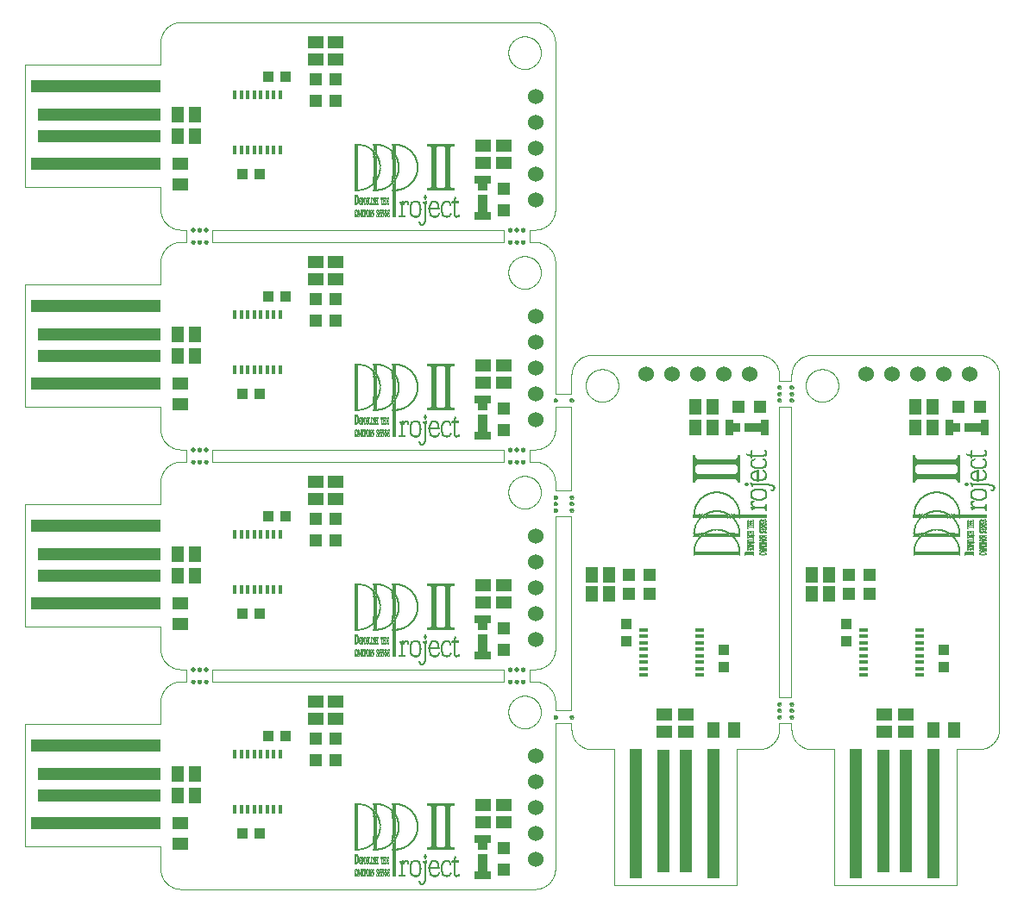
<source format=gts>
G04 EAGLE Gerber X2 export*
%TF.Part,Single*%
%TF.FileFunction,Other,Solder Mask top*%
%TF.FilePolarity,Positive*%
%TF.GenerationSoftware,Autodesk,EAGLE,9.4.0*%
%TF.CreationDate,2019-06-23T03:17:34Z*%
G75*
%MOMM*%
%FSLAX34Y34*%
%LPD*%
%INSolder Mask top*%
%AMOC8*
5,1,8,0,0,1.08239X$1,22.5*%
G01*
%ADD10C,0.050000*%
%ADD11C,0.000000*%
%ADD12C,0.350000*%
%ADD13C,0.025400*%
%ADD14R,12.700000X1.270000*%
%ADD15R,12.065000X1.270000*%
%ADD16R,0.406400X0.914400*%
%ADD17R,1.200000X1.200000*%
%ADD18R,1.500000X1.300000*%
%ADD19R,1.300000X1.500000*%
%ADD20R,1.100000X1.000000*%
%ADD21R,1.500000X1.200000*%
%ADD22R,0.406400X0.812800*%
%ADD23R,0.304800X0.609600*%
%ADD24C,1.524000*%
%ADD25R,0.150000X0.006000*%
%ADD26R,0.198000X0.006000*%
%ADD27R,0.240000X0.006000*%
%ADD28R,0.276000X0.006000*%
%ADD29R,0.300000X0.006000*%
%ADD30R,0.330000X0.006000*%
%ADD31R,0.354000X0.006000*%
%ADD32R,0.372000X0.006000*%
%ADD33R,0.390000X0.006000*%
%ADD34R,0.414000X0.006000*%
%ADD35R,0.426000X0.006000*%
%ADD36R,0.444000X0.006000*%
%ADD37R,0.462000X0.006000*%
%ADD38R,0.474000X0.006000*%
%ADD39R,0.486000X0.006000*%
%ADD40R,0.498000X0.006000*%
%ADD41R,0.510000X0.006000*%
%ADD42R,0.522000X0.006000*%
%ADD43R,0.246000X0.006000*%
%ADD44R,0.234000X0.006000*%
%ADD45R,0.228000X0.006000*%
%ADD46R,0.216000X0.006000*%
%ADD47R,0.204000X0.006000*%
%ADD48R,0.222000X0.006000*%
%ADD49R,0.192000X0.006000*%
%ADD50R,0.210000X0.006000*%
%ADD51R,0.186000X0.006000*%
%ADD52R,0.180000X0.006000*%
%ADD53R,0.168000X0.006000*%
%ADD54R,0.162000X0.006000*%
%ADD55R,0.144000X0.006000*%
%ADD56R,0.132000X0.006000*%
%ADD57R,0.120000X0.006000*%
%ADD58R,0.108000X0.006000*%
%ADD59R,0.096000X0.006000*%
%ADD60R,0.072000X0.006000*%
%ADD61R,0.036000X0.006000*%
%ADD62R,0.282000X0.006000*%
%ADD63R,0.258000X0.006000*%
%ADD64R,0.342000X0.006000*%
%ADD65R,0.252000X0.006000*%
%ADD66R,0.384000X0.006000*%
%ADD67R,0.348000X0.006000*%
%ADD68R,0.336000X0.006000*%
%ADD69R,0.288000X0.006000*%
%ADD70R,0.324000X0.006000*%
%ADD71R,0.012000X0.006000*%
%ADD72R,0.420000X0.006000*%
%ADD73R,0.402000X0.006000*%
%ADD74R,0.054000X0.006000*%
%ADD75R,0.060000X0.006000*%
%ADD76R,0.066000X0.006000*%
%ADD77R,0.588000X0.006000*%
%ADD78R,0.492000X0.006000*%
%ADD79R,0.438000X0.006000*%
%ADD80R,0.366000X0.006000*%
%ADD81R,0.078000X0.006000*%
%ADD82R,0.090000X0.006000*%
%ADD83R,0.018000X0.006000*%
%ADD84R,0.084000X0.006000*%
%ADD85R,0.024000X0.006000*%
%ADD86R,0.030000X0.006000*%
%ADD87R,0.360000X0.006000*%
%ADD88R,0.594000X0.006000*%
%ADD89R,0.528000X0.006000*%
%ADD90R,0.396000X0.006000*%
%ADD91R,0.102000X0.006000*%
%ADD92R,0.114000X0.006000*%
%ADD93R,0.042000X0.006000*%
%ADD94R,0.552000X0.006000*%
%ADD95R,0.408000X0.006000*%
%ADD96R,0.126000X0.006000*%
%ADD97R,0.156000X0.006000*%
%ADD98R,0.576000X0.006000*%
%ADD99R,0.504000X0.006000*%
%ADD100R,0.432000X0.006000*%
%ADD101R,0.048000X0.006000*%
%ADD102R,0.600000X0.006000*%
%ADD103R,0.546000X0.006000*%
%ADD104R,0.450000X0.006000*%
%ADD105R,0.174000X0.006000*%
%ADD106R,0.624000X0.006000*%
%ADD107R,0.558000X0.006000*%
%ADD108R,0.642000X0.006000*%
%ADD109R,0.582000X0.006000*%
%ADD110R,0.564000X0.006000*%
%ADD111R,0.480000X0.006000*%
%ADD112R,0.666000X0.006000*%
%ADD113R,0.684000X0.006000*%
%ADD114R,0.618000X0.006000*%
%ADD115R,0.702000X0.006000*%
%ADD116R,0.636000X0.006000*%
%ADD117R,0.714000X0.006000*%
%ADD118R,0.648000X0.006000*%
%ADD119R,0.534000X0.006000*%
%ADD120R,0.732000X0.006000*%
%ADD121R,0.306000X0.006000*%
%ADD122R,0.318000X0.006000*%
%ADD123R,0.678000X0.006000*%
%ADD124R,0.660000X0.006000*%
%ADD125R,0.270000X0.006000*%
%ADD126R,0.294000X0.006000*%
%ADD127R,0.264000X0.006000*%
%ADD128R,0.138000X0.006000*%
%ADD129R,0.006000X0.006000*%
%ADD130R,1.104000X0.006000*%
%ADD131R,1.110000X0.006000*%
%ADD132R,1.116000X0.006000*%
%ADD133R,0.312000X0.006000*%
%ADD134R,0.378000X0.006000*%
%ADD135R,0.762000X0.006000*%
%ADD136R,0.630000X0.006000*%
%ADD137R,0.612000X0.006000*%
%ADD138R,0.570000X0.006000*%
%ADD139R,0.606000X0.006000*%
%ADD140R,0.516000X0.006000*%
%ADD141R,0.756000X0.006000*%
%ADD142R,0.750000X0.006000*%
%ADD143R,0.654000X0.006000*%
%ADD144R,0.672000X0.006000*%
%ADD145R,0.708000X0.006000*%
%ADD146R,0.744000X0.006000*%
%ADD147R,0.738000X0.006000*%
%ADD148R,0.768000X0.006000*%
%ADD149R,0.786000X0.006000*%
%ADD150R,2.760000X0.006000*%
%ADD151R,0.822000X0.006000*%
%ADD152R,0.846000X0.006000*%
%ADD153R,2.772000X0.006000*%
%ADD154R,0.810000X0.006000*%
%ADD155R,0.864000X0.006000*%
%ADD156R,0.828000X0.006000*%
%ADD157R,0.894000X0.006000*%
%ADD158R,0.888000X0.006000*%
%ADD159R,0.912000X0.006000*%
%ADD160R,0.906000X0.006000*%
%ADD161R,0.930000X0.006000*%
%ADD162R,0.924000X0.006000*%
%ADD163R,0.954000X0.006000*%
%ADD164R,0.990000X0.006000*%
%ADD165R,0.984000X0.006000*%
%ADD166R,0.900000X0.006000*%
%ADD167R,0.852000X0.006000*%
%ADD168R,0.858000X0.006000*%
%ADD169R,0.726000X0.006000*%
%ADD170R,0.690000X0.006000*%
%ADD171R,0.540000X0.006000*%
%ADD172R,0.696000X0.006000*%
%ADD173R,0.720000X0.006000*%
%ADD174R,0.774000X0.006000*%
%ADD175R,0.792000X0.006000*%
%ADD176R,0.798000X0.006000*%
%ADD177R,0.834000X0.006000*%
%ADD178R,0.870000X0.006000*%
%ADD179R,0.876000X0.006000*%
%ADD180R,0.942000X0.006000*%
%ADD181R,0.936000X0.006000*%
%ADD182R,2.784000X0.006000*%
%ADD183R,2.790000X0.006000*%
%ADD184R,0.456000X0.006000*%
%ADD185R,0.468000X0.006000*%
%ADD186R,0.966000X0.006000*%
%ADD187R,0.948000X0.006000*%
%ADD188R,0.882000X0.006000*%
%ADD189R,0.816000X0.006000*%
%ADD190R,2.778000X0.006000*%
%ADD191R,1.270000X12.700000*%
%ADD192R,1.270000X12.065000*%
%ADD193R,0.914400X0.406400*%
%ADD194R,1.000000X1.100000*%
%ADD195R,1.200000X1.500000*%
%ADD196R,0.812800X0.406400*%
%ADD197R,0.609600X0.304800*%
%ADD198R,0.006000X0.150000*%
%ADD199R,0.006000X0.198000*%
%ADD200R,0.006000X0.240000*%
%ADD201R,0.006000X0.276000*%
%ADD202R,0.006000X0.300000*%
%ADD203R,0.006000X0.330000*%
%ADD204R,0.006000X0.354000*%
%ADD205R,0.006000X0.372000*%
%ADD206R,0.006000X0.390000*%
%ADD207R,0.006000X0.414000*%
%ADD208R,0.006000X0.426000*%
%ADD209R,0.006000X0.444000*%
%ADD210R,0.006000X0.462000*%
%ADD211R,0.006000X0.474000*%
%ADD212R,0.006000X0.486000*%
%ADD213R,0.006000X0.498000*%
%ADD214R,0.006000X0.510000*%
%ADD215R,0.006000X0.522000*%
%ADD216R,0.006000X0.246000*%
%ADD217R,0.006000X0.234000*%
%ADD218R,0.006000X0.228000*%
%ADD219R,0.006000X0.216000*%
%ADD220R,0.006000X0.204000*%
%ADD221R,0.006000X0.222000*%
%ADD222R,0.006000X0.192000*%
%ADD223R,0.006000X0.210000*%
%ADD224R,0.006000X0.186000*%
%ADD225R,0.006000X0.180000*%
%ADD226R,0.006000X0.168000*%
%ADD227R,0.006000X0.162000*%
%ADD228R,0.006000X0.144000*%
%ADD229R,0.006000X0.132000*%
%ADD230R,0.006000X0.120000*%
%ADD231R,0.006000X0.108000*%
%ADD232R,0.006000X0.096000*%
%ADD233R,0.006000X0.072000*%
%ADD234R,0.006000X0.036000*%
%ADD235R,0.006000X0.282000*%
%ADD236R,0.006000X0.258000*%
%ADD237R,0.006000X0.342000*%
%ADD238R,0.006000X0.252000*%
%ADD239R,0.006000X0.384000*%
%ADD240R,0.006000X0.348000*%
%ADD241R,0.006000X0.336000*%
%ADD242R,0.006000X0.288000*%
%ADD243R,0.006000X0.324000*%
%ADD244R,0.006000X0.012000*%
%ADD245R,0.006000X0.420000*%
%ADD246R,0.006000X0.402000*%
%ADD247R,0.006000X0.054000*%
%ADD248R,0.006000X0.060000*%
%ADD249R,0.006000X0.066000*%
%ADD250R,0.006000X0.588000*%
%ADD251R,0.006000X0.492000*%
%ADD252R,0.006000X0.438000*%
%ADD253R,0.006000X0.366000*%
%ADD254R,0.006000X0.078000*%
%ADD255R,0.006000X0.090000*%
%ADD256R,0.006000X0.018000*%
%ADD257R,0.006000X0.084000*%
%ADD258R,0.006000X0.024000*%
%ADD259R,0.006000X0.030000*%
%ADD260R,0.006000X0.360000*%
%ADD261R,0.006000X0.594000*%
%ADD262R,0.006000X0.528000*%
%ADD263R,0.006000X0.396000*%
%ADD264R,0.006000X0.102000*%
%ADD265R,0.006000X0.114000*%
%ADD266R,0.006000X0.042000*%
%ADD267R,0.006000X0.552000*%
%ADD268R,0.006000X0.408000*%
%ADD269R,0.006000X0.126000*%
%ADD270R,0.006000X0.156000*%
%ADD271R,0.006000X0.576000*%
%ADD272R,0.006000X0.504000*%
%ADD273R,0.006000X0.432000*%
%ADD274R,0.006000X0.048000*%
%ADD275R,0.006000X0.600000*%
%ADD276R,0.006000X0.546000*%
%ADD277R,0.006000X0.450000*%
%ADD278R,0.006000X0.174000*%
%ADD279R,0.006000X0.624000*%
%ADD280R,0.006000X0.558000*%
%ADD281R,0.006000X0.642000*%
%ADD282R,0.006000X0.582000*%
%ADD283R,0.006000X0.564000*%
%ADD284R,0.006000X0.480000*%
%ADD285R,0.006000X0.666000*%
%ADD286R,0.006000X0.684000*%
%ADD287R,0.006000X0.618000*%
%ADD288R,0.006000X0.702000*%
%ADD289R,0.006000X0.636000*%
%ADD290R,0.006000X0.714000*%
%ADD291R,0.006000X0.648000*%
%ADD292R,0.006000X0.534000*%
%ADD293R,0.006000X0.732000*%
%ADD294R,0.006000X0.306000*%
%ADD295R,0.006000X0.318000*%
%ADD296R,0.006000X0.678000*%
%ADD297R,0.006000X0.660000*%
%ADD298R,0.006000X0.270000*%
%ADD299R,0.006000X0.294000*%
%ADD300R,0.006000X0.264000*%
%ADD301R,0.006000X0.138000*%
%ADD302R,0.006000X1.104000*%
%ADD303R,0.006000X1.110000*%
%ADD304R,0.006000X1.116000*%
%ADD305R,0.006000X0.312000*%
%ADD306R,0.006000X0.378000*%
%ADD307R,0.006000X0.762000*%
%ADD308R,0.006000X0.630000*%
%ADD309R,0.006000X0.612000*%
%ADD310R,0.006000X0.570000*%
%ADD311R,0.006000X0.606000*%
%ADD312R,0.006000X0.516000*%
%ADD313R,0.006000X0.756000*%
%ADD314R,0.006000X0.750000*%
%ADD315R,0.006000X0.654000*%
%ADD316R,0.006000X0.672000*%
%ADD317R,0.006000X0.708000*%
%ADD318R,0.006000X0.744000*%
%ADD319R,0.006000X0.738000*%
%ADD320R,0.006000X0.768000*%
%ADD321R,0.006000X0.786000*%
%ADD322R,0.006000X2.760000*%
%ADD323R,0.006000X0.822000*%
%ADD324R,0.006000X0.846000*%
%ADD325R,0.006000X2.772000*%
%ADD326R,0.006000X0.810000*%
%ADD327R,0.006000X0.864000*%
%ADD328R,0.006000X0.828000*%
%ADD329R,0.006000X0.894000*%
%ADD330R,0.006000X0.888000*%
%ADD331R,0.006000X0.912000*%
%ADD332R,0.006000X0.906000*%
%ADD333R,0.006000X0.930000*%
%ADD334R,0.006000X0.924000*%
%ADD335R,0.006000X0.954000*%
%ADD336R,0.006000X0.990000*%
%ADD337R,0.006000X0.984000*%
%ADD338R,0.006000X0.900000*%
%ADD339R,0.006000X0.852000*%
%ADD340R,0.006000X0.858000*%
%ADD341R,0.006000X0.726000*%
%ADD342R,0.006000X0.690000*%
%ADD343R,0.006000X0.540000*%
%ADD344R,0.006000X0.696000*%
%ADD345R,0.006000X0.720000*%
%ADD346R,0.006000X0.774000*%
%ADD347R,0.006000X0.792000*%
%ADD348R,0.006000X0.798000*%
%ADD349R,0.006000X0.834000*%
%ADD350R,0.006000X0.870000*%
%ADD351R,0.006000X0.876000*%
%ADD352R,0.006000X0.942000*%
%ADD353R,0.006000X0.936000*%
%ADD354R,0.006000X2.784000*%
%ADD355R,0.006000X2.790000*%
%ADD356R,0.006000X0.456000*%
%ADD357R,0.006000X0.468000*%
%ADD358R,0.006000X0.966000*%
%ADD359R,0.006000X0.948000*%
%ADD360R,0.006000X0.882000*%
%ADD361R,0.006000X0.816000*%
%ADD362R,0.006000X2.778000*%

G36*
X457216Y666506D02*
X457216Y666506D01*
X457233Y666503D01*
X457283Y666525D01*
X457334Y666540D01*
X457345Y666553D01*
X457361Y666560D01*
X457391Y666605D01*
X457426Y666645D01*
X457429Y666662D01*
X457438Y666677D01*
X457449Y666750D01*
X457449Y673750D01*
X457447Y673759D01*
X457447Y673762D01*
X457445Y673768D01*
X457447Y673783D01*
X457425Y673833D01*
X457410Y673884D01*
X457397Y673895D01*
X457390Y673911D01*
X457345Y673941D01*
X457305Y673976D01*
X457288Y673979D01*
X457274Y673988D01*
X457200Y673999D01*
X453999Y673999D01*
X453999Y690350D01*
X453994Y690366D01*
X453997Y690383D01*
X453975Y690433D01*
X453960Y690484D01*
X453947Y690495D01*
X453940Y690511D01*
X453895Y690541D01*
X453855Y690576D01*
X453838Y690579D01*
X453824Y690588D01*
X453750Y690599D01*
X445150Y690599D01*
X445134Y690594D01*
X445117Y690597D01*
X445067Y690575D01*
X445016Y690560D01*
X445005Y690547D01*
X444989Y690540D01*
X444959Y690495D01*
X444924Y690455D01*
X444921Y690438D01*
X444912Y690424D01*
X444901Y690350D01*
X444901Y673999D01*
X441700Y673999D01*
X441684Y673994D01*
X441667Y673997D01*
X441617Y673975D01*
X441566Y673960D01*
X441555Y673947D01*
X441539Y673940D01*
X441509Y673895D01*
X441474Y673855D01*
X441471Y673838D01*
X441462Y673824D01*
X441451Y673750D01*
X441451Y666750D01*
X441456Y666734D01*
X441453Y666717D01*
X441475Y666667D01*
X441490Y666616D01*
X441503Y666605D01*
X441510Y666589D01*
X441555Y666559D01*
X441595Y666524D01*
X441612Y666521D01*
X441627Y666512D01*
X441700Y666501D01*
X457200Y666501D01*
X457216Y666506D01*
G37*
G36*
X457216Y450606D02*
X457216Y450606D01*
X457233Y450603D01*
X457283Y450625D01*
X457334Y450640D01*
X457345Y450653D01*
X457361Y450660D01*
X457391Y450705D01*
X457426Y450745D01*
X457429Y450762D01*
X457438Y450777D01*
X457449Y450850D01*
X457449Y457850D01*
X457447Y457859D01*
X457447Y457862D01*
X457445Y457868D01*
X457447Y457883D01*
X457425Y457933D01*
X457410Y457984D01*
X457397Y457995D01*
X457390Y458011D01*
X457345Y458041D01*
X457305Y458076D01*
X457288Y458079D01*
X457274Y458088D01*
X457200Y458099D01*
X453999Y458099D01*
X453999Y474450D01*
X453994Y474466D01*
X453997Y474483D01*
X453975Y474533D01*
X453960Y474584D01*
X453947Y474595D01*
X453940Y474611D01*
X453895Y474641D01*
X453855Y474676D01*
X453838Y474679D01*
X453824Y474688D01*
X453750Y474699D01*
X445150Y474699D01*
X445134Y474694D01*
X445117Y474697D01*
X445067Y474675D01*
X445016Y474660D01*
X445005Y474647D01*
X444989Y474640D01*
X444959Y474595D01*
X444924Y474555D01*
X444921Y474538D01*
X444912Y474524D01*
X444901Y474450D01*
X444901Y458099D01*
X441700Y458099D01*
X441684Y458094D01*
X441667Y458097D01*
X441617Y458075D01*
X441566Y458060D01*
X441555Y458047D01*
X441539Y458040D01*
X441509Y457995D01*
X441474Y457955D01*
X441471Y457938D01*
X441462Y457924D01*
X441451Y457850D01*
X441451Y450850D01*
X441456Y450834D01*
X441453Y450817D01*
X441475Y450767D01*
X441490Y450716D01*
X441503Y450705D01*
X441510Y450689D01*
X441555Y450659D01*
X441595Y450624D01*
X441612Y450621D01*
X441627Y450612D01*
X441700Y450601D01*
X457200Y450601D01*
X457216Y450606D01*
G37*
G36*
X457216Y234706D02*
X457216Y234706D01*
X457233Y234703D01*
X457283Y234725D01*
X457334Y234740D01*
X457345Y234753D01*
X457361Y234760D01*
X457391Y234805D01*
X457426Y234845D01*
X457429Y234862D01*
X457438Y234877D01*
X457449Y234950D01*
X457449Y241950D01*
X457447Y241959D01*
X457447Y241962D01*
X457445Y241968D01*
X457447Y241983D01*
X457425Y242033D01*
X457410Y242084D01*
X457397Y242095D01*
X457390Y242111D01*
X457345Y242141D01*
X457305Y242176D01*
X457288Y242179D01*
X457274Y242188D01*
X457200Y242199D01*
X453999Y242199D01*
X453999Y258550D01*
X453994Y258566D01*
X453997Y258583D01*
X453975Y258633D01*
X453960Y258684D01*
X453947Y258695D01*
X453940Y258711D01*
X453895Y258741D01*
X453855Y258776D01*
X453838Y258779D01*
X453824Y258788D01*
X453750Y258799D01*
X445150Y258799D01*
X445134Y258794D01*
X445117Y258797D01*
X445067Y258775D01*
X445016Y258760D01*
X445005Y258747D01*
X444989Y258740D01*
X444959Y258695D01*
X444924Y258655D01*
X444921Y258638D01*
X444912Y258624D01*
X444901Y258550D01*
X444901Y242199D01*
X441700Y242199D01*
X441684Y242194D01*
X441667Y242197D01*
X441617Y242175D01*
X441566Y242160D01*
X441555Y242147D01*
X441539Y242140D01*
X441509Y242095D01*
X441474Y242055D01*
X441471Y242038D01*
X441462Y242024D01*
X441451Y241950D01*
X441451Y234950D01*
X441456Y234934D01*
X441453Y234917D01*
X441475Y234867D01*
X441490Y234816D01*
X441503Y234805D01*
X441510Y234789D01*
X441555Y234759D01*
X441595Y234724D01*
X441612Y234721D01*
X441627Y234712D01*
X441700Y234701D01*
X457200Y234701D01*
X457216Y234706D01*
G37*
G36*
X457216Y18806D02*
X457216Y18806D01*
X457233Y18803D01*
X457283Y18825D01*
X457334Y18840D01*
X457345Y18853D01*
X457361Y18860D01*
X457391Y18905D01*
X457426Y18945D01*
X457429Y18962D01*
X457438Y18977D01*
X457449Y19050D01*
X457449Y26050D01*
X457447Y26059D01*
X457447Y26062D01*
X457445Y26068D01*
X457447Y26083D01*
X457425Y26133D01*
X457410Y26184D01*
X457397Y26195D01*
X457390Y26211D01*
X457345Y26241D01*
X457305Y26276D01*
X457288Y26279D01*
X457274Y26288D01*
X457200Y26299D01*
X453999Y26299D01*
X453999Y42650D01*
X453994Y42666D01*
X453997Y42683D01*
X453975Y42733D01*
X453960Y42784D01*
X453947Y42795D01*
X453940Y42811D01*
X453895Y42841D01*
X453855Y42876D01*
X453838Y42879D01*
X453824Y42888D01*
X453750Y42899D01*
X445150Y42899D01*
X445134Y42894D01*
X445117Y42897D01*
X445067Y42875D01*
X445016Y42860D01*
X445005Y42847D01*
X444989Y42840D01*
X444959Y42795D01*
X444924Y42755D01*
X444921Y42738D01*
X444912Y42724D01*
X444901Y42650D01*
X444901Y26299D01*
X441700Y26299D01*
X441684Y26294D01*
X441667Y26297D01*
X441617Y26275D01*
X441566Y26260D01*
X441555Y26247D01*
X441539Y26240D01*
X441509Y26195D01*
X441474Y26155D01*
X441471Y26138D01*
X441462Y26124D01*
X441451Y26050D01*
X441451Y19050D01*
X441456Y19034D01*
X441453Y19017D01*
X441475Y18967D01*
X441490Y18916D01*
X441503Y18905D01*
X441510Y18889D01*
X441555Y18859D01*
X441595Y18824D01*
X441612Y18821D01*
X441627Y18812D01*
X441700Y18801D01*
X457200Y18801D01*
X457216Y18806D01*
G37*
G36*
X946166Y454156D02*
X946166Y454156D01*
X946183Y454153D01*
X946233Y454175D01*
X946284Y454190D01*
X946295Y454203D01*
X946311Y454210D01*
X946341Y454255D01*
X946376Y454295D01*
X946379Y454312D01*
X946388Y454327D01*
X946399Y454400D01*
X946399Y469900D01*
X946394Y469916D01*
X946397Y469933D01*
X946375Y469983D01*
X946360Y470034D01*
X946347Y470045D01*
X946340Y470061D01*
X946295Y470091D01*
X946255Y470126D01*
X946238Y470129D01*
X946224Y470138D01*
X946150Y470149D01*
X939150Y470149D01*
X939134Y470144D01*
X939117Y470147D01*
X939067Y470125D01*
X939016Y470110D01*
X939005Y470097D01*
X938989Y470090D01*
X938959Y470045D01*
X938924Y470005D01*
X938921Y469988D01*
X938912Y469974D01*
X938901Y469900D01*
X938901Y466699D01*
X922550Y466699D01*
X922534Y466694D01*
X922517Y466697D01*
X922467Y466675D01*
X922416Y466660D01*
X922405Y466647D01*
X922389Y466640D01*
X922359Y466595D01*
X922324Y466555D01*
X922321Y466538D01*
X922312Y466524D01*
X922301Y466450D01*
X922301Y457850D01*
X922306Y457834D01*
X922303Y457817D01*
X922325Y457767D01*
X922340Y457716D01*
X922353Y457705D01*
X922360Y457689D01*
X922405Y457659D01*
X922445Y457624D01*
X922462Y457621D01*
X922477Y457612D01*
X922550Y457601D01*
X938901Y457601D01*
X938901Y454400D01*
X938906Y454384D01*
X938903Y454367D01*
X938925Y454317D01*
X938940Y454266D01*
X938953Y454255D01*
X938960Y454239D01*
X939005Y454209D01*
X939045Y454174D01*
X939062Y454171D01*
X939077Y454162D01*
X939150Y454151D01*
X946150Y454151D01*
X946166Y454156D01*
G37*
G36*
X730266Y454156D02*
X730266Y454156D01*
X730283Y454153D01*
X730333Y454175D01*
X730384Y454190D01*
X730395Y454203D01*
X730411Y454210D01*
X730441Y454255D01*
X730476Y454295D01*
X730479Y454312D01*
X730488Y454327D01*
X730499Y454400D01*
X730499Y469900D01*
X730494Y469916D01*
X730497Y469933D01*
X730475Y469983D01*
X730460Y470034D01*
X730447Y470045D01*
X730440Y470061D01*
X730395Y470091D01*
X730355Y470126D01*
X730338Y470129D01*
X730324Y470138D01*
X730250Y470149D01*
X723250Y470149D01*
X723234Y470144D01*
X723217Y470147D01*
X723167Y470125D01*
X723116Y470110D01*
X723105Y470097D01*
X723089Y470090D01*
X723059Y470045D01*
X723024Y470005D01*
X723021Y469988D01*
X723012Y469974D01*
X723001Y469900D01*
X723001Y466699D01*
X706650Y466699D01*
X706634Y466694D01*
X706617Y466697D01*
X706567Y466675D01*
X706516Y466660D01*
X706505Y466647D01*
X706489Y466640D01*
X706459Y466595D01*
X706424Y466555D01*
X706421Y466538D01*
X706412Y466524D01*
X706401Y466450D01*
X706401Y457850D01*
X706406Y457834D01*
X706403Y457817D01*
X706425Y457767D01*
X706440Y457716D01*
X706453Y457705D01*
X706460Y457689D01*
X706505Y457659D01*
X706545Y457624D01*
X706562Y457621D01*
X706577Y457612D01*
X706650Y457601D01*
X723001Y457601D01*
X723001Y454400D01*
X723006Y454384D01*
X723003Y454367D01*
X723025Y454317D01*
X723040Y454266D01*
X723053Y454255D01*
X723060Y454239D01*
X723105Y454209D01*
X723145Y454174D01*
X723162Y454171D01*
X723177Y454162D01*
X723250Y454151D01*
X730250Y454151D01*
X730266Y454156D01*
G37*
G36*
X453766Y695106D02*
X453766Y695106D01*
X453783Y695103D01*
X453833Y695125D01*
X453884Y695140D01*
X453895Y695153D01*
X453911Y695160D01*
X453941Y695205D01*
X453976Y695245D01*
X453979Y695262D01*
X453988Y695277D01*
X453999Y695350D01*
X453999Y701501D01*
X457200Y701501D01*
X457216Y701506D01*
X457233Y701503D01*
X457283Y701525D01*
X457334Y701540D01*
X457345Y701553D01*
X457361Y701560D01*
X457391Y701605D01*
X457426Y701645D01*
X457429Y701662D01*
X457438Y701677D01*
X457449Y701750D01*
X457449Y708750D01*
X457444Y708766D01*
X457447Y708783D01*
X457425Y708833D01*
X457410Y708884D01*
X457397Y708895D01*
X457390Y708911D01*
X457345Y708941D01*
X457305Y708976D01*
X457288Y708979D01*
X457274Y708988D01*
X457200Y708999D01*
X441700Y708999D01*
X441684Y708994D01*
X441667Y708997D01*
X441617Y708975D01*
X441566Y708960D01*
X441555Y708947D01*
X441539Y708940D01*
X441509Y708895D01*
X441474Y708855D01*
X441471Y708838D01*
X441462Y708824D01*
X441451Y708750D01*
X441451Y701750D01*
X441456Y701734D01*
X441453Y701717D01*
X441475Y701667D01*
X441490Y701616D01*
X441503Y701605D01*
X441510Y701589D01*
X441555Y701559D01*
X441595Y701524D01*
X441612Y701521D01*
X441627Y701512D01*
X441700Y701501D01*
X444901Y701501D01*
X444901Y695350D01*
X444906Y695334D01*
X444903Y695317D01*
X444925Y695267D01*
X444940Y695216D01*
X444953Y695205D01*
X444960Y695189D01*
X445005Y695159D01*
X445045Y695124D01*
X445062Y695121D01*
X445077Y695112D01*
X445150Y695101D01*
X453750Y695101D01*
X453766Y695106D01*
G37*
G36*
X453766Y479206D02*
X453766Y479206D01*
X453783Y479203D01*
X453833Y479225D01*
X453884Y479240D01*
X453895Y479253D01*
X453911Y479260D01*
X453941Y479305D01*
X453976Y479345D01*
X453979Y479362D01*
X453988Y479377D01*
X453999Y479450D01*
X453999Y485601D01*
X457200Y485601D01*
X457216Y485606D01*
X457233Y485603D01*
X457283Y485625D01*
X457334Y485640D01*
X457345Y485653D01*
X457361Y485660D01*
X457391Y485705D01*
X457426Y485745D01*
X457429Y485762D01*
X457438Y485777D01*
X457449Y485850D01*
X457449Y492850D01*
X457444Y492866D01*
X457447Y492883D01*
X457425Y492933D01*
X457410Y492984D01*
X457397Y492995D01*
X457390Y493011D01*
X457345Y493041D01*
X457305Y493076D01*
X457288Y493079D01*
X457274Y493088D01*
X457200Y493099D01*
X441700Y493099D01*
X441684Y493094D01*
X441667Y493097D01*
X441617Y493075D01*
X441566Y493060D01*
X441555Y493047D01*
X441539Y493040D01*
X441509Y492995D01*
X441474Y492955D01*
X441471Y492938D01*
X441462Y492924D01*
X441451Y492850D01*
X441451Y485850D01*
X441456Y485834D01*
X441453Y485817D01*
X441475Y485767D01*
X441490Y485716D01*
X441503Y485705D01*
X441510Y485689D01*
X441555Y485659D01*
X441595Y485624D01*
X441612Y485621D01*
X441627Y485612D01*
X441700Y485601D01*
X444901Y485601D01*
X444901Y479450D01*
X444906Y479434D01*
X444903Y479417D01*
X444925Y479367D01*
X444940Y479316D01*
X444953Y479305D01*
X444960Y479289D01*
X445005Y479259D01*
X445045Y479224D01*
X445062Y479221D01*
X445077Y479212D01*
X445150Y479201D01*
X453750Y479201D01*
X453766Y479206D01*
G37*
G36*
X695266Y454156D02*
X695266Y454156D01*
X695283Y454153D01*
X695333Y454175D01*
X695384Y454190D01*
X695395Y454203D01*
X695411Y454210D01*
X695441Y454255D01*
X695476Y454295D01*
X695479Y454312D01*
X695488Y454327D01*
X695499Y454400D01*
X695499Y457601D01*
X701650Y457601D01*
X701666Y457606D01*
X701683Y457603D01*
X701733Y457625D01*
X701784Y457640D01*
X701795Y457653D01*
X701811Y457660D01*
X701841Y457705D01*
X701876Y457745D01*
X701879Y457762D01*
X701888Y457777D01*
X701899Y457850D01*
X701899Y466450D01*
X701894Y466466D01*
X701897Y466483D01*
X701875Y466533D01*
X701860Y466584D01*
X701847Y466595D01*
X701840Y466611D01*
X701795Y466641D01*
X701755Y466676D01*
X701738Y466679D01*
X701724Y466688D01*
X701650Y466699D01*
X695499Y466699D01*
X695499Y469900D01*
X695494Y469916D01*
X695497Y469933D01*
X695475Y469983D01*
X695460Y470034D01*
X695447Y470045D01*
X695440Y470061D01*
X695395Y470091D01*
X695355Y470126D01*
X695338Y470129D01*
X695324Y470138D01*
X695250Y470149D01*
X688250Y470149D01*
X688234Y470144D01*
X688217Y470147D01*
X688167Y470125D01*
X688116Y470110D01*
X688105Y470097D01*
X688089Y470090D01*
X688059Y470045D01*
X688024Y470005D01*
X688021Y469988D01*
X688012Y469974D01*
X688001Y469900D01*
X688001Y454400D01*
X688006Y454384D01*
X688003Y454367D01*
X688025Y454317D01*
X688040Y454266D01*
X688053Y454255D01*
X688060Y454239D01*
X688105Y454209D01*
X688145Y454174D01*
X688162Y454171D01*
X688177Y454162D01*
X688250Y454151D01*
X695250Y454151D01*
X695266Y454156D01*
G37*
G36*
X911166Y454156D02*
X911166Y454156D01*
X911183Y454153D01*
X911233Y454175D01*
X911284Y454190D01*
X911295Y454203D01*
X911311Y454210D01*
X911341Y454255D01*
X911376Y454295D01*
X911379Y454312D01*
X911388Y454327D01*
X911399Y454400D01*
X911399Y457601D01*
X917550Y457601D01*
X917566Y457606D01*
X917583Y457603D01*
X917633Y457625D01*
X917684Y457640D01*
X917695Y457653D01*
X917711Y457660D01*
X917741Y457705D01*
X917776Y457745D01*
X917779Y457762D01*
X917788Y457777D01*
X917799Y457850D01*
X917799Y466450D01*
X917794Y466466D01*
X917797Y466483D01*
X917775Y466533D01*
X917760Y466584D01*
X917747Y466595D01*
X917740Y466611D01*
X917695Y466641D01*
X917655Y466676D01*
X917638Y466679D01*
X917624Y466688D01*
X917550Y466699D01*
X911399Y466699D01*
X911399Y469900D01*
X911394Y469916D01*
X911397Y469933D01*
X911375Y469983D01*
X911360Y470034D01*
X911347Y470045D01*
X911340Y470061D01*
X911295Y470091D01*
X911255Y470126D01*
X911238Y470129D01*
X911224Y470138D01*
X911150Y470149D01*
X904150Y470149D01*
X904134Y470144D01*
X904117Y470147D01*
X904067Y470125D01*
X904016Y470110D01*
X904005Y470097D01*
X903989Y470090D01*
X903959Y470045D01*
X903924Y470005D01*
X903921Y469988D01*
X903912Y469974D01*
X903901Y469900D01*
X903901Y454400D01*
X903906Y454384D01*
X903903Y454367D01*
X903925Y454317D01*
X903940Y454266D01*
X903953Y454255D01*
X903960Y454239D01*
X904005Y454209D01*
X904045Y454174D01*
X904062Y454171D01*
X904077Y454162D01*
X904150Y454151D01*
X911150Y454151D01*
X911166Y454156D01*
G37*
G36*
X453766Y263306D02*
X453766Y263306D01*
X453783Y263303D01*
X453833Y263325D01*
X453884Y263340D01*
X453895Y263353D01*
X453911Y263360D01*
X453941Y263405D01*
X453976Y263445D01*
X453979Y263462D01*
X453988Y263477D01*
X453999Y263550D01*
X453999Y269701D01*
X457200Y269701D01*
X457216Y269706D01*
X457233Y269703D01*
X457283Y269725D01*
X457334Y269740D01*
X457345Y269753D01*
X457361Y269760D01*
X457391Y269805D01*
X457426Y269845D01*
X457429Y269862D01*
X457438Y269877D01*
X457449Y269950D01*
X457449Y276950D01*
X457444Y276966D01*
X457447Y276983D01*
X457425Y277033D01*
X457410Y277084D01*
X457397Y277095D01*
X457390Y277111D01*
X457345Y277141D01*
X457305Y277176D01*
X457288Y277179D01*
X457274Y277188D01*
X457200Y277199D01*
X441700Y277199D01*
X441684Y277194D01*
X441667Y277197D01*
X441617Y277175D01*
X441566Y277160D01*
X441555Y277147D01*
X441539Y277140D01*
X441509Y277095D01*
X441474Y277055D01*
X441471Y277038D01*
X441462Y277024D01*
X441451Y276950D01*
X441451Y269950D01*
X441456Y269934D01*
X441453Y269917D01*
X441475Y269867D01*
X441490Y269816D01*
X441503Y269805D01*
X441510Y269789D01*
X441555Y269759D01*
X441595Y269724D01*
X441612Y269721D01*
X441627Y269712D01*
X441700Y269701D01*
X444901Y269701D01*
X444901Y263550D01*
X444906Y263534D01*
X444903Y263517D01*
X444925Y263467D01*
X444940Y263416D01*
X444953Y263405D01*
X444960Y263389D01*
X445005Y263359D01*
X445045Y263324D01*
X445062Y263321D01*
X445077Y263312D01*
X445150Y263301D01*
X453750Y263301D01*
X453766Y263306D01*
G37*
G36*
X453766Y47406D02*
X453766Y47406D01*
X453783Y47403D01*
X453833Y47425D01*
X453884Y47440D01*
X453895Y47453D01*
X453911Y47460D01*
X453941Y47505D01*
X453976Y47545D01*
X453979Y47562D01*
X453988Y47577D01*
X453999Y47650D01*
X453999Y53801D01*
X457200Y53801D01*
X457216Y53806D01*
X457233Y53803D01*
X457283Y53825D01*
X457334Y53840D01*
X457345Y53853D01*
X457361Y53860D01*
X457391Y53905D01*
X457426Y53945D01*
X457429Y53962D01*
X457438Y53977D01*
X457449Y54050D01*
X457449Y61050D01*
X457444Y61066D01*
X457447Y61083D01*
X457425Y61133D01*
X457410Y61184D01*
X457397Y61195D01*
X457390Y61211D01*
X457345Y61241D01*
X457305Y61276D01*
X457288Y61279D01*
X457274Y61288D01*
X457200Y61299D01*
X441700Y61299D01*
X441684Y61294D01*
X441667Y61297D01*
X441617Y61275D01*
X441566Y61260D01*
X441555Y61247D01*
X441539Y61240D01*
X441509Y61195D01*
X441474Y61155D01*
X441471Y61138D01*
X441462Y61124D01*
X441451Y61050D01*
X441451Y54050D01*
X441456Y54034D01*
X441453Y54017D01*
X441475Y53967D01*
X441490Y53916D01*
X441503Y53905D01*
X441510Y53889D01*
X441555Y53859D01*
X441595Y53824D01*
X441612Y53821D01*
X441627Y53812D01*
X441700Y53801D01*
X444901Y53801D01*
X444901Y47650D01*
X444906Y47634D01*
X444903Y47617D01*
X444925Y47567D01*
X444940Y47516D01*
X444953Y47505D01*
X444960Y47489D01*
X445005Y47459D01*
X445045Y47424D01*
X445062Y47421D01*
X445077Y47412D01*
X445150Y47401D01*
X453750Y47401D01*
X453766Y47406D01*
G37*
D10*
X153350Y212600D02*
X152866Y212594D01*
X152384Y212577D01*
X151901Y212548D01*
X151420Y212507D01*
X150939Y212455D01*
X150460Y212391D01*
X149983Y212315D01*
X149508Y212228D01*
X149035Y212130D01*
X148564Y212020D01*
X148096Y211899D01*
X147632Y211766D01*
X147170Y211623D01*
X146713Y211468D01*
X146259Y211302D01*
X145809Y211126D01*
X145364Y210938D01*
X144923Y210740D01*
X144487Y210531D01*
X144056Y210312D01*
X143631Y210082D01*
X143212Y209842D01*
X142798Y209592D01*
X142391Y209333D01*
X141990Y209063D01*
X141595Y208784D01*
X141208Y208495D01*
X140827Y208197D01*
X140454Y207890D01*
X140089Y207574D01*
X139731Y207250D01*
X139381Y206916D01*
X139039Y206575D01*
X138706Y206225D01*
X138381Y205867D01*
X138065Y205502D01*
X137758Y205129D01*
X137459Y204748D01*
X137171Y204361D01*
X136891Y203967D01*
X136621Y203566D01*
X136361Y203159D01*
X136111Y202745D01*
X135871Y202326D01*
X135642Y201901D01*
X135422Y201470D01*
X135213Y201035D01*
X135015Y200594D01*
X134827Y200149D01*
X134650Y199699D01*
X134484Y199245D01*
X134329Y198787D01*
X134185Y198326D01*
X134053Y197862D01*
X133931Y197394D01*
X133821Y196923D01*
X133722Y196450D01*
X133635Y195975D01*
X133559Y195498D01*
X133495Y195019D01*
X133443Y194538D01*
X133402Y194057D01*
X133373Y193575D01*
X133355Y193092D01*
X133349Y192609D01*
X500700Y212600D02*
X501191Y212594D01*
X501682Y212576D01*
X502172Y212547D01*
X502661Y212505D01*
X503149Y212451D01*
X503636Y212385D01*
X504121Y212307D01*
X504604Y212218D01*
X505084Y212116D01*
X505562Y212003D01*
X506037Y211878D01*
X506509Y211741D01*
X506977Y211593D01*
X507441Y211434D01*
X507902Y211263D01*
X508358Y211081D01*
X508809Y210888D01*
X509256Y210683D01*
X509697Y210468D01*
X510133Y210242D01*
X510564Y210006D01*
X510988Y209759D01*
X511406Y209501D01*
X511818Y209234D01*
X512223Y208956D01*
X512621Y208669D01*
X513012Y208372D01*
X513396Y208065D01*
X513772Y207749D01*
X514140Y207424D01*
X514500Y207090D01*
X514852Y206747D01*
X515195Y206396D01*
X515529Y206036D01*
X515855Y205669D01*
X516171Y205293D01*
X516478Y204910D01*
X516776Y204519D01*
X517064Y204121D01*
X517342Y203717D01*
X517610Y203305D01*
X517868Y202887D01*
X518115Y202463D01*
X518352Y202033D01*
X518579Y201597D01*
X518794Y201156D01*
X518999Y200710D01*
X519193Y200258D01*
X519376Y199803D01*
X519547Y199342D01*
X519707Y198878D01*
X519856Y198410D01*
X519993Y197939D01*
X520118Y197464D01*
X520232Y196986D01*
X520334Y196506D01*
X520424Y196023D01*
X520502Y195538D01*
X520569Y195052D01*
X520623Y194564D01*
X520666Y194074D01*
X520696Y193584D01*
X520715Y193093D01*
X520721Y192602D01*
X520721Y28779D02*
X520716Y28295D01*
X520699Y27812D01*
X520670Y27329D01*
X520630Y26846D01*
X520578Y26365D01*
X520514Y25886D01*
X520439Y25408D01*
X520353Y24932D01*
X520255Y24458D01*
X520145Y23986D01*
X520024Y23518D01*
X519892Y23052D01*
X519749Y22590D01*
X519594Y22132D01*
X519429Y21677D01*
X519252Y21227D01*
X519065Y20780D01*
X518867Y20339D01*
X518658Y19902D01*
X518439Y19471D01*
X518210Y19045D01*
X517970Y18625D01*
X517720Y18210D01*
X517460Y17802D01*
X517191Y17400D01*
X516912Y17005D01*
X516623Y16617D01*
X516325Y16235D01*
X516018Y15861D01*
X515702Y15495D01*
X515377Y15136D01*
X515044Y14786D01*
X514702Y14443D01*
X514352Y14109D01*
X513994Y13783D01*
X513629Y13466D01*
X513256Y13158D01*
X512875Y12859D01*
X512487Y12570D01*
X512093Y12290D01*
X511692Y12019D01*
X511284Y11758D01*
X510870Y11507D01*
X510451Y11267D01*
X510025Y11036D01*
X509594Y10816D01*
X509158Y10606D01*
X508717Y10407D01*
X508272Y10219D01*
X507822Y10041D01*
X507367Y9874D01*
X506909Y9719D01*
X506447Y9574D01*
X505982Y9441D01*
X505514Y9319D01*
X505043Y9208D01*
X504569Y9109D01*
X504094Y9021D01*
X503616Y8945D01*
X503136Y8880D01*
X502655Y8827D01*
X502173Y8785D01*
X501690Y8756D01*
X501207Y8737D01*
X500723Y8731D01*
X153374Y8731D02*
X152883Y8737D01*
X152392Y8755D01*
X151902Y8785D01*
X151413Y8827D01*
X150925Y8881D01*
X150439Y8947D01*
X149954Y9025D01*
X149472Y9115D01*
X148991Y9216D01*
X148514Y9330D01*
X148039Y9455D01*
X147568Y9591D01*
X147100Y9740D01*
X146636Y9899D01*
X146175Y10070D01*
X145720Y10252D01*
X145269Y10446D01*
X144822Y10650D01*
X144381Y10865D01*
X143945Y11091D01*
X143515Y11328D01*
X143091Y11575D01*
X142673Y11833D01*
X142262Y12100D01*
X141857Y12378D01*
X141459Y12665D01*
X141068Y12962D01*
X140685Y13269D01*
X140309Y13585D01*
X139942Y13910D01*
X139582Y14244D01*
X139231Y14587D01*
X138888Y14938D01*
X138554Y15298D01*
X138228Y15666D01*
X137912Y16041D01*
X137606Y16424D01*
X137308Y16815D01*
X137021Y17213D01*
X136743Y17617D01*
X136475Y18029D01*
X136218Y18447D01*
X135971Y18871D01*
X135734Y19301D01*
X135508Y19736D01*
X135292Y20178D01*
X135088Y20624D01*
X134894Y21075D01*
X134712Y21531D01*
X134541Y21991D01*
X134381Y22455D01*
X134233Y22923D01*
X134096Y23394D01*
X133971Y23869D01*
X133858Y24346D01*
X133756Y24827D01*
X133666Y25309D01*
X133588Y25794D01*
X133522Y26280D01*
X133468Y26768D01*
X133425Y27257D01*
X133395Y27747D01*
X133377Y28238D01*
X133371Y28728D01*
X0Y50371D02*
X0Y171021D01*
X133371Y28728D02*
X133377Y28238D01*
X133395Y27747D01*
X133425Y27257D01*
X133468Y26768D01*
X133522Y26280D01*
X133588Y25794D01*
X133666Y25309D01*
X133756Y24827D01*
X133858Y24346D01*
X133971Y23869D01*
X134096Y23394D01*
X134233Y22923D01*
X134381Y22455D01*
X134541Y21991D01*
X134712Y21531D01*
X134894Y21075D01*
X135088Y20624D01*
X135292Y20178D01*
X135508Y19736D01*
X135734Y19301D01*
X135971Y18871D01*
X136218Y18447D01*
X136475Y18029D01*
X136743Y17617D01*
X137021Y17213D01*
X137308Y16815D01*
X137606Y16424D01*
X137912Y16041D01*
X138228Y15666D01*
X138554Y15298D01*
X138888Y14938D01*
X139231Y14587D01*
X139582Y14244D01*
X139942Y13910D01*
X140309Y13585D01*
X140685Y13269D01*
X141068Y12962D01*
X141459Y12665D01*
X141857Y12378D01*
X142262Y12100D01*
X142673Y11833D01*
X143091Y11575D01*
X143515Y11328D01*
X143945Y11091D01*
X144381Y10865D01*
X144822Y10650D01*
X145269Y10446D01*
X145720Y10252D01*
X146175Y10070D01*
X146636Y9899D01*
X147100Y9740D01*
X147568Y9591D01*
X148039Y9455D01*
X148514Y9330D01*
X148991Y9216D01*
X149472Y9115D01*
X149954Y9025D01*
X150439Y8947D01*
X150925Y8881D01*
X151413Y8827D01*
X151902Y8785D01*
X152392Y8755D01*
X152883Y8737D01*
X153374Y8731D01*
X500723Y8731D02*
X501207Y8737D01*
X501690Y8756D01*
X502173Y8785D01*
X502655Y8827D01*
X503136Y8880D01*
X503616Y8945D01*
X504094Y9021D01*
X504569Y9109D01*
X505043Y9208D01*
X505514Y9319D01*
X505982Y9441D01*
X506447Y9574D01*
X506909Y9719D01*
X507367Y9874D01*
X507822Y10041D01*
X508272Y10219D01*
X508717Y10407D01*
X509158Y10606D01*
X509594Y10816D01*
X510025Y11036D01*
X510451Y11267D01*
X510870Y11507D01*
X511284Y11758D01*
X511692Y12019D01*
X512093Y12290D01*
X512487Y12570D01*
X512875Y12859D01*
X513256Y13158D01*
X513629Y13466D01*
X513994Y13783D01*
X514352Y14109D01*
X514702Y14443D01*
X515044Y14786D01*
X515377Y15136D01*
X515702Y15495D01*
X516018Y15861D01*
X516325Y16235D01*
X516623Y16617D01*
X516912Y17005D01*
X517191Y17400D01*
X517460Y17802D01*
X517720Y18210D01*
X517970Y18625D01*
X518210Y19045D01*
X518439Y19471D01*
X518658Y19902D01*
X518867Y20339D01*
X519065Y20780D01*
X519252Y21227D01*
X519429Y21677D01*
X519594Y22132D01*
X519749Y22590D01*
X519892Y23052D01*
X520024Y23518D01*
X520145Y23986D01*
X520255Y24458D01*
X520353Y24932D01*
X520439Y25408D01*
X520514Y25886D01*
X520578Y26365D01*
X520630Y26846D01*
X520670Y27329D01*
X520699Y27812D01*
X520716Y28295D01*
X520721Y28779D01*
X520721Y192602D02*
X520715Y193093D01*
X520696Y193584D01*
X520666Y194074D01*
X520623Y194564D01*
X520569Y195052D01*
X520502Y195538D01*
X520424Y196023D01*
X520334Y196506D01*
X520232Y196986D01*
X520118Y197464D01*
X519993Y197939D01*
X519856Y198410D01*
X519707Y198878D01*
X519547Y199342D01*
X519376Y199803D01*
X519193Y200258D01*
X518999Y200710D01*
X518794Y201156D01*
X518579Y201597D01*
X518352Y202033D01*
X518115Y202463D01*
X517868Y202887D01*
X517610Y203305D01*
X517342Y203717D01*
X517064Y204121D01*
X516776Y204519D01*
X516478Y204910D01*
X516171Y205293D01*
X515855Y205669D01*
X515529Y206036D01*
X515195Y206396D01*
X514852Y206747D01*
X514500Y207090D01*
X514140Y207424D01*
X513772Y207749D01*
X513396Y208065D01*
X513012Y208372D01*
X512621Y208669D01*
X512223Y208956D01*
X511818Y209234D01*
X511406Y209501D01*
X510988Y209759D01*
X510564Y210006D01*
X510133Y210242D01*
X509697Y210468D01*
X509256Y210683D01*
X508809Y210888D01*
X508358Y211081D01*
X507902Y211263D01*
X507441Y211434D01*
X506977Y211593D01*
X506509Y211741D01*
X506037Y211878D01*
X505562Y212003D01*
X505084Y212116D01*
X504604Y212218D01*
X504121Y212307D01*
X503636Y212385D01*
X503149Y212451D01*
X502661Y212505D01*
X502172Y212547D01*
X501682Y212576D01*
X501191Y212594D01*
X500700Y212600D01*
X495300Y212600D01*
X469900Y212600D02*
X184150Y212600D01*
X158750Y212600D02*
X153350Y212600D01*
X133368Y50371D02*
X0Y50371D01*
X133368Y50371D02*
X133371Y28729D01*
X133371Y28728D02*
X133377Y28238D01*
X133395Y27747D01*
X133425Y27257D01*
X133468Y26768D01*
X133522Y26280D01*
X133588Y25794D01*
X133666Y25309D01*
X133756Y24827D01*
X133858Y24346D01*
X133971Y23869D01*
X134096Y23394D01*
X134233Y22923D01*
X134381Y22455D01*
X134541Y21991D01*
X134712Y21531D01*
X134894Y21075D01*
X135088Y20624D01*
X135292Y20178D01*
X135508Y19736D01*
X135734Y19301D01*
X135971Y18871D01*
X136218Y18447D01*
X136475Y18029D01*
X136743Y17617D01*
X137021Y17213D01*
X137308Y16815D01*
X137606Y16424D01*
X137912Y16041D01*
X138228Y15666D01*
X138554Y15298D01*
X138888Y14938D01*
X139231Y14587D01*
X139582Y14244D01*
X139942Y13910D01*
X140309Y13585D01*
X140685Y13269D01*
X141068Y12962D01*
X141459Y12665D01*
X141857Y12378D01*
X142262Y12100D01*
X142673Y11833D01*
X143091Y11575D01*
X143515Y11328D01*
X143945Y11091D01*
X144381Y10865D01*
X144822Y10650D01*
X145269Y10446D01*
X145720Y10252D01*
X146175Y10070D01*
X146636Y9899D01*
X147100Y9740D01*
X147568Y9591D01*
X148039Y9455D01*
X148514Y9330D01*
X148991Y9216D01*
X149472Y9115D01*
X149954Y9025D01*
X150439Y8947D01*
X150925Y8881D01*
X151413Y8827D01*
X151902Y8785D01*
X152392Y8755D01*
X152883Y8737D01*
X153374Y8731D01*
X153373Y8731D02*
X500723Y8731D01*
X501207Y8737D01*
X501690Y8756D01*
X502173Y8785D01*
X502655Y8827D01*
X503136Y8880D01*
X503616Y8945D01*
X504094Y9021D01*
X504569Y9109D01*
X505043Y9208D01*
X505514Y9319D01*
X505982Y9441D01*
X506447Y9574D01*
X506909Y9719D01*
X507367Y9874D01*
X507822Y10041D01*
X508272Y10219D01*
X508717Y10407D01*
X509158Y10606D01*
X509594Y10816D01*
X510025Y11036D01*
X510451Y11267D01*
X510870Y11507D01*
X511284Y11758D01*
X511692Y12019D01*
X512093Y12290D01*
X512487Y12570D01*
X512875Y12859D01*
X513256Y13158D01*
X513629Y13466D01*
X513994Y13783D01*
X514352Y14109D01*
X514702Y14443D01*
X515044Y14786D01*
X515377Y15136D01*
X515702Y15495D01*
X516018Y15861D01*
X516325Y16235D01*
X516623Y16617D01*
X516912Y17005D01*
X517191Y17400D01*
X517460Y17802D01*
X517720Y18210D01*
X517970Y18625D01*
X518210Y19045D01*
X518439Y19471D01*
X518658Y19902D01*
X518867Y20339D01*
X519065Y20780D01*
X519252Y21227D01*
X519429Y21677D01*
X519594Y22132D01*
X519749Y22590D01*
X519892Y23052D01*
X520024Y23518D01*
X520145Y23986D01*
X520255Y24458D01*
X520353Y24932D01*
X520439Y25408D01*
X520514Y25886D01*
X520578Y26365D01*
X520630Y26846D01*
X520670Y27329D01*
X520699Y27812D01*
X520716Y28295D01*
X520721Y28779D01*
X520721Y171450D01*
X520721Y184150D02*
X520721Y192603D01*
X520721Y192602D02*
X520715Y193093D01*
X520696Y193584D01*
X520666Y194074D01*
X520623Y194564D01*
X520569Y195052D01*
X520502Y195538D01*
X520424Y196023D01*
X520334Y196506D01*
X520232Y196986D01*
X520118Y197464D01*
X519993Y197939D01*
X519856Y198410D01*
X519707Y198878D01*
X519547Y199342D01*
X519376Y199803D01*
X519193Y200258D01*
X518999Y200710D01*
X518794Y201156D01*
X518579Y201597D01*
X518352Y202033D01*
X518115Y202463D01*
X517868Y202887D01*
X517610Y203305D01*
X517342Y203717D01*
X517064Y204121D01*
X516776Y204519D01*
X516478Y204910D01*
X516171Y205293D01*
X515855Y205669D01*
X515529Y206036D01*
X515195Y206396D01*
X514852Y206747D01*
X514500Y207090D01*
X514140Y207424D01*
X513772Y207749D01*
X513396Y208065D01*
X513012Y208372D01*
X512621Y208669D01*
X512223Y208956D01*
X511818Y209234D01*
X511406Y209501D01*
X510988Y209759D01*
X510564Y210006D01*
X510133Y210242D01*
X509697Y210468D01*
X509256Y210683D01*
X508809Y210888D01*
X508358Y211081D01*
X507902Y211263D01*
X507441Y211434D01*
X506977Y211593D01*
X506509Y211741D01*
X506037Y211878D01*
X505562Y212003D01*
X505084Y212116D01*
X504604Y212218D01*
X504121Y212307D01*
X503636Y212385D01*
X503149Y212451D01*
X502661Y212505D01*
X502172Y212547D01*
X501682Y212576D01*
X501191Y212594D01*
X500700Y212600D01*
X153350Y212600D02*
X152866Y212594D01*
X152384Y212577D01*
X151901Y212548D01*
X151420Y212507D01*
X150939Y212455D01*
X150460Y212391D01*
X149983Y212315D01*
X149508Y212228D01*
X149035Y212130D01*
X148564Y212020D01*
X148096Y211899D01*
X147632Y211766D01*
X147170Y211623D01*
X146713Y211468D01*
X146259Y211302D01*
X145809Y211126D01*
X145364Y210938D01*
X144923Y210740D01*
X144487Y210531D01*
X144056Y210312D01*
X143631Y210082D01*
X143212Y209842D01*
X142798Y209592D01*
X142391Y209333D01*
X141990Y209063D01*
X141595Y208784D01*
X141208Y208495D01*
X140827Y208197D01*
X140454Y207890D01*
X140089Y207574D01*
X139731Y207250D01*
X139381Y206916D01*
X139039Y206575D01*
X138706Y206225D01*
X138381Y205867D01*
X138065Y205502D01*
X137758Y205129D01*
X137459Y204748D01*
X137171Y204361D01*
X136891Y203967D01*
X136621Y203566D01*
X136361Y203159D01*
X136111Y202745D01*
X135871Y202326D01*
X135642Y201901D01*
X135422Y201470D01*
X135213Y201035D01*
X135015Y200594D01*
X134827Y200149D01*
X134650Y199699D01*
X134484Y199245D01*
X134329Y198787D01*
X134185Y198326D01*
X134053Y197862D01*
X133931Y197394D01*
X133821Y196923D01*
X133722Y196450D01*
X133635Y195975D01*
X133559Y195498D01*
X133495Y195019D01*
X133443Y194538D01*
X133402Y194057D01*
X133373Y193575D01*
X133355Y193092D01*
X133349Y192609D01*
X133350Y192609D02*
X133349Y171021D01*
X0Y171021D01*
X474701Y182600D02*
X474706Y182993D01*
X474720Y183385D01*
X474744Y183777D01*
X474778Y184168D01*
X474821Y184559D01*
X474874Y184948D01*
X474937Y185335D01*
X475008Y185721D01*
X475090Y186106D01*
X475180Y186488D01*
X475281Y186867D01*
X475390Y187245D01*
X475509Y187619D01*
X475636Y187990D01*
X475773Y188358D01*
X475919Y188723D01*
X476074Y189084D01*
X476237Y189441D01*
X476409Y189794D01*
X476590Y190142D01*
X476780Y190486D01*
X476977Y190826D01*
X477183Y191160D01*
X477397Y191489D01*
X477620Y191813D01*
X477850Y192131D01*
X478087Y192444D01*
X478333Y192750D01*
X478586Y193051D01*
X478846Y193345D01*
X479113Y193633D01*
X479387Y193914D01*
X479668Y194188D01*
X479956Y194455D01*
X480250Y194715D01*
X480551Y194968D01*
X480857Y195214D01*
X481170Y195451D01*
X481488Y195681D01*
X481812Y195904D01*
X482141Y196118D01*
X482475Y196324D01*
X482815Y196521D01*
X483159Y196711D01*
X483507Y196892D01*
X483860Y197064D01*
X484217Y197227D01*
X484578Y197382D01*
X484943Y197528D01*
X485311Y197665D01*
X485682Y197792D01*
X486056Y197911D01*
X486434Y198020D01*
X486813Y198121D01*
X487195Y198211D01*
X487580Y198293D01*
X487966Y198364D01*
X488353Y198427D01*
X488742Y198480D01*
X489133Y198523D01*
X489524Y198557D01*
X489916Y198581D01*
X490308Y198595D01*
X490701Y198600D01*
X491094Y198595D01*
X491486Y198581D01*
X491878Y198557D01*
X492269Y198523D01*
X492660Y198480D01*
X493049Y198427D01*
X493436Y198364D01*
X493822Y198293D01*
X494207Y198211D01*
X494589Y198121D01*
X494968Y198020D01*
X495346Y197911D01*
X495720Y197792D01*
X496091Y197665D01*
X496459Y197528D01*
X496824Y197382D01*
X497185Y197227D01*
X497542Y197064D01*
X497895Y196892D01*
X498243Y196711D01*
X498587Y196521D01*
X498927Y196324D01*
X499261Y196118D01*
X499590Y195904D01*
X499914Y195681D01*
X500232Y195451D01*
X500545Y195214D01*
X500851Y194968D01*
X501152Y194715D01*
X501446Y194455D01*
X501734Y194188D01*
X502015Y193914D01*
X502289Y193633D01*
X502556Y193345D01*
X502816Y193051D01*
X503069Y192750D01*
X503315Y192444D01*
X503552Y192131D01*
X503782Y191813D01*
X504005Y191489D01*
X504219Y191160D01*
X504425Y190826D01*
X504622Y190486D01*
X504812Y190142D01*
X504993Y189794D01*
X505165Y189441D01*
X505328Y189084D01*
X505483Y188723D01*
X505629Y188358D01*
X505766Y187990D01*
X505893Y187619D01*
X506012Y187245D01*
X506121Y186867D01*
X506222Y186488D01*
X506312Y186106D01*
X506394Y185721D01*
X506465Y185335D01*
X506528Y184948D01*
X506581Y184559D01*
X506624Y184168D01*
X506658Y183777D01*
X506682Y183385D01*
X506696Y182993D01*
X506701Y182600D01*
X506696Y182207D01*
X506682Y181815D01*
X506658Y181423D01*
X506624Y181032D01*
X506581Y180641D01*
X506528Y180252D01*
X506465Y179865D01*
X506394Y179479D01*
X506312Y179094D01*
X506222Y178712D01*
X506121Y178333D01*
X506012Y177955D01*
X505893Y177581D01*
X505766Y177210D01*
X505629Y176842D01*
X505483Y176477D01*
X505328Y176116D01*
X505165Y175759D01*
X504993Y175406D01*
X504812Y175058D01*
X504622Y174714D01*
X504425Y174374D01*
X504219Y174040D01*
X504005Y173711D01*
X503782Y173387D01*
X503552Y173069D01*
X503315Y172756D01*
X503069Y172450D01*
X502816Y172149D01*
X502556Y171855D01*
X502289Y171567D01*
X502015Y171286D01*
X501734Y171012D01*
X501446Y170745D01*
X501152Y170485D01*
X500851Y170232D01*
X500545Y169986D01*
X500232Y169749D01*
X499914Y169519D01*
X499590Y169296D01*
X499261Y169082D01*
X498927Y168876D01*
X498587Y168679D01*
X498243Y168489D01*
X497895Y168308D01*
X497542Y168136D01*
X497185Y167973D01*
X496824Y167818D01*
X496459Y167672D01*
X496091Y167535D01*
X495720Y167408D01*
X495346Y167289D01*
X494968Y167180D01*
X494589Y167079D01*
X494207Y166989D01*
X493822Y166907D01*
X493436Y166836D01*
X493049Y166773D01*
X492660Y166720D01*
X492269Y166677D01*
X491878Y166643D01*
X491486Y166619D01*
X491094Y166605D01*
X490701Y166600D01*
X490308Y166605D01*
X489916Y166619D01*
X489524Y166643D01*
X489133Y166677D01*
X488742Y166720D01*
X488353Y166773D01*
X487966Y166836D01*
X487580Y166907D01*
X487195Y166989D01*
X486813Y167079D01*
X486434Y167180D01*
X486056Y167289D01*
X485682Y167408D01*
X485311Y167535D01*
X484943Y167672D01*
X484578Y167818D01*
X484217Y167973D01*
X483860Y168136D01*
X483507Y168308D01*
X483159Y168489D01*
X482815Y168679D01*
X482475Y168876D01*
X482141Y169082D01*
X481812Y169296D01*
X481488Y169519D01*
X481170Y169749D01*
X480857Y169986D01*
X480551Y170232D01*
X480250Y170485D01*
X479956Y170745D01*
X479668Y171012D01*
X479387Y171286D01*
X479113Y171567D01*
X478846Y171855D01*
X478586Y172149D01*
X478333Y172450D01*
X478087Y172756D01*
X477850Y173069D01*
X477620Y173387D01*
X477397Y173711D01*
X477183Y174040D01*
X476977Y174374D01*
X476780Y174714D01*
X476590Y175058D01*
X476409Y175406D01*
X476237Y175759D01*
X476074Y176116D01*
X475919Y176477D01*
X475773Y176842D01*
X475636Y177210D01*
X475509Y177581D01*
X475390Y177955D01*
X475281Y178333D01*
X475180Y178712D01*
X475090Y179094D01*
X475008Y179479D01*
X474937Y179865D01*
X474874Y180252D01*
X474821Y180641D01*
X474778Y181032D01*
X474744Y181423D01*
X474720Y181815D01*
X474706Y182207D01*
X474701Y182600D01*
D11*
X163350Y212600D02*
X163352Y212683D01*
X163358Y212766D01*
X163368Y212849D01*
X163382Y212931D01*
X163399Y213013D01*
X163421Y213093D01*
X163446Y213172D01*
X163475Y213250D01*
X163508Y213327D01*
X163545Y213402D01*
X163584Y213475D01*
X163628Y213546D01*
X163674Y213615D01*
X163724Y213682D01*
X163777Y213746D01*
X163833Y213808D01*
X163892Y213867D01*
X163954Y213923D01*
X164018Y213976D01*
X164085Y214026D01*
X164154Y214072D01*
X164225Y214116D01*
X164298Y214155D01*
X164373Y214192D01*
X164450Y214225D01*
X164528Y214254D01*
X164607Y214279D01*
X164687Y214301D01*
X164769Y214318D01*
X164851Y214332D01*
X164934Y214342D01*
X165017Y214348D01*
X165100Y214350D01*
X165183Y214348D01*
X165266Y214342D01*
X165349Y214332D01*
X165431Y214318D01*
X165513Y214301D01*
X165593Y214279D01*
X165672Y214254D01*
X165750Y214225D01*
X165827Y214192D01*
X165902Y214155D01*
X165975Y214116D01*
X166046Y214072D01*
X166115Y214026D01*
X166182Y213976D01*
X166246Y213923D01*
X166308Y213867D01*
X166367Y213808D01*
X166423Y213746D01*
X166476Y213682D01*
X166526Y213615D01*
X166572Y213546D01*
X166616Y213475D01*
X166655Y213402D01*
X166692Y213327D01*
X166725Y213250D01*
X166754Y213172D01*
X166779Y213093D01*
X166801Y213013D01*
X166818Y212931D01*
X166832Y212849D01*
X166842Y212766D01*
X166848Y212683D01*
X166850Y212600D01*
X166848Y212517D01*
X166842Y212434D01*
X166832Y212351D01*
X166818Y212269D01*
X166801Y212187D01*
X166779Y212107D01*
X166754Y212028D01*
X166725Y211950D01*
X166692Y211873D01*
X166655Y211798D01*
X166616Y211725D01*
X166572Y211654D01*
X166526Y211585D01*
X166476Y211518D01*
X166423Y211454D01*
X166367Y211392D01*
X166308Y211333D01*
X166246Y211277D01*
X166182Y211224D01*
X166115Y211174D01*
X166046Y211128D01*
X165975Y211084D01*
X165902Y211045D01*
X165827Y211008D01*
X165750Y210975D01*
X165672Y210946D01*
X165593Y210921D01*
X165513Y210899D01*
X165431Y210882D01*
X165349Y210868D01*
X165266Y210858D01*
X165183Y210852D01*
X165100Y210850D01*
X165017Y210852D01*
X164934Y210858D01*
X164851Y210868D01*
X164769Y210882D01*
X164687Y210899D01*
X164607Y210921D01*
X164528Y210946D01*
X164450Y210975D01*
X164373Y211008D01*
X164298Y211045D01*
X164225Y211084D01*
X164154Y211128D01*
X164085Y211174D01*
X164018Y211224D01*
X163954Y211277D01*
X163892Y211333D01*
X163833Y211392D01*
X163777Y211454D01*
X163724Y211518D01*
X163674Y211585D01*
X163628Y211654D01*
X163584Y211725D01*
X163545Y211798D01*
X163508Y211873D01*
X163475Y211950D01*
X163446Y212028D01*
X163421Y212107D01*
X163399Y212187D01*
X163382Y212269D01*
X163368Y212351D01*
X163358Y212434D01*
X163352Y212517D01*
X163350Y212600D01*
D12*
X165100Y212600D03*
D11*
X169700Y212600D02*
X169702Y212683D01*
X169708Y212766D01*
X169718Y212849D01*
X169732Y212931D01*
X169749Y213013D01*
X169771Y213093D01*
X169796Y213172D01*
X169825Y213250D01*
X169858Y213327D01*
X169895Y213402D01*
X169934Y213475D01*
X169978Y213546D01*
X170024Y213615D01*
X170074Y213682D01*
X170127Y213746D01*
X170183Y213808D01*
X170242Y213867D01*
X170304Y213923D01*
X170368Y213976D01*
X170435Y214026D01*
X170504Y214072D01*
X170575Y214116D01*
X170648Y214155D01*
X170723Y214192D01*
X170800Y214225D01*
X170878Y214254D01*
X170957Y214279D01*
X171037Y214301D01*
X171119Y214318D01*
X171201Y214332D01*
X171284Y214342D01*
X171367Y214348D01*
X171450Y214350D01*
X171533Y214348D01*
X171616Y214342D01*
X171699Y214332D01*
X171781Y214318D01*
X171863Y214301D01*
X171943Y214279D01*
X172022Y214254D01*
X172100Y214225D01*
X172177Y214192D01*
X172252Y214155D01*
X172325Y214116D01*
X172396Y214072D01*
X172465Y214026D01*
X172532Y213976D01*
X172596Y213923D01*
X172658Y213867D01*
X172717Y213808D01*
X172773Y213746D01*
X172826Y213682D01*
X172876Y213615D01*
X172922Y213546D01*
X172966Y213475D01*
X173005Y213402D01*
X173042Y213327D01*
X173075Y213250D01*
X173104Y213172D01*
X173129Y213093D01*
X173151Y213013D01*
X173168Y212931D01*
X173182Y212849D01*
X173192Y212766D01*
X173198Y212683D01*
X173200Y212600D01*
X173198Y212517D01*
X173192Y212434D01*
X173182Y212351D01*
X173168Y212269D01*
X173151Y212187D01*
X173129Y212107D01*
X173104Y212028D01*
X173075Y211950D01*
X173042Y211873D01*
X173005Y211798D01*
X172966Y211725D01*
X172922Y211654D01*
X172876Y211585D01*
X172826Y211518D01*
X172773Y211454D01*
X172717Y211392D01*
X172658Y211333D01*
X172596Y211277D01*
X172532Y211224D01*
X172465Y211174D01*
X172396Y211128D01*
X172325Y211084D01*
X172252Y211045D01*
X172177Y211008D01*
X172100Y210975D01*
X172022Y210946D01*
X171943Y210921D01*
X171863Y210899D01*
X171781Y210882D01*
X171699Y210868D01*
X171616Y210858D01*
X171533Y210852D01*
X171450Y210850D01*
X171367Y210852D01*
X171284Y210858D01*
X171201Y210868D01*
X171119Y210882D01*
X171037Y210899D01*
X170957Y210921D01*
X170878Y210946D01*
X170800Y210975D01*
X170723Y211008D01*
X170648Y211045D01*
X170575Y211084D01*
X170504Y211128D01*
X170435Y211174D01*
X170368Y211224D01*
X170304Y211277D01*
X170242Y211333D01*
X170183Y211392D01*
X170127Y211454D01*
X170074Y211518D01*
X170024Y211585D01*
X169978Y211654D01*
X169934Y211725D01*
X169895Y211798D01*
X169858Y211873D01*
X169825Y211950D01*
X169796Y212028D01*
X169771Y212107D01*
X169749Y212187D01*
X169732Y212269D01*
X169718Y212351D01*
X169708Y212434D01*
X169702Y212517D01*
X169700Y212600D01*
D12*
X171450Y212600D03*
D11*
X176050Y212600D02*
X176052Y212683D01*
X176058Y212766D01*
X176068Y212849D01*
X176082Y212931D01*
X176099Y213013D01*
X176121Y213093D01*
X176146Y213172D01*
X176175Y213250D01*
X176208Y213327D01*
X176245Y213402D01*
X176284Y213475D01*
X176328Y213546D01*
X176374Y213615D01*
X176424Y213682D01*
X176477Y213746D01*
X176533Y213808D01*
X176592Y213867D01*
X176654Y213923D01*
X176718Y213976D01*
X176785Y214026D01*
X176854Y214072D01*
X176925Y214116D01*
X176998Y214155D01*
X177073Y214192D01*
X177150Y214225D01*
X177228Y214254D01*
X177307Y214279D01*
X177387Y214301D01*
X177469Y214318D01*
X177551Y214332D01*
X177634Y214342D01*
X177717Y214348D01*
X177800Y214350D01*
X177883Y214348D01*
X177966Y214342D01*
X178049Y214332D01*
X178131Y214318D01*
X178213Y214301D01*
X178293Y214279D01*
X178372Y214254D01*
X178450Y214225D01*
X178527Y214192D01*
X178602Y214155D01*
X178675Y214116D01*
X178746Y214072D01*
X178815Y214026D01*
X178882Y213976D01*
X178946Y213923D01*
X179008Y213867D01*
X179067Y213808D01*
X179123Y213746D01*
X179176Y213682D01*
X179226Y213615D01*
X179272Y213546D01*
X179316Y213475D01*
X179355Y213402D01*
X179392Y213327D01*
X179425Y213250D01*
X179454Y213172D01*
X179479Y213093D01*
X179501Y213013D01*
X179518Y212931D01*
X179532Y212849D01*
X179542Y212766D01*
X179548Y212683D01*
X179550Y212600D01*
X179548Y212517D01*
X179542Y212434D01*
X179532Y212351D01*
X179518Y212269D01*
X179501Y212187D01*
X179479Y212107D01*
X179454Y212028D01*
X179425Y211950D01*
X179392Y211873D01*
X179355Y211798D01*
X179316Y211725D01*
X179272Y211654D01*
X179226Y211585D01*
X179176Y211518D01*
X179123Y211454D01*
X179067Y211392D01*
X179008Y211333D01*
X178946Y211277D01*
X178882Y211224D01*
X178815Y211174D01*
X178746Y211128D01*
X178675Y211084D01*
X178602Y211045D01*
X178527Y211008D01*
X178450Y210975D01*
X178372Y210946D01*
X178293Y210921D01*
X178213Y210899D01*
X178131Y210882D01*
X178049Y210868D01*
X177966Y210858D01*
X177883Y210852D01*
X177800Y210850D01*
X177717Y210852D01*
X177634Y210858D01*
X177551Y210868D01*
X177469Y210882D01*
X177387Y210899D01*
X177307Y210921D01*
X177228Y210946D01*
X177150Y210975D01*
X177073Y211008D01*
X176998Y211045D01*
X176925Y211084D01*
X176854Y211128D01*
X176785Y211174D01*
X176718Y211224D01*
X176654Y211277D01*
X176592Y211333D01*
X176533Y211392D01*
X176477Y211454D01*
X176424Y211518D01*
X176374Y211585D01*
X176328Y211654D01*
X176284Y211725D01*
X176245Y211798D01*
X176208Y211873D01*
X176175Y211950D01*
X176146Y212028D01*
X176121Y212107D01*
X176099Y212187D01*
X176082Y212269D01*
X176068Y212351D01*
X176058Y212434D01*
X176052Y212517D01*
X176050Y212600D01*
D12*
X177800Y212600D03*
D11*
X474500Y212600D02*
X474502Y212683D01*
X474508Y212766D01*
X474518Y212849D01*
X474532Y212931D01*
X474549Y213013D01*
X474571Y213093D01*
X474596Y213172D01*
X474625Y213250D01*
X474658Y213327D01*
X474695Y213402D01*
X474734Y213475D01*
X474778Y213546D01*
X474824Y213615D01*
X474874Y213682D01*
X474927Y213746D01*
X474983Y213808D01*
X475042Y213867D01*
X475104Y213923D01*
X475168Y213976D01*
X475235Y214026D01*
X475304Y214072D01*
X475375Y214116D01*
X475448Y214155D01*
X475523Y214192D01*
X475600Y214225D01*
X475678Y214254D01*
X475757Y214279D01*
X475837Y214301D01*
X475919Y214318D01*
X476001Y214332D01*
X476084Y214342D01*
X476167Y214348D01*
X476250Y214350D01*
X476333Y214348D01*
X476416Y214342D01*
X476499Y214332D01*
X476581Y214318D01*
X476663Y214301D01*
X476743Y214279D01*
X476822Y214254D01*
X476900Y214225D01*
X476977Y214192D01*
X477052Y214155D01*
X477125Y214116D01*
X477196Y214072D01*
X477265Y214026D01*
X477332Y213976D01*
X477396Y213923D01*
X477458Y213867D01*
X477517Y213808D01*
X477573Y213746D01*
X477626Y213682D01*
X477676Y213615D01*
X477722Y213546D01*
X477766Y213475D01*
X477805Y213402D01*
X477842Y213327D01*
X477875Y213250D01*
X477904Y213172D01*
X477929Y213093D01*
X477951Y213013D01*
X477968Y212931D01*
X477982Y212849D01*
X477992Y212766D01*
X477998Y212683D01*
X478000Y212600D01*
X477998Y212517D01*
X477992Y212434D01*
X477982Y212351D01*
X477968Y212269D01*
X477951Y212187D01*
X477929Y212107D01*
X477904Y212028D01*
X477875Y211950D01*
X477842Y211873D01*
X477805Y211798D01*
X477766Y211725D01*
X477722Y211654D01*
X477676Y211585D01*
X477626Y211518D01*
X477573Y211454D01*
X477517Y211392D01*
X477458Y211333D01*
X477396Y211277D01*
X477332Y211224D01*
X477265Y211174D01*
X477196Y211128D01*
X477125Y211084D01*
X477052Y211045D01*
X476977Y211008D01*
X476900Y210975D01*
X476822Y210946D01*
X476743Y210921D01*
X476663Y210899D01*
X476581Y210882D01*
X476499Y210868D01*
X476416Y210858D01*
X476333Y210852D01*
X476250Y210850D01*
X476167Y210852D01*
X476084Y210858D01*
X476001Y210868D01*
X475919Y210882D01*
X475837Y210899D01*
X475757Y210921D01*
X475678Y210946D01*
X475600Y210975D01*
X475523Y211008D01*
X475448Y211045D01*
X475375Y211084D01*
X475304Y211128D01*
X475235Y211174D01*
X475168Y211224D01*
X475104Y211277D01*
X475042Y211333D01*
X474983Y211392D01*
X474927Y211454D01*
X474874Y211518D01*
X474824Y211585D01*
X474778Y211654D01*
X474734Y211725D01*
X474695Y211798D01*
X474658Y211873D01*
X474625Y211950D01*
X474596Y212028D01*
X474571Y212107D01*
X474549Y212187D01*
X474532Y212269D01*
X474518Y212351D01*
X474508Y212434D01*
X474502Y212517D01*
X474500Y212600D01*
D12*
X476250Y212600D03*
D11*
X480850Y212600D02*
X480852Y212683D01*
X480858Y212766D01*
X480868Y212849D01*
X480882Y212931D01*
X480899Y213013D01*
X480921Y213093D01*
X480946Y213172D01*
X480975Y213250D01*
X481008Y213327D01*
X481045Y213402D01*
X481084Y213475D01*
X481128Y213546D01*
X481174Y213615D01*
X481224Y213682D01*
X481277Y213746D01*
X481333Y213808D01*
X481392Y213867D01*
X481454Y213923D01*
X481518Y213976D01*
X481585Y214026D01*
X481654Y214072D01*
X481725Y214116D01*
X481798Y214155D01*
X481873Y214192D01*
X481950Y214225D01*
X482028Y214254D01*
X482107Y214279D01*
X482187Y214301D01*
X482269Y214318D01*
X482351Y214332D01*
X482434Y214342D01*
X482517Y214348D01*
X482600Y214350D01*
X482683Y214348D01*
X482766Y214342D01*
X482849Y214332D01*
X482931Y214318D01*
X483013Y214301D01*
X483093Y214279D01*
X483172Y214254D01*
X483250Y214225D01*
X483327Y214192D01*
X483402Y214155D01*
X483475Y214116D01*
X483546Y214072D01*
X483615Y214026D01*
X483682Y213976D01*
X483746Y213923D01*
X483808Y213867D01*
X483867Y213808D01*
X483923Y213746D01*
X483976Y213682D01*
X484026Y213615D01*
X484072Y213546D01*
X484116Y213475D01*
X484155Y213402D01*
X484192Y213327D01*
X484225Y213250D01*
X484254Y213172D01*
X484279Y213093D01*
X484301Y213013D01*
X484318Y212931D01*
X484332Y212849D01*
X484342Y212766D01*
X484348Y212683D01*
X484350Y212600D01*
X484348Y212517D01*
X484342Y212434D01*
X484332Y212351D01*
X484318Y212269D01*
X484301Y212187D01*
X484279Y212107D01*
X484254Y212028D01*
X484225Y211950D01*
X484192Y211873D01*
X484155Y211798D01*
X484116Y211725D01*
X484072Y211654D01*
X484026Y211585D01*
X483976Y211518D01*
X483923Y211454D01*
X483867Y211392D01*
X483808Y211333D01*
X483746Y211277D01*
X483682Y211224D01*
X483615Y211174D01*
X483546Y211128D01*
X483475Y211084D01*
X483402Y211045D01*
X483327Y211008D01*
X483250Y210975D01*
X483172Y210946D01*
X483093Y210921D01*
X483013Y210899D01*
X482931Y210882D01*
X482849Y210868D01*
X482766Y210858D01*
X482683Y210852D01*
X482600Y210850D01*
X482517Y210852D01*
X482434Y210858D01*
X482351Y210868D01*
X482269Y210882D01*
X482187Y210899D01*
X482107Y210921D01*
X482028Y210946D01*
X481950Y210975D01*
X481873Y211008D01*
X481798Y211045D01*
X481725Y211084D01*
X481654Y211128D01*
X481585Y211174D01*
X481518Y211224D01*
X481454Y211277D01*
X481392Y211333D01*
X481333Y211392D01*
X481277Y211454D01*
X481224Y211518D01*
X481174Y211585D01*
X481128Y211654D01*
X481084Y211725D01*
X481045Y211798D01*
X481008Y211873D01*
X480975Y211950D01*
X480946Y212028D01*
X480921Y212107D01*
X480899Y212187D01*
X480882Y212269D01*
X480868Y212351D01*
X480858Y212434D01*
X480852Y212517D01*
X480850Y212600D01*
D12*
X482600Y212600D03*
D11*
X487200Y212600D02*
X487202Y212683D01*
X487208Y212766D01*
X487218Y212849D01*
X487232Y212931D01*
X487249Y213013D01*
X487271Y213093D01*
X487296Y213172D01*
X487325Y213250D01*
X487358Y213327D01*
X487395Y213402D01*
X487434Y213475D01*
X487478Y213546D01*
X487524Y213615D01*
X487574Y213682D01*
X487627Y213746D01*
X487683Y213808D01*
X487742Y213867D01*
X487804Y213923D01*
X487868Y213976D01*
X487935Y214026D01*
X488004Y214072D01*
X488075Y214116D01*
X488148Y214155D01*
X488223Y214192D01*
X488300Y214225D01*
X488378Y214254D01*
X488457Y214279D01*
X488537Y214301D01*
X488619Y214318D01*
X488701Y214332D01*
X488784Y214342D01*
X488867Y214348D01*
X488950Y214350D01*
X489033Y214348D01*
X489116Y214342D01*
X489199Y214332D01*
X489281Y214318D01*
X489363Y214301D01*
X489443Y214279D01*
X489522Y214254D01*
X489600Y214225D01*
X489677Y214192D01*
X489752Y214155D01*
X489825Y214116D01*
X489896Y214072D01*
X489965Y214026D01*
X490032Y213976D01*
X490096Y213923D01*
X490158Y213867D01*
X490217Y213808D01*
X490273Y213746D01*
X490326Y213682D01*
X490376Y213615D01*
X490422Y213546D01*
X490466Y213475D01*
X490505Y213402D01*
X490542Y213327D01*
X490575Y213250D01*
X490604Y213172D01*
X490629Y213093D01*
X490651Y213013D01*
X490668Y212931D01*
X490682Y212849D01*
X490692Y212766D01*
X490698Y212683D01*
X490700Y212600D01*
X490698Y212517D01*
X490692Y212434D01*
X490682Y212351D01*
X490668Y212269D01*
X490651Y212187D01*
X490629Y212107D01*
X490604Y212028D01*
X490575Y211950D01*
X490542Y211873D01*
X490505Y211798D01*
X490466Y211725D01*
X490422Y211654D01*
X490376Y211585D01*
X490326Y211518D01*
X490273Y211454D01*
X490217Y211392D01*
X490158Y211333D01*
X490096Y211277D01*
X490032Y211224D01*
X489965Y211174D01*
X489896Y211128D01*
X489825Y211084D01*
X489752Y211045D01*
X489677Y211008D01*
X489600Y210975D01*
X489522Y210946D01*
X489443Y210921D01*
X489363Y210899D01*
X489281Y210882D01*
X489199Y210868D01*
X489116Y210858D01*
X489033Y210852D01*
X488950Y210850D01*
X488867Y210852D01*
X488784Y210858D01*
X488701Y210868D01*
X488619Y210882D01*
X488537Y210899D01*
X488457Y210921D01*
X488378Y210946D01*
X488300Y210975D01*
X488223Y211008D01*
X488148Y211045D01*
X488075Y211084D01*
X488004Y211128D01*
X487935Y211174D01*
X487868Y211224D01*
X487804Y211277D01*
X487742Y211333D01*
X487683Y211392D01*
X487627Y211454D01*
X487574Y211518D01*
X487524Y211585D01*
X487478Y211654D01*
X487434Y211725D01*
X487395Y211798D01*
X487358Y211873D01*
X487325Y211950D01*
X487296Y212028D01*
X487271Y212107D01*
X487249Y212187D01*
X487232Y212269D01*
X487218Y212351D01*
X487208Y212434D01*
X487202Y212517D01*
X487200Y212600D01*
D12*
X488950Y212600D03*
D11*
X518971Y177800D02*
X518973Y177883D01*
X518979Y177966D01*
X518989Y178049D01*
X519003Y178131D01*
X519020Y178213D01*
X519042Y178293D01*
X519067Y178372D01*
X519096Y178450D01*
X519129Y178527D01*
X519166Y178602D01*
X519205Y178675D01*
X519249Y178746D01*
X519295Y178815D01*
X519345Y178882D01*
X519398Y178946D01*
X519454Y179008D01*
X519513Y179067D01*
X519575Y179123D01*
X519639Y179176D01*
X519706Y179226D01*
X519775Y179272D01*
X519846Y179316D01*
X519919Y179355D01*
X519994Y179392D01*
X520071Y179425D01*
X520149Y179454D01*
X520228Y179479D01*
X520308Y179501D01*
X520390Y179518D01*
X520472Y179532D01*
X520555Y179542D01*
X520638Y179548D01*
X520721Y179550D01*
X520804Y179548D01*
X520887Y179542D01*
X520970Y179532D01*
X521052Y179518D01*
X521134Y179501D01*
X521214Y179479D01*
X521293Y179454D01*
X521371Y179425D01*
X521448Y179392D01*
X521523Y179355D01*
X521596Y179316D01*
X521667Y179272D01*
X521736Y179226D01*
X521803Y179176D01*
X521867Y179123D01*
X521929Y179067D01*
X521988Y179008D01*
X522044Y178946D01*
X522097Y178882D01*
X522147Y178815D01*
X522193Y178746D01*
X522237Y178675D01*
X522276Y178602D01*
X522313Y178527D01*
X522346Y178450D01*
X522375Y178372D01*
X522400Y178293D01*
X522422Y178213D01*
X522439Y178131D01*
X522453Y178049D01*
X522463Y177966D01*
X522469Y177883D01*
X522471Y177800D01*
X522469Y177717D01*
X522463Y177634D01*
X522453Y177551D01*
X522439Y177469D01*
X522422Y177387D01*
X522400Y177307D01*
X522375Y177228D01*
X522346Y177150D01*
X522313Y177073D01*
X522276Y176998D01*
X522237Y176925D01*
X522193Y176854D01*
X522147Y176785D01*
X522097Y176718D01*
X522044Y176654D01*
X521988Y176592D01*
X521929Y176533D01*
X521867Y176477D01*
X521803Y176424D01*
X521736Y176374D01*
X521667Y176328D01*
X521596Y176284D01*
X521523Y176245D01*
X521448Y176208D01*
X521371Y176175D01*
X521293Y176146D01*
X521214Y176121D01*
X521134Y176099D01*
X521052Y176082D01*
X520970Y176068D01*
X520887Y176058D01*
X520804Y176052D01*
X520721Y176050D01*
X520638Y176052D01*
X520555Y176058D01*
X520472Y176068D01*
X520390Y176082D01*
X520308Y176099D01*
X520228Y176121D01*
X520149Y176146D01*
X520071Y176175D01*
X519994Y176208D01*
X519919Y176245D01*
X519846Y176284D01*
X519775Y176328D01*
X519706Y176374D01*
X519639Y176424D01*
X519575Y176477D01*
X519513Y176533D01*
X519454Y176592D01*
X519398Y176654D01*
X519345Y176718D01*
X519295Y176785D01*
X519249Y176854D01*
X519205Y176925D01*
X519166Y176998D01*
X519129Y177073D01*
X519096Y177150D01*
X519067Y177228D01*
X519042Y177307D01*
X519020Y177387D01*
X519003Y177469D01*
X518989Y177551D01*
X518979Y177634D01*
X518973Y177717D01*
X518971Y177800D01*
D12*
X520721Y177800D03*
D10*
X153350Y428500D02*
X152866Y428494D01*
X152384Y428477D01*
X151901Y428448D01*
X151420Y428407D01*
X150939Y428355D01*
X150460Y428291D01*
X149983Y428215D01*
X149508Y428128D01*
X149035Y428030D01*
X148564Y427920D01*
X148096Y427799D01*
X147632Y427666D01*
X147170Y427523D01*
X146713Y427368D01*
X146259Y427202D01*
X145809Y427026D01*
X145364Y426838D01*
X144923Y426640D01*
X144487Y426431D01*
X144056Y426212D01*
X143631Y425982D01*
X143212Y425742D01*
X142798Y425492D01*
X142391Y425233D01*
X141990Y424963D01*
X141595Y424684D01*
X141208Y424395D01*
X140827Y424097D01*
X140454Y423790D01*
X140089Y423474D01*
X139731Y423150D01*
X139381Y422816D01*
X139039Y422475D01*
X138706Y422125D01*
X138381Y421767D01*
X138065Y421402D01*
X137758Y421029D01*
X137459Y420648D01*
X137171Y420261D01*
X136891Y419867D01*
X136621Y419466D01*
X136361Y419059D01*
X136111Y418645D01*
X135871Y418226D01*
X135642Y417801D01*
X135422Y417370D01*
X135213Y416935D01*
X135015Y416494D01*
X134827Y416049D01*
X134650Y415599D01*
X134484Y415145D01*
X134329Y414687D01*
X134185Y414226D01*
X134053Y413762D01*
X133931Y413294D01*
X133821Y412823D01*
X133722Y412350D01*
X133635Y411875D01*
X133559Y411398D01*
X133495Y410919D01*
X133443Y410438D01*
X133402Y409957D01*
X133373Y409475D01*
X133355Y408992D01*
X133349Y408509D01*
X500700Y428500D02*
X501191Y428494D01*
X501682Y428476D01*
X502172Y428447D01*
X502661Y428405D01*
X503149Y428351D01*
X503636Y428285D01*
X504121Y428207D01*
X504604Y428118D01*
X505084Y428016D01*
X505562Y427903D01*
X506037Y427778D01*
X506509Y427641D01*
X506977Y427493D01*
X507441Y427334D01*
X507902Y427163D01*
X508358Y426981D01*
X508809Y426788D01*
X509256Y426583D01*
X509697Y426368D01*
X510133Y426142D01*
X510564Y425906D01*
X510988Y425659D01*
X511406Y425401D01*
X511818Y425134D01*
X512223Y424856D01*
X512621Y424569D01*
X513012Y424272D01*
X513396Y423965D01*
X513772Y423649D01*
X514140Y423324D01*
X514500Y422990D01*
X514852Y422647D01*
X515195Y422296D01*
X515529Y421936D01*
X515855Y421569D01*
X516171Y421193D01*
X516478Y420810D01*
X516776Y420419D01*
X517064Y420021D01*
X517342Y419617D01*
X517610Y419205D01*
X517868Y418787D01*
X518115Y418363D01*
X518352Y417933D01*
X518579Y417497D01*
X518794Y417056D01*
X518999Y416610D01*
X519193Y416158D01*
X519376Y415703D01*
X519547Y415242D01*
X519707Y414778D01*
X519856Y414310D01*
X519993Y413839D01*
X520118Y413364D01*
X520232Y412886D01*
X520334Y412406D01*
X520424Y411923D01*
X520502Y411438D01*
X520569Y410952D01*
X520623Y410464D01*
X520666Y409974D01*
X520696Y409484D01*
X520715Y408993D01*
X520721Y408502D01*
X520721Y244679D02*
X520716Y244195D01*
X520699Y243712D01*
X520670Y243229D01*
X520630Y242746D01*
X520578Y242265D01*
X520514Y241786D01*
X520439Y241308D01*
X520353Y240832D01*
X520255Y240358D01*
X520145Y239886D01*
X520024Y239418D01*
X519892Y238952D01*
X519749Y238490D01*
X519594Y238032D01*
X519429Y237577D01*
X519252Y237127D01*
X519065Y236680D01*
X518867Y236239D01*
X518658Y235802D01*
X518439Y235371D01*
X518210Y234945D01*
X517970Y234525D01*
X517720Y234110D01*
X517460Y233702D01*
X517191Y233300D01*
X516912Y232905D01*
X516623Y232517D01*
X516325Y232135D01*
X516018Y231761D01*
X515702Y231395D01*
X515377Y231036D01*
X515044Y230686D01*
X514702Y230343D01*
X514352Y230009D01*
X513994Y229683D01*
X513629Y229366D01*
X513256Y229058D01*
X512875Y228759D01*
X512487Y228470D01*
X512093Y228190D01*
X511692Y227919D01*
X511284Y227658D01*
X510870Y227407D01*
X510451Y227167D01*
X510025Y226936D01*
X509594Y226716D01*
X509158Y226506D01*
X508717Y226307D01*
X508272Y226119D01*
X507822Y225941D01*
X507367Y225774D01*
X506909Y225619D01*
X506447Y225474D01*
X505982Y225341D01*
X505514Y225219D01*
X505043Y225108D01*
X504569Y225009D01*
X504094Y224921D01*
X503616Y224845D01*
X503136Y224780D01*
X502655Y224727D01*
X502173Y224685D01*
X501690Y224656D01*
X501207Y224637D01*
X500723Y224631D01*
X153374Y224631D02*
X152883Y224637D01*
X152392Y224655D01*
X151902Y224685D01*
X151413Y224727D01*
X150925Y224781D01*
X150439Y224847D01*
X149954Y224925D01*
X149472Y225015D01*
X148991Y225116D01*
X148514Y225230D01*
X148039Y225355D01*
X147568Y225491D01*
X147100Y225640D01*
X146636Y225799D01*
X146175Y225970D01*
X145720Y226152D01*
X145269Y226346D01*
X144822Y226550D01*
X144381Y226765D01*
X143945Y226991D01*
X143515Y227228D01*
X143091Y227475D01*
X142673Y227733D01*
X142262Y228000D01*
X141857Y228278D01*
X141459Y228565D01*
X141068Y228862D01*
X140685Y229169D01*
X140309Y229485D01*
X139942Y229810D01*
X139582Y230144D01*
X139231Y230487D01*
X138888Y230838D01*
X138554Y231198D01*
X138228Y231566D01*
X137912Y231941D01*
X137606Y232324D01*
X137308Y232715D01*
X137021Y233113D01*
X136743Y233517D01*
X136475Y233929D01*
X136218Y234347D01*
X135971Y234771D01*
X135734Y235201D01*
X135508Y235636D01*
X135292Y236078D01*
X135088Y236524D01*
X134894Y236975D01*
X134712Y237431D01*
X134541Y237891D01*
X134381Y238355D01*
X134233Y238823D01*
X134096Y239294D01*
X133971Y239769D01*
X133858Y240246D01*
X133756Y240727D01*
X133666Y241209D01*
X133588Y241694D01*
X133522Y242180D01*
X133468Y242668D01*
X133425Y243157D01*
X133395Y243647D01*
X133377Y244138D01*
X133371Y244628D01*
X0Y266271D02*
X0Y386921D01*
X133371Y244628D02*
X133377Y244138D01*
X133395Y243647D01*
X133425Y243157D01*
X133468Y242668D01*
X133522Y242180D01*
X133588Y241694D01*
X133666Y241209D01*
X133756Y240727D01*
X133858Y240246D01*
X133971Y239769D01*
X134096Y239294D01*
X134233Y238823D01*
X134381Y238355D01*
X134541Y237891D01*
X134712Y237431D01*
X134894Y236975D01*
X135088Y236524D01*
X135292Y236078D01*
X135508Y235636D01*
X135734Y235201D01*
X135971Y234771D01*
X136218Y234347D01*
X136475Y233929D01*
X136743Y233517D01*
X137021Y233113D01*
X137308Y232715D01*
X137606Y232324D01*
X137912Y231941D01*
X138228Y231566D01*
X138554Y231198D01*
X138888Y230838D01*
X139231Y230487D01*
X139582Y230144D01*
X139942Y229810D01*
X140309Y229485D01*
X140685Y229169D01*
X141068Y228862D01*
X141459Y228565D01*
X141857Y228278D01*
X142262Y228000D01*
X142673Y227733D01*
X143091Y227475D01*
X143515Y227228D01*
X143945Y226991D01*
X144381Y226765D01*
X144822Y226550D01*
X145269Y226346D01*
X145720Y226152D01*
X146175Y225970D01*
X146636Y225799D01*
X147100Y225640D01*
X147568Y225491D01*
X148039Y225355D01*
X148514Y225230D01*
X148991Y225116D01*
X149472Y225015D01*
X149954Y224925D01*
X150439Y224847D01*
X150925Y224781D01*
X151413Y224727D01*
X151902Y224685D01*
X152392Y224655D01*
X152883Y224637D01*
X153374Y224631D01*
X500723Y224631D02*
X501207Y224637D01*
X501690Y224656D01*
X502173Y224685D01*
X502655Y224727D01*
X503136Y224780D01*
X503616Y224845D01*
X504094Y224921D01*
X504569Y225009D01*
X505043Y225108D01*
X505514Y225219D01*
X505982Y225341D01*
X506447Y225474D01*
X506909Y225619D01*
X507367Y225774D01*
X507822Y225941D01*
X508272Y226119D01*
X508717Y226307D01*
X509158Y226506D01*
X509594Y226716D01*
X510025Y226936D01*
X510451Y227167D01*
X510870Y227407D01*
X511284Y227658D01*
X511692Y227919D01*
X512093Y228190D01*
X512487Y228470D01*
X512875Y228759D01*
X513256Y229058D01*
X513629Y229366D01*
X513994Y229683D01*
X514352Y230009D01*
X514702Y230343D01*
X515044Y230686D01*
X515377Y231036D01*
X515702Y231395D01*
X516018Y231761D01*
X516325Y232135D01*
X516623Y232517D01*
X516912Y232905D01*
X517191Y233300D01*
X517460Y233702D01*
X517720Y234110D01*
X517970Y234525D01*
X518210Y234945D01*
X518439Y235371D01*
X518658Y235802D01*
X518867Y236239D01*
X519065Y236680D01*
X519252Y237127D01*
X519429Y237577D01*
X519594Y238032D01*
X519749Y238490D01*
X519892Y238952D01*
X520024Y239418D01*
X520145Y239886D01*
X520255Y240358D01*
X520353Y240832D01*
X520439Y241308D01*
X520514Y241786D01*
X520578Y242265D01*
X520630Y242746D01*
X520670Y243229D01*
X520699Y243712D01*
X520716Y244195D01*
X520721Y244679D01*
X520721Y408502D02*
X520715Y408993D01*
X520696Y409484D01*
X520666Y409974D01*
X520623Y410464D01*
X520569Y410952D01*
X520502Y411438D01*
X520424Y411923D01*
X520334Y412406D01*
X520232Y412886D01*
X520118Y413364D01*
X519993Y413839D01*
X519856Y414310D01*
X519707Y414778D01*
X519547Y415242D01*
X519376Y415703D01*
X519193Y416158D01*
X518999Y416610D01*
X518794Y417056D01*
X518579Y417497D01*
X518352Y417933D01*
X518115Y418363D01*
X517868Y418787D01*
X517610Y419205D01*
X517342Y419617D01*
X517064Y420021D01*
X516776Y420419D01*
X516478Y420810D01*
X516171Y421193D01*
X515855Y421569D01*
X515529Y421936D01*
X515195Y422296D01*
X514852Y422647D01*
X514500Y422990D01*
X514140Y423324D01*
X513772Y423649D01*
X513396Y423965D01*
X513012Y424272D01*
X512621Y424569D01*
X512223Y424856D01*
X511818Y425134D01*
X511406Y425401D01*
X510988Y425659D01*
X510564Y425906D01*
X510133Y426142D01*
X509697Y426368D01*
X509256Y426583D01*
X508809Y426788D01*
X508358Y426981D01*
X507902Y427163D01*
X507441Y427334D01*
X506977Y427493D01*
X506509Y427641D01*
X506037Y427778D01*
X505562Y427903D01*
X505084Y428016D01*
X504604Y428118D01*
X504121Y428207D01*
X503636Y428285D01*
X503149Y428351D01*
X502661Y428405D01*
X502172Y428447D01*
X501682Y428476D01*
X501191Y428494D01*
X500700Y428500D01*
X495300Y428500D01*
X469900Y428500D02*
X184150Y428500D01*
X158750Y428500D02*
X153350Y428500D01*
X133368Y266271D02*
X0Y266271D01*
X133368Y266271D02*
X133371Y244629D01*
X133371Y244628D02*
X133377Y244138D01*
X133395Y243647D01*
X133425Y243157D01*
X133468Y242668D01*
X133522Y242180D01*
X133588Y241694D01*
X133666Y241209D01*
X133756Y240727D01*
X133858Y240246D01*
X133971Y239769D01*
X134096Y239294D01*
X134233Y238823D01*
X134381Y238355D01*
X134541Y237891D01*
X134712Y237431D01*
X134894Y236975D01*
X135088Y236524D01*
X135292Y236078D01*
X135508Y235636D01*
X135734Y235201D01*
X135971Y234771D01*
X136218Y234347D01*
X136475Y233929D01*
X136743Y233517D01*
X137021Y233113D01*
X137308Y232715D01*
X137606Y232324D01*
X137912Y231941D01*
X138228Y231566D01*
X138554Y231198D01*
X138888Y230838D01*
X139231Y230487D01*
X139582Y230144D01*
X139942Y229810D01*
X140309Y229485D01*
X140685Y229169D01*
X141068Y228862D01*
X141459Y228565D01*
X141857Y228278D01*
X142262Y228000D01*
X142673Y227733D01*
X143091Y227475D01*
X143515Y227228D01*
X143945Y226991D01*
X144381Y226765D01*
X144822Y226550D01*
X145269Y226346D01*
X145720Y226152D01*
X146175Y225970D01*
X146636Y225799D01*
X147100Y225640D01*
X147568Y225491D01*
X148039Y225355D01*
X148514Y225230D01*
X148991Y225116D01*
X149472Y225015D01*
X149954Y224925D01*
X150439Y224847D01*
X150925Y224781D01*
X151413Y224727D01*
X151902Y224685D01*
X152392Y224655D01*
X152883Y224637D01*
X153374Y224631D01*
X153373Y224631D02*
X158750Y224631D01*
X184150Y224631D02*
X469900Y224631D01*
X495300Y224631D02*
X500723Y224631D01*
X501207Y224637D01*
X501690Y224656D01*
X502173Y224685D01*
X502655Y224727D01*
X503136Y224780D01*
X503616Y224845D01*
X504094Y224921D01*
X504569Y225009D01*
X505043Y225108D01*
X505514Y225219D01*
X505982Y225341D01*
X506447Y225474D01*
X506909Y225619D01*
X507367Y225774D01*
X507822Y225941D01*
X508272Y226119D01*
X508717Y226307D01*
X509158Y226506D01*
X509594Y226716D01*
X510025Y226936D01*
X510451Y227167D01*
X510870Y227407D01*
X511284Y227658D01*
X511692Y227919D01*
X512093Y228190D01*
X512487Y228470D01*
X512875Y228759D01*
X513256Y229058D01*
X513629Y229366D01*
X513994Y229683D01*
X514352Y230009D01*
X514702Y230343D01*
X515044Y230686D01*
X515377Y231036D01*
X515702Y231395D01*
X516018Y231761D01*
X516325Y232135D01*
X516623Y232517D01*
X516912Y232905D01*
X517191Y233300D01*
X517460Y233702D01*
X517720Y234110D01*
X517970Y234525D01*
X518210Y234945D01*
X518439Y235371D01*
X518658Y235802D01*
X518867Y236239D01*
X519065Y236680D01*
X519252Y237127D01*
X519429Y237577D01*
X519594Y238032D01*
X519749Y238490D01*
X519892Y238952D01*
X520024Y239418D01*
X520145Y239886D01*
X520255Y240358D01*
X520353Y240832D01*
X520439Y241308D01*
X520514Y241786D01*
X520578Y242265D01*
X520630Y242746D01*
X520670Y243229D01*
X520699Y243712D01*
X520716Y244195D01*
X520721Y244679D01*
X520721Y374650D01*
X520721Y400050D02*
X520721Y408503D01*
X520721Y408502D02*
X520715Y408993D01*
X520696Y409484D01*
X520666Y409974D01*
X520623Y410464D01*
X520569Y410952D01*
X520502Y411438D01*
X520424Y411923D01*
X520334Y412406D01*
X520232Y412886D01*
X520118Y413364D01*
X519993Y413839D01*
X519856Y414310D01*
X519707Y414778D01*
X519547Y415242D01*
X519376Y415703D01*
X519193Y416158D01*
X518999Y416610D01*
X518794Y417056D01*
X518579Y417497D01*
X518352Y417933D01*
X518115Y418363D01*
X517868Y418787D01*
X517610Y419205D01*
X517342Y419617D01*
X517064Y420021D01*
X516776Y420419D01*
X516478Y420810D01*
X516171Y421193D01*
X515855Y421569D01*
X515529Y421936D01*
X515195Y422296D01*
X514852Y422647D01*
X514500Y422990D01*
X514140Y423324D01*
X513772Y423649D01*
X513396Y423965D01*
X513012Y424272D01*
X512621Y424569D01*
X512223Y424856D01*
X511818Y425134D01*
X511406Y425401D01*
X510988Y425659D01*
X510564Y425906D01*
X510133Y426142D01*
X509697Y426368D01*
X509256Y426583D01*
X508809Y426788D01*
X508358Y426981D01*
X507902Y427163D01*
X507441Y427334D01*
X506977Y427493D01*
X506509Y427641D01*
X506037Y427778D01*
X505562Y427903D01*
X505084Y428016D01*
X504604Y428118D01*
X504121Y428207D01*
X503636Y428285D01*
X503149Y428351D01*
X502661Y428405D01*
X502172Y428447D01*
X501682Y428476D01*
X501191Y428494D01*
X500700Y428500D01*
X153350Y428500D02*
X152866Y428494D01*
X152384Y428477D01*
X151901Y428448D01*
X151420Y428407D01*
X150939Y428355D01*
X150460Y428291D01*
X149983Y428215D01*
X149508Y428128D01*
X149035Y428030D01*
X148564Y427920D01*
X148096Y427799D01*
X147632Y427666D01*
X147170Y427523D01*
X146713Y427368D01*
X146259Y427202D01*
X145809Y427026D01*
X145364Y426838D01*
X144923Y426640D01*
X144487Y426431D01*
X144056Y426212D01*
X143631Y425982D01*
X143212Y425742D01*
X142798Y425492D01*
X142391Y425233D01*
X141990Y424963D01*
X141595Y424684D01*
X141208Y424395D01*
X140827Y424097D01*
X140454Y423790D01*
X140089Y423474D01*
X139731Y423150D01*
X139381Y422816D01*
X139039Y422475D01*
X138706Y422125D01*
X138381Y421767D01*
X138065Y421402D01*
X137758Y421029D01*
X137459Y420648D01*
X137171Y420261D01*
X136891Y419867D01*
X136621Y419466D01*
X136361Y419059D01*
X136111Y418645D01*
X135871Y418226D01*
X135642Y417801D01*
X135422Y417370D01*
X135213Y416935D01*
X135015Y416494D01*
X134827Y416049D01*
X134650Y415599D01*
X134484Y415145D01*
X134329Y414687D01*
X134185Y414226D01*
X134053Y413762D01*
X133931Y413294D01*
X133821Y412823D01*
X133722Y412350D01*
X133635Y411875D01*
X133559Y411398D01*
X133495Y410919D01*
X133443Y410438D01*
X133402Y409957D01*
X133373Y409475D01*
X133355Y408992D01*
X133349Y408509D01*
X133350Y408509D02*
X133349Y386921D01*
X0Y386921D01*
X474701Y398500D02*
X474706Y398893D01*
X474720Y399285D01*
X474744Y399677D01*
X474778Y400068D01*
X474821Y400459D01*
X474874Y400848D01*
X474937Y401235D01*
X475008Y401621D01*
X475090Y402006D01*
X475180Y402388D01*
X475281Y402767D01*
X475390Y403145D01*
X475509Y403519D01*
X475636Y403890D01*
X475773Y404258D01*
X475919Y404623D01*
X476074Y404984D01*
X476237Y405341D01*
X476409Y405694D01*
X476590Y406042D01*
X476780Y406386D01*
X476977Y406726D01*
X477183Y407060D01*
X477397Y407389D01*
X477620Y407713D01*
X477850Y408031D01*
X478087Y408344D01*
X478333Y408650D01*
X478586Y408951D01*
X478846Y409245D01*
X479113Y409533D01*
X479387Y409814D01*
X479668Y410088D01*
X479956Y410355D01*
X480250Y410615D01*
X480551Y410868D01*
X480857Y411114D01*
X481170Y411351D01*
X481488Y411581D01*
X481812Y411804D01*
X482141Y412018D01*
X482475Y412224D01*
X482815Y412421D01*
X483159Y412611D01*
X483507Y412792D01*
X483860Y412964D01*
X484217Y413127D01*
X484578Y413282D01*
X484943Y413428D01*
X485311Y413565D01*
X485682Y413692D01*
X486056Y413811D01*
X486434Y413920D01*
X486813Y414021D01*
X487195Y414111D01*
X487580Y414193D01*
X487966Y414264D01*
X488353Y414327D01*
X488742Y414380D01*
X489133Y414423D01*
X489524Y414457D01*
X489916Y414481D01*
X490308Y414495D01*
X490701Y414500D01*
X491094Y414495D01*
X491486Y414481D01*
X491878Y414457D01*
X492269Y414423D01*
X492660Y414380D01*
X493049Y414327D01*
X493436Y414264D01*
X493822Y414193D01*
X494207Y414111D01*
X494589Y414021D01*
X494968Y413920D01*
X495346Y413811D01*
X495720Y413692D01*
X496091Y413565D01*
X496459Y413428D01*
X496824Y413282D01*
X497185Y413127D01*
X497542Y412964D01*
X497895Y412792D01*
X498243Y412611D01*
X498587Y412421D01*
X498927Y412224D01*
X499261Y412018D01*
X499590Y411804D01*
X499914Y411581D01*
X500232Y411351D01*
X500545Y411114D01*
X500851Y410868D01*
X501152Y410615D01*
X501446Y410355D01*
X501734Y410088D01*
X502015Y409814D01*
X502289Y409533D01*
X502556Y409245D01*
X502816Y408951D01*
X503069Y408650D01*
X503315Y408344D01*
X503552Y408031D01*
X503782Y407713D01*
X504005Y407389D01*
X504219Y407060D01*
X504425Y406726D01*
X504622Y406386D01*
X504812Y406042D01*
X504993Y405694D01*
X505165Y405341D01*
X505328Y404984D01*
X505483Y404623D01*
X505629Y404258D01*
X505766Y403890D01*
X505893Y403519D01*
X506012Y403145D01*
X506121Y402767D01*
X506222Y402388D01*
X506312Y402006D01*
X506394Y401621D01*
X506465Y401235D01*
X506528Y400848D01*
X506581Y400459D01*
X506624Y400068D01*
X506658Y399677D01*
X506682Y399285D01*
X506696Y398893D01*
X506701Y398500D01*
X506696Y398107D01*
X506682Y397715D01*
X506658Y397323D01*
X506624Y396932D01*
X506581Y396541D01*
X506528Y396152D01*
X506465Y395765D01*
X506394Y395379D01*
X506312Y394994D01*
X506222Y394612D01*
X506121Y394233D01*
X506012Y393855D01*
X505893Y393481D01*
X505766Y393110D01*
X505629Y392742D01*
X505483Y392377D01*
X505328Y392016D01*
X505165Y391659D01*
X504993Y391306D01*
X504812Y390958D01*
X504622Y390614D01*
X504425Y390274D01*
X504219Y389940D01*
X504005Y389611D01*
X503782Y389287D01*
X503552Y388969D01*
X503315Y388656D01*
X503069Y388350D01*
X502816Y388049D01*
X502556Y387755D01*
X502289Y387467D01*
X502015Y387186D01*
X501734Y386912D01*
X501446Y386645D01*
X501152Y386385D01*
X500851Y386132D01*
X500545Y385886D01*
X500232Y385649D01*
X499914Y385419D01*
X499590Y385196D01*
X499261Y384982D01*
X498927Y384776D01*
X498587Y384579D01*
X498243Y384389D01*
X497895Y384208D01*
X497542Y384036D01*
X497185Y383873D01*
X496824Y383718D01*
X496459Y383572D01*
X496091Y383435D01*
X495720Y383308D01*
X495346Y383189D01*
X494968Y383080D01*
X494589Y382979D01*
X494207Y382889D01*
X493822Y382807D01*
X493436Y382736D01*
X493049Y382673D01*
X492660Y382620D01*
X492269Y382577D01*
X491878Y382543D01*
X491486Y382519D01*
X491094Y382505D01*
X490701Y382500D01*
X490308Y382505D01*
X489916Y382519D01*
X489524Y382543D01*
X489133Y382577D01*
X488742Y382620D01*
X488353Y382673D01*
X487966Y382736D01*
X487580Y382807D01*
X487195Y382889D01*
X486813Y382979D01*
X486434Y383080D01*
X486056Y383189D01*
X485682Y383308D01*
X485311Y383435D01*
X484943Y383572D01*
X484578Y383718D01*
X484217Y383873D01*
X483860Y384036D01*
X483507Y384208D01*
X483159Y384389D01*
X482815Y384579D01*
X482475Y384776D01*
X482141Y384982D01*
X481812Y385196D01*
X481488Y385419D01*
X481170Y385649D01*
X480857Y385886D01*
X480551Y386132D01*
X480250Y386385D01*
X479956Y386645D01*
X479668Y386912D01*
X479387Y387186D01*
X479113Y387467D01*
X478846Y387755D01*
X478586Y388049D01*
X478333Y388350D01*
X478087Y388656D01*
X477850Y388969D01*
X477620Y389287D01*
X477397Y389611D01*
X477183Y389940D01*
X476977Y390274D01*
X476780Y390614D01*
X476590Y390958D01*
X476409Y391306D01*
X476237Y391659D01*
X476074Y392016D01*
X475919Y392377D01*
X475773Y392742D01*
X475636Y393110D01*
X475509Y393481D01*
X475390Y393855D01*
X475281Y394233D01*
X475180Y394612D01*
X475090Y394994D01*
X475008Y395379D01*
X474937Y395765D01*
X474874Y396152D01*
X474821Y396541D01*
X474778Y396932D01*
X474744Y397323D01*
X474720Y397715D01*
X474706Y398107D01*
X474701Y398500D01*
D11*
X163350Y224631D02*
X163352Y224714D01*
X163358Y224797D01*
X163368Y224880D01*
X163382Y224962D01*
X163399Y225044D01*
X163421Y225124D01*
X163446Y225203D01*
X163475Y225281D01*
X163508Y225358D01*
X163545Y225433D01*
X163584Y225506D01*
X163628Y225577D01*
X163674Y225646D01*
X163724Y225713D01*
X163777Y225777D01*
X163833Y225839D01*
X163892Y225898D01*
X163954Y225954D01*
X164018Y226007D01*
X164085Y226057D01*
X164154Y226103D01*
X164225Y226147D01*
X164298Y226186D01*
X164373Y226223D01*
X164450Y226256D01*
X164528Y226285D01*
X164607Y226310D01*
X164687Y226332D01*
X164769Y226349D01*
X164851Y226363D01*
X164934Y226373D01*
X165017Y226379D01*
X165100Y226381D01*
X165183Y226379D01*
X165266Y226373D01*
X165349Y226363D01*
X165431Y226349D01*
X165513Y226332D01*
X165593Y226310D01*
X165672Y226285D01*
X165750Y226256D01*
X165827Y226223D01*
X165902Y226186D01*
X165975Y226147D01*
X166046Y226103D01*
X166115Y226057D01*
X166182Y226007D01*
X166246Y225954D01*
X166308Y225898D01*
X166367Y225839D01*
X166423Y225777D01*
X166476Y225713D01*
X166526Y225646D01*
X166572Y225577D01*
X166616Y225506D01*
X166655Y225433D01*
X166692Y225358D01*
X166725Y225281D01*
X166754Y225203D01*
X166779Y225124D01*
X166801Y225044D01*
X166818Y224962D01*
X166832Y224880D01*
X166842Y224797D01*
X166848Y224714D01*
X166850Y224631D01*
X166848Y224548D01*
X166842Y224465D01*
X166832Y224382D01*
X166818Y224300D01*
X166801Y224218D01*
X166779Y224138D01*
X166754Y224059D01*
X166725Y223981D01*
X166692Y223904D01*
X166655Y223829D01*
X166616Y223756D01*
X166572Y223685D01*
X166526Y223616D01*
X166476Y223549D01*
X166423Y223485D01*
X166367Y223423D01*
X166308Y223364D01*
X166246Y223308D01*
X166182Y223255D01*
X166115Y223205D01*
X166046Y223159D01*
X165975Y223115D01*
X165902Y223076D01*
X165827Y223039D01*
X165750Y223006D01*
X165672Y222977D01*
X165593Y222952D01*
X165513Y222930D01*
X165431Y222913D01*
X165349Y222899D01*
X165266Y222889D01*
X165183Y222883D01*
X165100Y222881D01*
X165017Y222883D01*
X164934Y222889D01*
X164851Y222899D01*
X164769Y222913D01*
X164687Y222930D01*
X164607Y222952D01*
X164528Y222977D01*
X164450Y223006D01*
X164373Y223039D01*
X164298Y223076D01*
X164225Y223115D01*
X164154Y223159D01*
X164085Y223205D01*
X164018Y223255D01*
X163954Y223308D01*
X163892Y223364D01*
X163833Y223423D01*
X163777Y223485D01*
X163724Y223549D01*
X163674Y223616D01*
X163628Y223685D01*
X163584Y223756D01*
X163545Y223829D01*
X163508Y223904D01*
X163475Y223981D01*
X163446Y224059D01*
X163421Y224138D01*
X163399Y224218D01*
X163382Y224300D01*
X163368Y224382D01*
X163358Y224465D01*
X163352Y224548D01*
X163350Y224631D01*
D12*
X165100Y224631D03*
D11*
X163350Y428500D02*
X163352Y428583D01*
X163358Y428666D01*
X163368Y428749D01*
X163382Y428831D01*
X163399Y428913D01*
X163421Y428993D01*
X163446Y429072D01*
X163475Y429150D01*
X163508Y429227D01*
X163545Y429302D01*
X163584Y429375D01*
X163628Y429446D01*
X163674Y429515D01*
X163724Y429582D01*
X163777Y429646D01*
X163833Y429708D01*
X163892Y429767D01*
X163954Y429823D01*
X164018Y429876D01*
X164085Y429926D01*
X164154Y429972D01*
X164225Y430016D01*
X164298Y430055D01*
X164373Y430092D01*
X164450Y430125D01*
X164528Y430154D01*
X164607Y430179D01*
X164687Y430201D01*
X164769Y430218D01*
X164851Y430232D01*
X164934Y430242D01*
X165017Y430248D01*
X165100Y430250D01*
X165183Y430248D01*
X165266Y430242D01*
X165349Y430232D01*
X165431Y430218D01*
X165513Y430201D01*
X165593Y430179D01*
X165672Y430154D01*
X165750Y430125D01*
X165827Y430092D01*
X165902Y430055D01*
X165975Y430016D01*
X166046Y429972D01*
X166115Y429926D01*
X166182Y429876D01*
X166246Y429823D01*
X166308Y429767D01*
X166367Y429708D01*
X166423Y429646D01*
X166476Y429582D01*
X166526Y429515D01*
X166572Y429446D01*
X166616Y429375D01*
X166655Y429302D01*
X166692Y429227D01*
X166725Y429150D01*
X166754Y429072D01*
X166779Y428993D01*
X166801Y428913D01*
X166818Y428831D01*
X166832Y428749D01*
X166842Y428666D01*
X166848Y428583D01*
X166850Y428500D01*
X166848Y428417D01*
X166842Y428334D01*
X166832Y428251D01*
X166818Y428169D01*
X166801Y428087D01*
X166779Y428007D01*
X166754Y427928D01*
X166725Y427850D01*
X166692Y427773D01*
X166655Y427698D01*
X166616Y427625D01*
X166572Y427554D01*
X166526Y427485D01*
X166476Y427418D01*
X166423Y427354D01*
X166367Y427292D01*
X166308Y427233D01*
X166246Y427177D01*
X166182Y427124D01*
X166115Y427074D01*
X166046Y427028D01*
X165975Y426984D01*
X165902Y426945D01*
X165827Y426908D01*
X165750Y426875D01*
X165672Y426846D01*
X165593Y426821D01*
X165513Y426799D01*
X165431Y426782D01*
X165349Y426768D01*
X165266Y426758D01*
X165183Y426752D01*
X165100Y426750D01*
X165017Y426752D01*
X164934Y426758D01*
X164851Y426768D01*
X164769Y426782D01*
X164687Y426799D01*
X164607Y426821D01*
X164528Y426846D01*
X164450Y426875D01*
X164373Y426908D01*
X164298Y426945D01*
X164225Y426984D01*
X164154Y427028D01*
X164085Y427074D01*
X164018Y427124D01*
X163954Y427177D01*
X163892Y427233D01*
X163833Y427292D01*
X163777Y427354D01*
X163724Y427418D01*
X163674Y427485D01*
X163628Y427554D01*
X163584Y427625D01*
X163545Y427698D01*
X163508Y427773D01*
X163475Y427850D01*
X163446Y427928D01*
X163421Y428007D01*
X163399Y428087D01*
X163382Y428169D01*
X163368Y428251D01*
X163358Y428334D01*
X163352Y428417D01*
X163350Y428500D01*
D12*
X165100Y428500D03*
D11*
X169700Y428500D02*
X169702Y428583D01*
X169708Y428666D01*
X169718Y428749D01*
X169732Y428831D01*
X169749Y428913D01*
X169771Y428993D01*
X169796Y429072D01*
X169825Y429150D01*
X169858Y429227D01*
X169895Y429302D01*
X169934Y429375D01*
X169978Y429446D01*
X170024Y429515D01*
X170074Y429582D01*
X170127Y429646D01*
X170183Y429708D01*
X170242Y429767D01*
X170304Y429823D01*
X170368Y429876D01*
X170435Y429926D01*
X170504Y429972D01*
X170575Y430016D01*
X170648Y430055D01*
X170723Y430092D01*
X170800Y430125D01*
X170878Y430154D01*
X170957Y430179D01*
X171037Y430201D01*
X171119Y430218D01*
X171201Y430232D01*
X171284Y430242D01*
X171367Y430248D01*
X171450Y430250D01*
X171533Y430248D01*
X171616Y430242D01*
X171699Y430232D01*
X171781Y430218D01*
X171863Y430201D01*
X171943Y430179D01*
X172022Y430154D01*
X172100Y430125D01*
X172177Y430092D01*
X172252Y430055D01*
X172325Y430016D01*
X172396Y429972D01*
X172465Y429926D01*
X172532Y429876D01*
X172596Y429823D01*
X172658Y429767D01*
X172717Y429708D01*
X172773Y429646D01*
X172826Y429582D01*
X172876Y429515D01*
X172922Y429446D01*
X172966Y429375D01*
X173005Y429302D01*
X173042Y429227D01*
X173075Y429150D01*
X173104Y429072D01*
X173129Y428993D01*
X173151Y428913D01*
X173168Y428831D01*
X173182Y428749D01*
X173192Y428666D01*
X173198Y428583D01*
X173200Y428500D01*
X173198Y428417D01*
X173192Y428334D01*
X173182Y428251D01*
X173168Y428169D01*
X173151Y428087D01*
X173129Y428007D01*
X173104Y427928D01*
X173075Y427850D01*
X173042Y427773D01*
X173005Y427698D01*
X172966Y427625D01*
X172922Y427554D01*
X172876Y427485D01*
X172826Y427418D01*
X172773Y427354D01*
X172717Y427292D01*
X172658Y427233D01*
X172596Y427177D01*
X172532Y427124D01*
X172465Y427074D01*
X172396Y427028D01*
X172325Y426984D01*
X172252Y426945D01*
X172177Y426908D01*
X172100Y426875D01*
X172022Y426846D01*
X171943Y426821D01*
X171863Y426799D01*
X171781Y426782D01*
X171699Y426768D01*
X171616Y426758D01*
X171533Y426752D01*
X171450Y426750D01*
X171367Y426752D01*
X171284Y426758D01*
X171201Y426768D01*
X171119Y426782D01*
X171037Y426799D01*
X170957Y426821D01*
X170878Y426846D01*
X170800Y426875D01*
X170723Y426908D01*
X170648Y426945D01*
X170575Y426984D01*
X170504Y427028D01*
X170435Y427074D01*
X170368Y427124D01*
X170304Y427177D01*
X170242Y427233D01*
X170183Y427292D01*
X170127Y427354D01*
X170074Y427418D01*
X170024Y427485D01*
X169978Y427554D01*
X169934Y427625D01*
X169895Y427698D01*
X169858Y427773D01*
X169825Y427850D01*
X169796Y427928D01*
X169771Y428007D01*
X169749Y428087D01*
X169732Y428169D01*
X169718Y428251D01*
X169708Y428334D01*
X169702Y428417D01*
X169700Y428500D01*
D12*
X171450Y428500D03*
D11*
X176050Y428500D02*
X176052Y428583D01*
X176058Y428666D01*
X176068Y428749D01*
X176082Y428831D01*
X176099Y428913D01*
X176121Y428993D01*
X176146Y429072D01*
X176175Y429150D01*
X176208Y429227D01*
X176245Y429302D01*
X176284Y429375D01*
X176328Y429446D01*
X176374Y429515D01*
X176424Y429582D01*
X176477Y429646D01*
X176533Y429708D01*
X176592Y429767D01*
X176654Y429823D01*
X176718Y429876D01*
X176785Y429926D01*
X176854Y429972D01*
X176925Y430016D01*
X176998Y430055D01*
X177073Y430092D01*
X177150Y430125D01*
X177228Y430154D01*
X177307Y430179D01*
X177387Y430201D01*
X177469Y430218D01*
X177551Y430232D01*
X177634Y430242D01*
X177717Y430248D01*
X177800Y430250D01*
X177883Y430248D01*
X177966Y430242D01*
X178049Y430232D01*
X178131Y430218D01*
X178213Y430201D01*
X178293Y430179D01*
X178372Y430154D01*
X178450Y430125D01*
X178527Y430092D01*
X178602Y430055D01*
X178675Y430016D01*
X178746Y429972D01*
X178815Y429926D01*
X178882Y429876D01*
X178946Y429823D01*
X179008Y429767D01*
X179067Y429708D01*
X179123Y429646D01*
X179176Y429582D01*
X179226Y429515D01*
X179272Y429446D01*
X179316Y429375D01*
X179355Y429302D01*
X179392Y429227D01*
X179425Y429150D01*
X179454Y429072D01*
X179479Y428993D01*
X179501Y428913D01*
X179518Y428831D01*
X179532Y428749D01*
X179542Y428666D01*
X179548Y428583D01*
X179550Y428500D01*
X179548Y428417D01*
X179542Y428334D01*
X179532Y428251D01*
X179518Y428169D01*
X179501Y428087D01*
X179479Y428007D01*
X179454Y427928D01*
X179425Y427850D01*
X179392Y427773D01*
X179355Y427698D01*
X179316Y427625D01*
X179272Y427554D01*
X179226Y427485D01*
X179176Y427418D01*
X179123Y427354D01*
X179067Y427292D01*
X179008Y427233D01*
X178946Y427177D01*
X178882Y427124D01*
X178815Y427074D01*
X178746Y427028D01*
X178675Y426984D01*
X178602Y426945D01*
X178527Y426908D01*
X178450Y426875D01*
X178372Y426846D01*
X178293Y426821D01*
X178213Y426799D01*
X178131Y426782D01*
X178049Y426768D01*
X177966Y426758D01*
X177883Y426752D01*
X177800Y426750D01*
X177717Y426752D01*
X177634Y426758D01*
X177551Y426768D01*
X177469Y426782D01*
X177387Y426799D01*
X177307Y426821D01*
X177228Y426846D01*
X177150Y426875D01*
X177073Y426908D01*
X176998Y426945D01*
X176925Y426984D01*
X176854Y427028D01*
X176785Y427074D01*
X176718Y427124D01*
X176654Y427177D01*
X176592Y427233D01*
X176533Y427292D01*
X176477Y427354D01*
X176424Y427418D01*
X176374Y427485D01*
X176328Y427554D01*
X176284Y427625D01*
X176245Y427698D01*
X176208Y427773D01*
X176175Y427850D01*
X176146Y427928D01*
X176121Y428007D01*
X176099Y428087D01*
X176082Y428169D01*
X176068Y428251D01*
X176058Y428334D01*
X176052Y428417D01*
X176050Y428500D01*
D12*
X177800Y428500D03*
D11*
X474500Y428500D02*
X474502Y428583D01*
X474508Y428666D01*
X474518Y428749D01*
X474532Y428831D01*
X474549Y428913D01*
X474571Y428993D01*
X474596Y429072D01*
X474625Y429150D01*
X474658Y429227D01*
X474695Y429302D01*
X474734Y429375D01*
X474778Y429446D01*
X474824Y429515D01*
X474874Y429582D01*
X474927Y429646D01*
X474983Y429708D01*
X475042Y429767D01*
X475104Y429823D01*
X475168Y429876D01*
X475235Y429926D01*
X475304Y429972D01*
X475375Y430016D01*
X475448Y430055D01*
X475523Y430092D01*
X475600Y430125D01*
X475678Y430154D01*
X475757Y430179D01*
X475837Y430201D01*
X475919Y430218D01*
X476001Y430232D01*
X476084Y430242D01*
X476167Y430248D01*
X476250Y430250D01*
X476333Y430248D01*
X476416Y430242D01*
X476499Y430232D01*
X476581Y430218D01*
X476663Y430201D01*
X476743Y430179D01*
X476822Y430154D01*
X476900Y430125D01*
X476977Y430092D01*
X477052Y430055D01*
X477125Y430016D01*
X477196Y429972D01*
X477265Y429926D01*
X477332Y429876D01*
X477396Y429823D01*
X477458Y429767D01*
X477517Y429708D01*
X477573Y429646D01*
X477626Y429582D01*
X477676Y429515D01*
X477722Y429446D01*
X477766Y429375D01*
X477805Y429302D01*
X477842Y429227D01*
X477875Y429150D01*
X477904Y429072D01*
X477929Y428993D01*
X477951Y428913D01*
X477968Y428831D01*
X477982Y428749D01*
X477992Y428666D01*
X477998Y428583D01*
X478000Y428500D01*
X477998Y428417D01*
X477992Y428334D01*
X477982Y428251D01*
X477968Y428169D01*
X477951Y428087D01*
X477929Y428007D01*
X477904Y427928D01*
X477875Y427850D01*
X477842Y427773D01*
X477805Y427698D01*
X477766Y427625D01*
X477722Y427554D01*
X477676Y427485D01*
X477626Y427418D01*
X477573Y427354D01*
X477517Y427292D01*
X477458Y427233D01*
X477396Y427177D01*
X477332Y427124D01*
X477265Y427074D01*
X477196Y427028D01*
X477125Y426984D01*
X477052Y426945D01*
X476977Y426908D01*
X476900Y426875D01*
X476822Y426846D01*
X476743Y426821D01*
X476663Y426799D01*
X476581Y426782D01*
X476499Y426768D01*
X476416Y426758D01*
X476333Y426752D01*
X476250Y426750D01*
X476167Y426752D01*
X476084Y426758D01*
X476001Y426768D01*
X475919Y426782D01*
X475837Y426799D01*
X475757Y426821D01*
X475678Y426846D01*
X475600Y426875D01*
X475523Y426908D01*
X475448Y426945D01*
X475375Y426984D01*
X475304Y427028D01*
X475235Y427074D01*
X475168Y427124D01*
X475104Y427177D01*
X475042Y427233D01*
X474983Y427292D01*
X474927Y427354D01*
X474874Y427418D01*
X474824Y427485D01*
X474778Y427554D01*
X474734Y427625D01*
X474695Y427698D01*
X474658Y427773D01*
X474625Y427850D01*
X474596Y427928D01*
X474571Y428007D01*
X474549Y428087D01*
X474532Y428169D01*
X474518Y428251D01*
X474508Y428334D01*
X474502Y428417D01*
X474500Y428500D01*
D12*
X476250Y428500D03*
D11*
X480850Y428500D02*
X480852Y428583D01*
X480858Y428666D01*
X480868Y428749D01*
X480882Y428831D01*
X480899Y428913D01*
X480921Y428993D01*
X480946Y429072D01*
X480975Y429150D01*
X481008Y429227D01*
X481045Y429302D01*
X481084Y429375D01*
X481128Y429446D01*
X481174Y429515D01*
X481224Y429582D01*
X481277Y429646D01*
X481333Y429708D01*
X481392Y429767D01*
X481454Y429823D01*
X481518Y429876D01*
X481585Y429926D01*
X481654Y429972D01*
X481725Y430016D01*
X481798Y430055D01*
X481873Y430092D01*
X481950Y430125D01*
X482028Y430154D01*
X482107Y430179D01*
X482187Y430201D01*
X482269Y430218D01*
X482351Y430232D01*
X482434Y430242D01*
X482517Y430248D01*
X482600Y430250D01*
X482683Y430248D01*
X482766Y430242D01*
X482849Y430232D01*
X482931Y430218D01*
X483013Y430201D01*
X483093Y430179D01*
X483172Y430154D01*
X483250Y430125D01*
X483327Y430092D01*
X483402Y430055D01*
X483475Y430016D01*
X483546Y429972D01*
X483615Y429926D01*
X483682Y429876D01*
X483746Y429823D01*
X483808Y429767D01*
X483867Y429708D01*
X483923Y429646D01*
X483976Y429582D01*
X484026Y429515D01*
X484072Y429446D01*
X484116Y429375D01*
X484155Y429302D01*
X484192Y429227D01*
X484225Y429150D01*
X484254Y429072D01*
X484279Y428993D01*
X484301Y428913D01*
X484318Y428831D01*
X484332Y428749D01*
X484342Y428666D01*
X484348Y428583D01*
X484350Y428500D01*
X484348Y428417D01*
X484342Y428334D01*
X484332Y428251D01*
X484318Y428169D01*
X484301Y428087D01*
X484279Y428007D01*
X484254Y427928D01*
X484225Y427850D01*
X484192Y427773D01*
X484155Y427698D01*
X484116Y427625D01*
X484072Y427554D01*
X484026Y427485D01*
X483976Y427418D01*
X483923Y427354D01*
X483867Y427292D01*
X483808Y427233D01*
X483746Y427177D01*
X483682Y427124D01*
X483615Y427074D01*
X483546Y427028D01*
X483475Y426984D01*
X483402Y426945D01*
X483327Y426908D01*
X483250Y426875D01*
X483172Y426846D01*
X483093Y426821D01*
X483013Y426799D01*
X482931Y426782D01*
X482849Y426768D01*
X482766Y426758D01*
X482683Y426752D01*
X482600Y426750D01*
X482517Y426752D01*
X482434Y426758D01*
X482351Y426768D01*
X482269Y426782D01*
X482187Y426799D01*
X482107Y426821D01*
X482028Y426846D01*
X481950Y426875D01*
X481873Y426908D01*
X481798Y426945D01*
X481725Y426984D01*
X481654Y427028D01*
X481585Y427074D01*
X481518Y427124D01*
X481454Y427177D01*
X481392Y427233D01*
X481333Y427292D01*
X481277Y427354D01*
X481224Y427418D01*
X481174Y427485D01*
X481128Y427554D01*
X481084Y427625D01*
X481045Y427698D01*
X481008Y427773D01*
X480975Y427850D01*
X480946Y427928D01*
X480921Y428007D01*
X480899Y428087D01*
X480882Y428169D01*
X480868Y428251D01*
X480858Y428334D01*
X480852Y428417D01*
X480850Y428500D01*
D12*
X482600Y428500D03*
D11*
X487200Y428500D02*
X487202Y428583D01*
X487208Y428666D01*
X487218Y428749D01*
X487232Y428831D01*
X487249Y428913D01*
X487271Y428993D01*
X487296Y429072D01*
X487325Y429150D01*
X487358Y429227D01*
X487395Y429302D01*
X487434Y429375D01*
X487478Y429446D01*
X487524Y429515D01*
X487574Y429582D01*
X487627Y429646D01*
X487683Y429708D01*
X487742Y429767D01*
X487804Y429823D01*
X487868Y429876D01*
X487935Y429926D01*
X488004Y429972D01*
X488075Y430016D01*
X488148Y430055D01*
X488223Y430092D01*
X488300Y430125D01*
X488378Y430154D01*
X488457Y430179D01*
X488537Y430201D01*
X488619Y430218D01*
X488701Y430232D01*
X488784Y430242D01*
X488867Y430248D01*
X488950Y430250D01*
X489033Y430248D01*
X489116Y430242D01*
X489199Y430232D01*
X489281Y430218D01*
X489363Y430201D01*
X489443Y430179D01*
X489522Y430154D01*
X489600Y430125D01*
X489677Y430092D01*
X489752Y430055D01*
X489825Y430016D01*
X489896Y429972D01*
X489965Y429926D01*
X490032Y429876D01*
X490096Y429823D01*
X490158Y429767D01*
X490217Y429708D01*
X490273Y429646D01*
X490326Y429582D01*
X490376Y429515D01*
X490422Y429446D01*
X490466Y429375D01*
X490505Y429302D01*
X490542Y429227D01*
X490575Y429150D01*
X490604Y429072D01*
X490629Y428993D01*
X490651Y428913D01*
X490668Y428831D01*
X490682Y428749D01*
X490692Y428666D01*
X490698Y428583D01*
X490700Y428500D01*
X490698Y428417D01*
X490692Y428334D01*
X490682Y428251D01*
X490668Y428169D01*
X490651Y428087D01*
X490629Y428007D01*
X490604Y427928D01*
X490575Y427850D01*
X490542Y427773D01*
X490505Y427698D01*
X490466Y427625D01*
X490422Y427554D01*
X490376Y427485D01*
X490326Y427418D01*
X490273Y427354D01*
X490217Y427292D01*
X490158Y427233D01*
X490096Y427177D01*
X490032Y427124D01*
X489965Y427074D01*
X489896Y427028D01*
X489825Y426984D01*
X489752Y426945D01*
X489677Y426908D01*
X489600Y426875D01*
X489522Y426846D01*
X489443Y426821D01*
X489363Y426799D01*
X489281Y426782D01*
X489199Y426768D01*
X489116Y426758D01*
X489033Y426752D01*
X488950Y426750D01*
X488867Y426752D01*
X488784Y426758D01*
X488701Y426768D01*
X488619Y426782D01*
X488537Y426799D01*
X488457Y426821D01*
X488378Y426846D01*
X488300Y426875D01*
X488223Y426908D01*
X488148Y426945D01*
X488075Y426984D01*
X488004Y427028D01*
X487935Y427074D01*
X487868Y427124D01*
X487804Y427177D01*
X487742Y427233D01*
X487683Y427292D01*
X487627Y427354D01*
X487574Y427418D01*
X487524Y427485D01*
X487478Y427554D01*
X487434Y427625D01*
X487395Y427698D01*
X487358Y427773D01*
X487325Y427850D01*
X487296Y427928D01*
X487271Y428007D01*
X487249Y428087D01*
X487232Y428169D01*
X487218Y428251D01*
X487208Y428334D01*
X487202Y428417D01*
X487200Y428500D01*
D12*
X488950Y428500D03*
D11*
X518971Y381000D02*
X518973Y381083D01*
X518979Y381166D01*
X518989Y381249D01*
X519003Y381331D01*
X519020Y381413D01*
X519042Y381493D01*
X519067Y381572D01*
X519096Y381650D01*
X519129Y381727D01*
X519166Y381802D01*
X519205Y381875D01*
X519249Y381946D01*
X519295Y382015D01*
X519345Y382082D01*
X519398Y382146D01*
X519454Y382208D01*
X519513Y382267D01*
X519575Y382323D01*
X519639Y382376D01*
X519706Y382426D01*
X519775Y382472D01*
X519846Y382516D01*
X519919Y382555D01*
X519994Y382592D01*
X520071Y382625D01*
X520149Y382654D01*
X520228Y382679D01*
X520308Y382701D01*
X520390Y382718D01*
X520472Y382732D01*
X520555Y382742D01*
X520638Y382748D01*
X520721Y382750D01*
X520804Y382748D01*
X520887Y382742D01*
X520970Y382732D01*
X521052Y382718D01*
X521134Y382701D01*
X521214Y382679D01*
X521293Y382654D01*
X521371Y382625D01*
X521448Y382592D01*
X521523Y382555D01*
X521596Y382516D01*
X521667Y382472D01*
X521736Y382426D01*
X521803Y382376D01*
X521867Y382323D01*
X521929Y382267D01*
X521988Y382208D01*
X522044Y382146D01*
X522097Y382082D01*
X522147Y382015D01*
X522193Y381946D01*
X522237Y381875D01*
X522276Y381802D01*
X522313Y381727D01*
X522346Y381650D01*
X522375Y381572D01*
X522400Y381493D01*
X522422Y381413D01*
X522439Y381331D01*
X522453Y381249D01*
X522463Y381166D01*
X522469Y381083D01*
X522471Y381000D01*
X522469Y380917D01*
X522463Y380834D01*
X522453Y380751D01*
X522439Y380669D01*
X522422Y380587D01*
X522400Y380507D01*
X522375Y380428D01*
X522346Y380350D01*
X522313Y380273D01*
X522276Y380198D01*
X522237Y380125D01*
X522193Y380054D01*
X522147Y379985D01*
X522097Y379918D01*
X522044Y379854D01*
X521988Y379792D01*
X521929Y379733D01*
X521867Y379677D01*
X521803Y379624D01*
X521736Y379574D01*
X521667Y379528D01*
X521596Y379484D01*
X521523Y379445D01*
X521448Y379408D01*
X521371Y379375D01*
X521293Y379346D01*
X521214Y379321D01*
X521134Y379299D01*
X521052Y379282D01*
X520970Y379268D01*
X520887Y379258D01*
X520804Y379252D01*
X520721Y379250D01*
X520638Y379252D01*
X520555Y379258D01*
X520472Y379268D01*
X520390Y379282D01*
X520308Y379299D01*
X520228Y379321D01*
X520149Y379346D01*
X520071Y379375D01*
X519994Y379408D01*
X519919Y379445D01*
X519846Y379484D01*
X519775Y379528D01*
X519706Y379574D01*
X519639Y379624D01*
X519575Y379677D01*
X519513Y379733D01*
X519454Y379792D01*
X519398Y379854D01*
X519345Y379918D01*
X519295Y379985D01*
X519249Y380054D01*
X519205Y380125D01*
X519166Y380198D01*
X519129Y380273D01*
X519096Y380350D01*
X519067Y380428D01*
X519042Y380507D01*
X519020Y380587D01*
X519003Y380669D01*
X518989Y380751D01*
X518979Y380834D01*
X518973Y380917D01*
X518971Y381000D01*
D12*
X520721Y381000D03*
D11*
X518971Y387350D02*
X518973Y387433D01*
X518979Y387516D01*
X518989Y387599D01*
X519003Y387681D01*
X519020Y387763D01*
X519042Y387843D01*
X519067Y387922D01*
X519096Y388000D01*
X519129Y388077D01*
X519166Y388152D01*
X519205Y388225D01*
X519249Y388296D01*
X519295Y388365D01*
X519345Y388432D01*
X519398Y388496D01*
X519454Y388558D01*
X519513Y388617D01*
X519575Y388673D01*
X519639Y388726D01*
X519706Y388776D01*
X519775Y388822D01*
X519846Y388866D01*
X519919Y388905D01*
X519994Y388942D01*
X520071Y388975D01*
X520149Y389004D01*
X520228Y389029D01*
X520308Y389051D01*
X520390Y389068D01*
X520472Y389082D01*
X520555Y389092D01*
X520638Y389098D01*
X520721Y389100D01*
X520804Y389098D01*
X520887Y389092D01*
X520970Y389082D01*
X521052Y389068D01*
X521134Y389051D01*
X521214Y389029D01*
X521293Y389004D01*
X521371Y388975D01*
X521448Y388942D01*
X521523Y388905D01*
X521596Y388866D01*
X521667Y388822D01*
X521736Y388776D01*
X521803Y388726D01*
X521867Y388673D01*
X521929Y388617D01*
X521988Y388558D01*
X522044Y388496D01*
X522097Y388432D01*
X522147Y388365D01*
X522193Y388296D01*
X522237Y388225D01*
X522276Y388152D01*
X522313Y388077D01*
X522346Y388000D01*
X522375Y387922D01*
X522400Y387843D01*
X522422Y387763D01*
X522439Y387681D01*
X522453Y387599D01*
X522463Y387516D01*
X522469Y387433D01*
X522471Y387350D01*
X522469Y387267D01*
X522463Y387184D01*
X522453Y387101D01*
X522439Y387019D01*
X522422Y386937D01*
X522400Y386857D01*
X522375Y386778D01*
X522346Y386700D01*
X522313Y386623D01*
X522276Y386548D01*
X522237Y386475D01*
X522193Y386404D01*
X522147Y386335D01*
X522097Y386268D01*
X522044Y386204D01*
X521988Y386142D01*
X521929Y386083D01*
X521867Y386027D01*
X521803Y385974D01*
X521736Y385924D01*
X521667Y385878D01*
X521596Y385834D01*
X521523Y385795D01*
X521448Y385758D01*
X521371Y385725D01*
X521293Y385696D01*
X521214Y385671D01*
X521134Y385649D01*
X521052Y385632D01*
X520970Y385618D01*
X520887Y385608D01*
X520804Y385602D01*
X520721Y385600D01*
X520638Y385602D01*
X520555Y385608D01*
X520472Y385618D01*
X520390Y385632D01*
X520308Y385649D01*
X520228Y385671D01*
X520149Y385696D01*
X520071Y385725D01*
X519994Y385758D01*
X519919Y385795D01*
X519846Y385834D01*
X519775Y385878D01*
X519706Y385924D01*
X519639Y385974D01*
X519575Y386027D01*
X519513Y386083D01*
X519454Y386142D01*
X519398Y386204D01*
X519345Y386268D01*
X519295Y386335D01*
X519249Y386404D01*
X519205Y386475D01*
X519166Y386548D01*
X519129Y386623D01*
X519096Y386700D01*
X519067Y386778D01*
X519042Y386857D01*
X519020Y386937D01*
X519003Y387019D01*
X518989Y387101D01*
X518979Y387184D01*
X518973Y387267D01*
X518971Y387350D01*
D12*
X520721Y387350D03*
D11*
X518971Y393700D02*
X518973Y393783D01*
X518979Y393866D01*
X518989Y393949D01*
X519003Y394031D01*
X519020Y394113D01*
X519042Y394193D01*
X519067Y394272D01*
X519096Y394350D01*
X519129Y394427D01*
X519166Y394502D01*
X519205Y394575D01*
X519249Y394646D01*
X519295Y394715D01*
X519345Y394782D01*
X519398Y394846D01*
X519454Y394908D01*
X519513Y394967D01*
X519575Y395023D01*
X519639Y395076D01*
X519706Y395126D01*
X519775Y395172D01*
X519846Y395216D01*
X519919Y395255D01*
X519994Y395292D01*
X520071Y395325D01*
X520149Y395354D01*
X520228Y395379D01*
X520308Y395401D01*
X520390Y395418D01*
X520472Y395432D01*
X520555Y395442D01*
X520638Y395448D01*
X520721Y395450D01*
X520804Y395448D01*
X520887Y395442D01*
X520970Y395432D01*
X521052Y395418D01*
X521134Y395401D01*
X521214Y395379D01*
X521293Y395354D01*
X521371Y395325D01*
X521448Y395292D01*
X521523Y395255D01*
X521596Y395216D01*
X521667Y395172D01*
X521736Y395126D01*
X521803Y395076D01*
X521867Y395023D01*
X521929Y394967D01*
X521988Y394908D01*
X522044Y394846D01*
X522097Y394782D01*
X522147Y394715D01*
X522193Y394646D01*
X522237Y394575D01*
X522276Y394502D01*
X522313Y394427D01*
X522346Y394350D01*
X522375Y394272D01*
X522400Y394193D01*
X522422Y394113D01*
X522439Y394031D01*
X522453Y393949D01*
X522463Y393866D01*
X522469Y393783D01*
X522471Y393700D01*
X522469Y393617D01*
X522463Y393534D01*
X522453Y393451D01*
X522439Y393369D01*
X522422Y393287D01*
X522400Y393207D01*
X522375Y393128D01*
X522346Y393050D01*
X522313Y392973D01*
X522276Y392898D01*
X522237Y392825D01*
X522193Y392754D01*
X522147Y392685D01*
X522097Y392618D01*
X522044Y392554D01*
X521988Y392492D01*
X521929Y392433D01*
X521867Y392377D01*
X521803Y392324D01*
X521736Y392274D01*
X521667Y392228D01*
X521596Y392184D01*
X521523Y392145D01*
X521448Y392108D01*
X521371Y392075D01*
X521293Y392046D01*
X521214Y392021D01*
X521134Y391999D01*
X521052Y391982D01*
X520970Y391968D01*
X520887Y391958D01*
X520804Y391952D01*
X520721Y391950D01*
X520638Y391952D01*
X520555Y391958D01*
X520472Y391968D01*
X520390Y391982D01*
X520308Y391999D01*
X520228Y392021D01*
X520149Y392046D01*
X520071Y392075D01*
X519994Y392108D01*
X519919Y392145D01*
X519846Y392184D01*
X519775Y392228D01*
X519706Y392274D01*
X519639Y392324D01*
X519575Y392377D01*
X519513Y392433D01*
X519454Y392492D01*
X519398Y392554D01*
X519345Y392618D01*
X519295Y392685D01*
X519249Y392754D01*
X519205Y392825D01*
X519166Y392898D01*
X519129Y392973D01*
X519096Y393050D01*
X519067Y393128D01*
X519042Y393207D01*
X519020Y393287D01*
X519003Y393369D01*
X518989Y393451D01*
X518979Y393534D01*
X518973Y393617D01*
X518971Y393700D01*
D12*
X520721Y393700D03*
D11*
X169700Y224631D02*
X169702Y224714D01*
X169708Y224797D01*
X169718Y224880D01*
X169732Y224962D01*
X169749Y225044D01*
X169771Y225124D01*
X169796Y225203D01*
X169825Y225281D01*
X169858Y225358D01*
X169895Y225433D01*
X169934Y225506D01*
X169978Y225577D01*
X170024Y225646D01*
X170074Y225713D01*
X170127Y225777D01*
X170183Y225839D01*
X170242Y225898D01*
X170304Y225954D01*
X170368Y226007D01*
X170435Y226057D01*
X170504Y226103D01*
X170575Y226147D01*
X170648Y226186D01*
X170723Y226223D01*
X170800Y226256D01*
X170878Y226285D01*
X170957Y226310D01*
X171037Y226332D01*
X171119Y226349D01*
X171201Y226363D01*
X171284Y226373D01*
X171367Y226379D01*
X171450Y226381D01*
X171533Y226379D01*
X171616Y226373D01*
X171699Y226363D01*
X171781Y226349D01*
X171863Y226332D01*
X171943Y226310D01*
X172022Y226285D01*
X172100Y226256D01*
X172177Y226223D01*
X172252Y226186D01*
X172325Y226147D01*
X172396Y226103D01*
X172465Y226057D01*
X172532Y226007D01*
X172596Y225954D01*
X172658Y225898D01*
X172717Y225839D01*
X172773Y225777D01*
X172826Y225713D01*
X172876Y225646D01*
X172922Y225577D01*
X172966Y225506D01*
X173005Y225433D01*
X173042Y225358D01*
X173075Y225281D01*
X173104Y225203D01*
X173129Y225124D01*
X173151Y225044D01*
X173168Y224962D01*
X173182Y224880D01*
X173192Y224797D01*
X173198Y224714D01*
X173200Y224631D01*
X173198Y224548D01*
X173192Y224465D01*
X173182Y224382D01*
X173168Y224300D01*
X173151Y224218D01*
X173129Y224138D01*
X173104Y224059D01*
X173075Y223981D01*
X173042Y223904D01*
X173005Y223829D01*
X172966Y223756D01*
X172922Y223685D01*
X172876Y223616D01*
X172826Y223549D01*
X172773Y223485D01*
X172717Y223423D01*
X172658Y223364D01*
X172596Y223308D01*
X172532Y223255D01*
X172465Y223205D01*
X172396Y223159D01*
X172325Y223115D01*
X172252Y223076D01*
X172177Y223039D01*
X172100Y223006D01*
X172022Y222977D01*
X171943Y222952D01*
X171863Y222930D01*
X171781Y222913D01*
X171699Y222899D01*
X171616Y222889D01*
X171533Y222883D01*
X171450Y222881D01*
X171367Y222883D01*
X171284Y222889D01*
X171201Y222899D01*
X171119Y222913D01*
X171037Y222930D01*
X170957Y222952D01*
X170878Y222977D01*
X170800Y223006D01*
X170723Y223039D01*
X170648Y223076D01*
X170575Y223115D01*
X170504Y223159D01*
X170435Y223205D01*
X170368Y223255D01*
X170304Y223308D01*
X170242Y223364D01*
X170183Y223423D01*
X170127Y223485D01*
X170074Y223549D01*
X170024Y223616D01*
X169978Y223685D01*
X169934Y223756D01*
X169895Y223829D01*
X169858Y223904D01*
X169825Y223981D01*
X169796Y224059D01*
X169771Y224138D01*
X169749Y224218D01*
X169732Y224300D01*
X169718Y224382D01*
X169708Y224465D01*
X169702Y224548D01*
X169700Y224631D01*
D12*
X171450Y224631D03*
D11*
X176050Y224631D02*
X176052Y224714D01*
X176058Y224797D01*
X176068Y224880D01*
X176082Y224962D01*
X176099Y225044D01*
X176121Y225124D01*
X176146Y225203D01*
X176175Y225281D01*
X176208Y225358D01*
X176245Y225433D01*
X176284Y225506D01*
X176328Y225577D01*
X176374Y225646D01*
X176424Y225713D01*
X176477Y225777D01*
X176533Y225839D01*
X176592Y225898D01*
X176654Y225954D01*
X176718Y226007D01*
X176785Y226057D01*
X176854Y226103D01*
X176925Y226147D01*
X176998Y226186D01*
X177073Y226223D01*
X177150Y226256D01*
X177228Y226285D01*
X177307Y226310D01*
X177387Y226332D01*
X177469Y226349D01*
X177551Y226363D01*
X177634Y226373D01*
X177717Y226379D01*
X177800Y226381D01*
X177883Y226379D01*
X177966Y226373D01*
X178049Y226363D01*
X178131Y226349D01*
X178213Y226332D01*
X178293Y226310D01*
X178372Y226285D01*
X178450Y226256D01*
X178527Y226223D01*
X178602Y226186D01*
X178675Y226147D01*
X178746Y226103D01*
X178815Y226057D01*
X178882Y226007D01*
X178946Y225954D01*
X179008Y225898D01*
X179067Y225839D01*
X179123Y225777D01*
X179176Y225713D01*
X179226Y225646D01*
X179272Y225577D01*
X179316Y225506D01*
X179355Y225433D01*
X179392Y225358D01*
X179425Y225281D01*
X179454Y225203D01*
X179479Y225124D01*
X179501Y225044D01*
X179518Y224962D01*
X179532Y224880D01*
X179542Y224797D01*
X179548Y224714D01*
X179550Y224631D01*
X179548Y224548D01*
X179542Y224465D01*
X179532Y224382D01*
X179518Y224300D01*
X179501Y224218D01*
X179479Y224138D01*
X179454Y224059D01*
X179425Y223981D01*
X179392Y223904D01*
X179355Y223829D01*
X179316Y223756D01*
X179272Y223685D01*
X179226Y223616D01*
X179176Y223549D01*
X179123Y223485D01*
X179067Y223423D01*
X179008Y223364D01*
X178946Y223308D01*
X178882Y223255D01*
X178815Y223205D01*
X178746Y223159D01*
X178675Y223115D01*
X178602Y223076D01*
X178527Y223039D01*
X178450Y223006D01*
X178372Y222977D01*
X178293Y222952D01*
X178213Y222930D01*
X178131Y222913D01*
X178049Y222899D01*
X177966Y222889D01*
X177883Y222883D01*
X177800Y222881D01*
X177717Y222883D01*
X177634Y222889D01*
X177551Y222899D01*
X177469Y222913D01*
X177387Y222930D01*
X177307Y222952D01*
X177228Y222977D01*
X177150Y223006D01*
X177073Y223039D01*
X176998Y223076D01*
X176925Y223115D01*
X176854Y223159D01*
X176785Y223205D01*
X176718Y223255D01*
X176654Y223308D01*
X176592Y223364D01*
X176533Y223423D01*
X176477Y223485D01*
X176424Y223549D01*
X176374Y223616D01*
X176328Y223685D01*
X176284Y223756D01*
X176245Y223829D01*
X176208Y223904D01*
X176175Y223981D01*
X176146Y224059D01*
X176121Y224138D01*
X176099Y224218D01*
X176082Y224300D01*
X176068Y224382D01*
X176058Y224465D01*
X176052Y224548D01*
X176050Y224631D01*
D12*
X177800Y224631D03*
D11*
X474500Y224631D02*
X474502Y224714D01*
X474508Y224797D01*
X474518Y224880D01*
X474532Y224962D01*
X474549Y225044D01*
X474571Y225124D01*
X474596Y225203D01*
X474625Y225281D01*
X474658Y225358D01*
X474695Y225433D01*
X474734Y225506D01*
X474778Y225577D01*
X474824Y225646D01*
X474874Y225713D01*
X474927Y225777D01*
X474983Y225839D01*
X475042Y225898D01*
X475104Y225954D01*
X475168Y226007D01*
X475235Y226057D01*
X475304Y226103D01*
X475375Y226147D01*
X475448Y226186D01*
X475523Y226223D01*
X475600Y226256D01*
X475678Y226285D01*
X475757Y226310D01*
X475837Y226332D01*
X475919Y226349D01*
X476001Y226363D01*
X476084Y226373D01*
X476167Y226379D01*
X476250Y226381D01*
X476333Y226379D01*
X476416Y226373D01*
X476499Y226363D01*
X476581Y226349D01*
X476663Y226332D01*
X476743Y226310D01*
X476822Y226285D01*
X476900Y226256D01*
X476977Y226223D01*
X477052Y226186D01*
X477125Y226147D01*
X477196Y226103D01*
X477265Y226057D01*
X477332Y226007D01*
X477396Y225954D01*
X477458Y225898D01*
X477517Y225839D01*
X477573Y225777D01*
X477626Y225713D01*
X477676Y225646D01*
X477722Y225577D01*
X477766Y225506D01*
X477805Y225433D01*
X477842Y225358D01*
X477875Y225281D01*
X477904Y225203D01*
X477929Y225124D01*
X477951Y225044D01*
X477968Y224962D01*
X477982Y224880D01*
X477992Y224797D01*
X477998Y224714D01*
X478000Y224631D01*
X477998Y224548D01*
X477992Y224465D01*
X477982Y224382D01*
X477968Y224300D01*
X477951Y224218D01*
X477929Y224138D01*
X477904Y224059D01*
X477875Y223981D01*
X477842Y223904D01*
X477805Y223829D01*
X477766Y223756D01*
X477722Y223685D01*
X477676Y223616D01*
X477626Y223549D01*
X477573Y223485D01*
X477517Y223423D01*
X477458Y223364D01*
X477396Y223308D01*
X477332Y223255D01*
X477265Y223205D01*
X477196Y223159D01*
X477125Y223115D01*
X477052Y223076D01*
X476977Y223039D01*
X476900Y223006D01*
X476822Y222977D01*
X476743Y222952D01*
X476663Y222930D01*
X476581Y222913D01*
X476499Y222899D01*
X476416Y222889D01*
X476333Y222883D01*
X476250Y222881D01*
X476167Y222883D01*
X476084Y222889D01*
X476001Y222899D01*
X475919Y222913D01*
X475837Y222930D01*
X475757Y222952D01*
X475678Y222977D01*
X475600Y223006D01*
X475523Y223039D01*
X475448Y223076D01*
X475375Y223115D01*
X475304Y223159D01*
X475235Y223205D01*
X475168Y223255D01*
X475104Y223308D01*
X475042Y223364D01*
X474983Y223423D01*
X474927Y223485D01*
X474874Y223549D01*
X474824Y223616D01*
X474778Y223685D01*
X474734Y223756D01*
X474695Y223829D01*
X474658Y223904D01*
X474625Y223981D01*
X474596Y224059D01*
X474571Y224138D01*
X474549Y224218D01*
X474532Y224300D01*
X474518Y224382D01*
X474508Y224465D01*
X474502Y224548D01*
X474500Y224631D01*
D12*
X476250Y224631D03*
D11*
X480850Y224631D02*
X480852Y224714D01*
X480858Y224797D01*
X480868Y224880D01*
X480882Y224962D01*
X480899Y225044D01*
X480921Y225124D01*
X480946Y225203D01*
X480975Y225281D01*
X481008Y225358D01*
X481045Y225433D01*
X481084Y225506D01*
X481128Y225577D01*
X481174Y225646D01*
X481224Y225713D01*
X481277Y225777D01*
X481333Y225839D01*
X481392Y225898D01*
X481454Y225954D01*
X481518Y226007D01*
X481585Y226057D01*
X481654Y226103D01*
X481725Y226147D01*
X481798Y226186D01*
X481873Y226223D01*
X481950Y226256D01*
X482028Y226285D01*
X482107Y226310D01*
X482187Y226332D01*
X482269Y226349D01*
X482351Y226363D01*
X482434Y226373D01*
X482517Y226379D01*
X482600Y226381D01*
X482683Y226379D01*
X482766Y226373D01*
X482849Y226363D01*
X482931Y226349D01*
X483013Y226332D01*
X483093Y226310D01*
X483172Y226285D01*
X483250Y226256D01*
X483327Y226223D01*
X483402Y226186D01*
X483475Y226147D01*
X483546Y226103D01*
X483615Y226057D01*
X483682Y226007D01*
X483746Y225954D01*
X483808Y225898D01*
X483867Y225839D01*
X483923Y225777D01*
X483976Y225713D01*
X484026Y225646D01*
X484072Y225577D01*
X484116Y225506D01*
X484155Y225433D01*
X484192Y225358D01*
X484225Y225281D01*
X484254Y225203D01*
X484279Y225124D01*
X484301Y225044D01*
X484318Y224962D01*
X484332Y224880D01*
X484342Y224797D01*
X484348Y224714D01*
X484350Y224631D01*
X484348Y224548D01*
X484342Y224465D01*
X484332Y224382D01*
X484318Y224300D01*
X484301Y224218D01*
X484279Y224138D01*
X484254Y224059D01*
X484225Y223981D01*
X484192Y223904D01*
X484155Y223829D01*
X484116Y223756D01*
X484072Y223685D01*
X484026Y223616D01*
X483976Y223549D01*
X483923Y223485D01*
X483867Y223423D01*
X483808Y223364D01*
X483746Y223308D01*
X483682Y223255D01*
X483615Y223205D01*
X483546Y223159D01*
X483475Y223115D01*
X483402Y223076D01*
X483327Y223039D01*
X483250Y223006D01*
X483172Y222977D01*
X483093Y222952D01*
X483013Y222930D01*
X482931Y222913D01*
X482849Y222899D01*
X482766Y222889D01*
X482683Y222883D01*
X482600Y222881D01*
X482517Y222883D01*
X482434Y222889D01*
X482351Y222899D01*
X482269Y222913D01*
X482187Y222930D01*
X482107Y222952D01*
X482028Y222977D01*
X481950Y223006D01*
X481873Y223039D01*
X481798Y223076D01*
X481725Y223115D01*
X481654Y223159D01*
X481585Y223205D01*
X481518Y223255D01*
X481454Y223308D01*
X481392Y223364D01*
X481333Y223423D01*
X481277Y223485D01*
X481224Y223549D01*
X481174Y223616D01*
X481128Y223685D01*
X481084Y223756D01*
X481045Y223829D01*
X481008Y223904D01*
X480975Y223981D01*
X480946Y224059D01*
X480921Y224138D01*
X480899Y224218D01*
X480882Y224300D01*
X480868Y224382D01*
X480858Y224465D01*
X480852Y224548D01*
X480850Y224631D01*
D12*
X482600Y224631D03*
D11*
X487200Y224631D02*
X487202Y224714D01*
X487208Y224797D01*
X487218Y224880D01*
X487232Y224962D01*
X487249Y225044D01*
X487271Y225124D01*
X487296Y225203D01*
X487325Y225281D01*
X487358Y225358D01*
X487395Y225433D01*
X487434Y225506D01*
X487478Y225577D01*
X487524Y225646D01*
X487574Y225713D01*
X487627Y225777D01*
X487683Y225839D01*
X487742Y225898D01*
X487804Y225954D01*
X487868Y226007D01*
X487935Y226057D01*
X488004Y226103D01*
X488075Y226147D01*
X488148Y226186D01*
X488223Y226223D01*
X488300Y226256D01*
X488378Y226285D01*
X488457Y226310D01*
X488537Y226332D01*
X488619Y226349D01*
X488701Y226363D01*
X488784Y226373D01*
X488867Y226379D01*
X488950Y226381D01*
X489033Y226379D01*
X489116Y226373D01*
X489199Y226363D01*
X489281Y226349D01*
X489363Y226332D01*
X489443Y226310D01*
X489522Y226285D01*
X489600Y226256D01*
X489677Y226223D01*
X489752Y226186D01*
X489825Y226147D01*
X489896Y226103D01*
X489965Y226057D01*
X490032Y226007D01*
X490096Y225954D01*
X490158Y225898D01*
X490217Y225839D01*
X490273Y225777D01*
X490326Y225713D01*
X490376Y225646D01*
X490422Y225577D01*
X490466Y225506D01*
X490505Y225433D01*
X490542Y225358D01*
X490575Y225281D01*
X490604Y225203D01*
X490629Y225124D01*
X490651Y225044D01*
X490668Y224962D01*
X490682Y224880D01*
X490692Y224797D01*
X490698Y224714D01*
X490700Y224631D01*
X490698Y224548D01*
X490692Y224465D01*
X490682Y224382D01*
X490668Y224300D01*
X490651Y224218D01*
X490629Y224138D01*
X490604Y224059D01*
X490575Y223981D01*
X490542Y223904D01*
X490505Y223829D01*
X490466Y223756D01*
X490422Y223685D01*
X490376Y223616D01*
X490326Y223549D01*
X490273Y223485D01*
X490217Y223423D01*
X490158Y223364D01*
X490096Y223308D01*
X490032Y223255D01*
X489965Y223205D01*
X489896Y223159D01*
X489825Y223115D01*
X489752Y223076D01*
X489677Y223039D01*
X489600Y223006D01*
X489522Y222977D01*
X489443Y222952D01*
X489363Y222930D01*
X489281Y222913D01*
X489199Y222899D01*
X489116Y222889D01*
X489033Y222883D01*
X488950Y222881D01*
X488867Y222883D01*
X488784Y222889D01*
X488701Y222899D01*
X488619Y222913D01*
X488537Y222930D01*
X488457Y222952D01*
X488378Y222977D01*
X488300Y223006D01*
X488223Y223039D01*
X488148Y223076D01*
X488075Y223115D01*
X488004Y223159D01*
X487935Y223205D01*
X487868Y223255D01*
X487804Y223308D01*
X487742Y223364D01*
X487683Y223423D01*
X487627Y223485D01*
X487574Y223549D01*
X487524Y223616D01*
X487478Y223685D01*
X487434Y223756D01*
X487395Y223829D01*
X487358Y223904D01*
X487325Y223981D01*
X487296Y224059D01*
X487271Y224138D01*
X487249Y224218D01*
X487232Y224300D01*
X487218Y224382D01*
X487208Y224465D01*
X487202Y224548D01*
X487200Y224631D01*
D12*
X488950Y224631D03*
D10*
X133349Y624409D02*
X133355Y624892D01*
X133373Y625375D01*
X133402Y625857D01*
X133443Y626338D01*
X133495Y626819D01*
X133559Y627298D01*
X133635Y627775D01*
X133722Y628250D01*
X133821Y628723D01*
X133931Y629194D01*
X134053Y629662D01*
X134185Y630126D01*
X134329Y630587D01*
X134484Y631045D01*
X134650Y631499D01*
X134827Y631949D01*
X135015Y632394D01*
X135213Y632835D01*
X135422Y633270D01*
X135642Y633701D01*
X135871Y634126D01*
X136111Y634545D01*
X136361Y634959D01*
X136621Y635366D01*
X136891Y635767D01*
X137171Y636161D01*
X137459Y636548D01*
X137758Y636929D01*
X138065Y637302D01*
X138381Y637667D01*
X138706Y638025D01*
X139039Y638375D01*
X139381Y638716D01*
X139731Y639050D01*
X140089Y639374D01*
X140454Y639690D01*
X140827Y639997D01*
X141208Y640295D01*
X141595Y640584D01*
X141990Y640863D01*
X142391Y641133D01*
X142798Y641392D01*
X143212Y641642D01*
X143631Y641882D01*
X144056Y642112D01*
X144487Y642331D01*
X144923Y642540D01*
X145364Y642738D01*
X145809Y642926D01*
X146259Y643102D01*
X146713Y643268D01*
X147170Y643423D01*
X147632Y643566D01*
X148096Y643699D01*
X148564Y643820D01*
X149035Y643930D01*
X149508Y644028D01*
X149983Y644115D01*
X150460Y644191D01*
X150939Y644255D01*
X151420Y644307D01*
X151901Y644348D01*
X152384Y644377D01*
X152866Y644394D01*
X153350Y644400D01*
X500700Y644400D02*
X501191Y644394D01*
X501682Y644376D01*
X502172Y644347D01*
X502661Y644305D01*
X503149Y644251D01*
X503636Y644185D01*
X504121Y644107D01*
X504604Y644018D01*
X505084Y643916D01*
X505562Y643803D01*
X506037Y643678D01*
X506509Y643541D01*
X506977Y643393D01*
X507441Y643234D01*
X507902Y643063D01*
X508358Y642881D01*
X508809Y642688D01*
X509256Y642483D01*
X509697Y642268D01*
X510133Y642042D01*
X510564Y641806D01*
X510988Y641559D01*
X511406Y641301D01*
X511818Y641034D01*
X512223Y640756D01*
X512621Y640469D01*
X513012Y640172D01*
X513396Y639865D01*
X513772Y639549D01*
X514140Y639224D01*
X514500Y638890D01*
X514852Y638547D01*
X515195Y638196D01*
X515529Y637836D01*
X515855Y637469D01*
X516171Y637093D01*
X516478Y636710D01*
X516776Y636319D01*
X517064Y635921D01*
X517342Y635517D01*
X517610Y635105D01*
X517868Y634687D01*
X518115Y634263D01*
X518352Y633833D01*
X518579Y633397D01*
X518794Y632956D01*
X518999Y632510D01*
X519193Y632058D01*
X519376Y631603D01*
X519547Y631142D01*
X519707Y630678D01*
X519856Y630210D01*
X519993Y629739D01*
X520118Y629264D01*
X520232Y628786D01*
X520334Y628306D01*
X520424Y627823D01*
X520502Y627338D01*
X520569Y626852D01*
X520623Y626364D01*
X520666Y625874D01*
X520696Y625384D01*
X520715Y624893D01*
X520721Y624402D01*
X520721Y460579D02*
X520716Y460095D01*
X520699Y459612D01*
X520670Y459129D01*
X520630Y458646D01*
X520578Y458165D01*
X520514Y457686D01*
X520439Y457208D01*
X520353Y456732D01*
X520255Y456258D01*
X520145Y455786D01*
X520024Y455318D01*
X519892Y454852D01*
X519749Y454390D01*
X519594Y453932D01*
X519429Y453477D01*
X519252Y453027D01*
X519065Y452580D01*
X518867Y452139D01*
X518658Y451702D01*
X518439Y451271D01*
X518210Y450845D01*
X517970Y450425D01*
X517720Y450010D01*
X517460Y449602D01*
X517191Y449200D01*
X516912Y448805D01*
X516623Y448417D01*
X516325Y448035D01*
X516018Y447661D01*
X515702Y447295D01*
X515377Y446936D01*
X515044Y446586D01*
X514702Y446243D01*
X514352Y445909D01*
X513994Y445583D01*
X513629Y445266D01*
X513256Y444958D01*
X512875Y444659D01*
X512487Y444370D01*
X512093Y444090D01*
X511692Y443819D01*
X511284Y443558D01*
X510870Y443307D01*
X510451Y443067D01*
X510025Y442836D01*
X509594Y442616D01*
X509158Y442406D01*
X508717Y442207D01*
X508272Y442019D01*
X507822Y441841D01*
X507367Y441674D01*
X506909Y441519D01*
X506447Y441374D01*
X505982Y441241D01*
X505514Y441119D01*
X505043Y441008D01*
X504569Y440909D01*
X504094Y440821D01*
X503616Y440745D01*
X503136Y440680D01*
X502655Y440627D01*
X502173Y440585D01*
X501690Y440556D01*
X501207Y440537D01*
X500723Y440531D01*
X153374Y440531D02*
X152883Y440537D01*
X152392Y440555D01*
X151902Y440585D01*
X151413Y440627D01*
X150925Y440681D01*
X150439Y440747D01*
X149954Y440825D01*
X149472Y440915D01*
X148991Y441016D01*
X148514Y441130D01*
X148039Y441255D01*
X147568Y441391D01*
X147100Y441540D01*
X146636Y441699D01*
X146175Y441870D01*
X145720Y442052D01*
X145269Y442246D01*
X144822Y442450D01*
X144381Y442665D01*
X143945Y442891D01*
X143515Y443128D01*
X143091Y443375D01*
X142673Y443633D01*
X142262Y443900D01*
X141857Y444178D01*
X141459Y444465D01*
X141068Y444762D01*
X140685Y445069D01*
X140309Y445385D01*
X139942Y445710D01*
X139582Y446044D01*
X139231Y446387D01*
X138888Y446738D01*
X138554Y447098D01*
X138228Y447466D01*
X137912Y447841D01*
X137606Y448224D01*
X137308Y448615D01*
X137021Y449013D01*
X136743Y449417D01*
X136475Y449829D01*
X136218Y450247D01*
X135971Y450671D01*
X135734Y451101D01*
X135508Y451536D01*
X135292Y451978D01*
X135088Y452424D01*
X134894Y452875D01*
X134712Y453331D01*
X134541Y453791D01*
X134381Y454255D01*
X134233Y454723D01*
X134096Y455194D01*
X133971Y455669D01*
X133858Y456146D01*
X133756Y456627D01*
X133666Y457109D01*
X133588Y457594D01*
X133522Y458080D01*
X133468Y458568D01*
X133425Y459057D01*
X133395Y459547D01*
X133377Y460038D01*
X133371Y460528D01*
X0Y482171D02*
X0Y602821D01*
X133371Y460528D02*
X133377Y460038D01*
X133395Y459547D01*
X133425Y459057D01*
X133468Y458568D01*
X133522Y458080D01*
X133588Y457594D01*
X133666Y457109D01*
X133756Y456627D01*
X133858Y456146D01*
X133971Y455669D01*
X134096Y455194D01*
X134233Y454723D01*
X134381Y454255D01*
X134541Y453791D01*
X134712Y453331D01*
X134894Y452875D01*
X135088Y452424D01*
X135292Y451978D01*
X135508Y451536D01*
X135734Y451101D01*
X135971Y450671D01*
X136218Y450247D01*
X136475Y449829D01*
X136743Y449417D01*
X137021Y449013D01*
X137308Y448615D01*
X137606Y448224D01*
X137912Y447841D01*
X138228Y447466D01*
X138554Y447098D01*
X138888Y446738D01*
X139231Y446387D01*
X139582Y446044D01*
X139942Y445710D01*
X140309Y445385D01*
X140685Y445069D01*
X141068Y444762D01*
X141459Y444465D01*
X141857Y444178D01*
X142262Y443900D01*
X142673Y443633D01*
X143091Y443375D01*
X143515Y443128D01*
X143945Y442891D01*
X144381Y442665D01*
X144822Y442450D01*
X145269Y442246D01*
X145720Y442052D01*
X146175Y441870D01*
X146636Y441699D01*
X147100Y441540D01*
X147568Y441391D01*
X148039Y441255D01*
X148514Y441130D01*
X148991Y441016D01*
X149472Y440915D01*
X149954Y440825D01*
X150439Y440747D01*
X150925Y440681D01*
X151413Y440627D01*
X151902Y440585D01*
X152392Y440555D01*
X152883Y440537D01*
X153374Y440531D01*
X500723Y440531D02*
X501207Y440537D01*
X501690Y440556D01*
X502173Y440585D01*
X502655Y440627D01*
X503136Y440680D01*
X503616Y440745D01*
X504094Y440821D01*
X504569Y440909D01*
X505043Y441008D01*
X505514Y441119D01*
X505982Y441241D01*
X506447Y441374D01*
X506909Y441519D01*
X507367Y441674D01*
X507822Y441841D01*
X508272Y442019D01*
X508717Y442207D01*
X509158Y442406D01*
X509594Y442616D01*
X510025Y442836D01*
X510451Y443067D01*
X510870Y443307D01*
X511284Y443558D01*
X511692Y443819D01*
X512093Y444090D01*
X512487Y444370D01*
X512875Y444659D01*
X513256Y444958D01*
X513629Y445266D01*
X513994Y445583D01*
X514352Y445909D01*
X514702Y446243D01*
X515044Y446586D01*
X515377Y446936D01*
X515702Y447295D01*
X516018Y447661D01*
X516325Y448035D01*
X516623Y448417D01*
X516912Y448805D01*
X517191Y449200D01*
X517460Y449602D01*
X517720Y450010D01*
X517970Y450425D01*
X518210Y450845D01*
X518439Y451271D01*
X518658Y451702D01*
X518867Y452139D01*
X519065Y452580D01*
X519252Y453027D01*
X519429Y453477D01*
X519594Y453932D01*
X519749Y454390D01*
X519892Y454852D01*
X520024Y455318D01*
X520145Y455786D01*
X520255Y456258D01*
X520353Y456732D01*
X520439Y457208D01*
X520514Y457686D01*
X520578Y458165D01*
X520630Y458646D01*
X520670Y459129D01*
X520699Y459612D01*
X520716Y460095D01*
X520721Y460579D01*
X520721Y624402D02*
X520715Y624893D01*
X520696Y625384D01*
X520666Y625874D01*
X520623Y626364D01*
X520569Y626852D01*
X520502Y627338D01*
X520424Y627823D01*
X520334Y628306D01*
X520232Y628786D01*
X520118Y629264D01*
X519993Y629739D01*
X519856Y630210D01*
X519707Y630678D01*
X519547Y631142D01*
X519376Y631603D01*
X519193Y632058D01*
X518999Y632510D01*
X518794Y632956D01*
X518579Y633397D01*
X518352Y633833D01*
X518115Y634263D01*
X517868Y634687D01*
X517610Y635105D01*
X517342Y635517D01*
X517064Y635921D01*
X516776Y636319D01*
X516478Y636710D01*
X516171Y637093D01*
X515855Y637469D01*
X515529Y637836D01*
X515195Y638196D01*
X514852Y638547D01*
X514500Y638890D01*
X514140Y639224D01*
X513772Y639549D01*
X513396Y639865D01*
X513012Y640172D01*
X512621Y640469D01*
X512223Y640756D01*
X511818Y641034D01*
X511406Y641301D01*
X510988Y641559D01*
X510564Y641806D01*
X510133Y642042D01*
X509697Y642268D01*
X509256Y642483D01*
X508809Y642688D01*
X508358Y642881D01*
X507902Y643063D01*
X507441Y643234D01*
X506977Y643393D01*
X506509Y643541D01*
X506037Y643678D01*
X505562Y643803D01*
X505084Y643916D01*
X504604Y644018D01*
X504121Y644107D01*
X503636Y644185D01*
X503149Y644251D01*
X502661Y644305D01*
X502172Y644347D01*
X501682Y644376D01*
X501191Y644394D01*
X500700Y644400D01*
X495300Y644400D01*
X469900Y644400D02*
X184150Y644400D01*
X158750Y644400D02*
X153350Y644400D01*
X133368Y482171D02*
X0Y482171D01*
X133368Y482171D02*
X133371Y460529D01*
X133371Y460528D02*
X133377Y460038D01*
X133395Y459547D01*
X133425Y459057D01*
X133468Y458568D01*
X133522Y458080D01*
X133588Y457594D01*
X133666Y457109D01*
X133756Y456627D01*
X133858Y456146D01*
X133971Y455669D01*
X134096Y455194D01*
X134233Y454723D01*
X134381Y454255D01*
X134541Y453791D01*
X134712Y453331D01*
X134894Y452875D01*
X135088Y452424D01*
X135292Y451978D01*
X135508Y451536D01*
X135734Y451101D01*
X135971Y450671D01*
X136218Y450247D01*
X136475Y449829D01*
X136743Y449417D01*
X137021Y449013D01*
X137308Y448615D01*
X137606Y448224D01*
X137912Y447841D01*
X138228Y447466D01*
X138554Y447098D01*
X138888Y446738D01*
X139231Y446387D01*
X139582Y446044D01*
X139942Y445710D01*
X140309Y445385D01*
X140685Y445069D01*
X141068Y444762D01*
X141459Y444465D01*
X141857Y444178D01*
X142262Y443900D01*
X142673Y443633D01*
X143091Y443375D01*
X143515Y443128D01*
X143945Y442891D01*
X144381Y442665D01*
X144822Y442450D01*
X145269Y442246D01*
X145720Y442052D01*
X146175Y441870D01*
X146636Y441699D01*
X147100Y441540D01*
X147568Y441391D01*
X148039Y441255D01*
X148514Y441130D01*
X148991Y441016D01*
X149472Y440915D01*
X149954Y440825D01*
X150439Y440747D01*
X150925Y440681D01*
X151413Y440627D01*
X151902Y440585D01*
X152392Y440555D01*
X152883Y440537D01*
X153374Y440531D01*
X153373Y440531D02*
X158750Y440531D01*
X184150Y440531D02*
X469900Y440531D01*
X495300Y440531D02*
X500723Y440531D01*
X501207Y440537D01*
X501690Y440556D01*
X502173Y440585D01*
X502655Y440627D01*
X503136Y440680D01*
X503616Y440745D01*
X504094Y440821D01*
X504569Y440909D01*
X505043Y441008D01*
X505514Y441119D01*
X505982Y441241D01*
X506447Y441374D01*
X506909Y441519D01*
X507367Y441674D01*
X507822Y441841D01*
X508272Y442019D01*
X508717Y442207D01*
X509158Y442406D01*
X509594Y442616D01*
X510025Y442836D01*
X510451Y443067D01*
X510870Y443307D01*
X511284Y443558D01*
X511692Y443819D01*
X512093Y444090D01*
X512487Y444370D01*
X512875Y444659D01*
X513256Y444958D01*
X513629Y445266D01*
X513994Y445583D01*
X514352Y445909D01*
X514702Y446243D01*
X515044Y446586D01*
X515377Y446936D01*
X515702Y447295D01*
X516018Y447661D01*
X516325Y448035D01*
X516623Y448417D01*
X516912Y448805D01*
X517191Y449200D01*
X517460Y449602D01*
X517720Y450010D01*
X517970Y450425D01*
X518210Y450845D01*
X518439Y451271D01*
X518658Y451702D01*
X518867Y452139D01*
X519065Y452580D01*
X519252Y453027D01*
X519429Y453477D01*
X519594Y453932D01*
X519749Y454390D01*
X519892Y454852D01*
X520024Y455318D01*
X520145Y455786D01*
X520255Y456258D01*
X520353Y456732D01*
X520439Y457208D01*
X520514Y457686D01*
X520578Y458165D01*
X520630Y458646D01*
X520670Y459129D01*
X520699Y459612D01*
X520716Y460095D01*
X520721Y460579D01*
X520721Y482600D01*
X520721Y495300D02*
X520721Y624403D01*
X520721Y624402D02*
X520715Y624893D01*
X520696Y625384D01*
X520666Y625874D01*
X520623Y626364D01*
X520569Y626852D01*
X520502Y627338D01*
X520424Y627823D01*
X520334Y628306D01*
X520232Y628786D01*
X520118Y629264D01*
X519993Y629739D01*
X519856Y630210D01*
X519707Y630678D01*
X519547Y631142D01*
X519376Y631603D01*
X519193Y632058D01*
X518999Y632510D01*
X518794Y632956D01*
X518579Y633397D01*
X518352Y633833D01*
X518115Y634263D01*
X517868Y634687D01*
X517610Y635105D01*
X517342Y635517D01*
X517064Y635921D01*
X516776Y636319D01*
X516478Y636710D01*
X516171Y637093D01*
X515855Y637469D01*
X515529Y637836D01*
X515195Y638196D01*
X514852Y638547D01*
X514500Y638890D01*
X514140Y639224D01*
X513772Y639549D01*
X513396Y639865D01*
X513012Y640172D01*
X512621Y640469D01*
X512223Y640756D01*
X511818Y641034D01*
X511406Y641301D01*
X510988Y641559D01*
X510564Y641806D01*
X510133Y642042D01*
X509697Y642268D01*
X509256Y642483D01*
X508809Y642688D01*
X508358Y642881D01*
X507902Y643063D01*
X507441Y643234D01*
X506977Y643393D01*
X506509Y643541D01*
X506037Y643678D01*
X505562Y643803D01*
X505084Y643916D01*
X504604Y644018D01*
X504121Y644107D01*
X503636Y644185D01*
X503149Y644251D01*
X502661Y644305D01*
X502172Y644347D01*
X501682Y644376D01*
X501191Y644394D01*
X500700Y644400D01*
X153350Y644400D02*
X152866Y644394D01*
X152384Y644377D01*
X151901Y644348D01*
X151420Y644307D01*
X150939Y644255D01*
X150460Y644191D01*
X149983Y644115D01*
X149508Y644028D01*
X149035Y643930D01*
X148564Y643820D01*
X148096Y643699D01*
X147632Y643566D01*
X147170Y643423D01*
X146713Y643268D01*
X146259Y643102D01*
X145809Y642926D01*
X145364Y642738D01*
X144923Y642540D01*
X144487Y642331D01*
X144056Y642112D01*
X143631Y641882D01*
X143212Y641642D01*
X142798Y641392D01*
X142391Y641133D01*
X141990Y640863D01*
X141595Y640584D01*
X141208Y640295D01*
X140827Y639997D01*
X140454Y639690D01*
X140089Y639374D01*
X139731Y639050D01*
X139381Y638716D01*
X139039Y638375D01*
X138706Y638025D01*
X138381Y637667D01*
X138065Y637302D01*
X137758Y636929D01*
X137459Y636548D01*
X137171Y636161D01*
X136891Y635767D01*
X136621Y635366D01*
X136361Y634959D01*
X136111Y634545D01*
X135871Y634126D01*
X135642Y633701D01*
X135422Y633270D01*
X135213Y632835D01*
X135015Y632394D01*
X134827Y631949D01*
X134650Y631499D01*
X134484Y631045D01*
X134329Y630587D01*
X134185Y630126D01*
X134053Y629662D01*
X133931Y629194D01*
X133821Y628723D01*
X133722Y628250D01*
X133635Y627775D01*
X133559Y627298D01*
X133495Y626819D01*
X133443Y626338D01*
X133402Y625857D01*
X133373Y625375D01*
X133355Y624892D01*
X133349Y624409D01*
X133350Y624409D02*
X133349Y602821D01*
X0Y602821D01*
X474701Y614400D02*
X474706Y614793D01*
X474720Y615185D01*
X474744Y615577D01*
X474778Y615968D01*
X474821Y616359D01*
X474874Y616748D01*
X474937Y617135D01*
X475008Y617521D01*
X475090Y617906D01*
X475180Y618288D01*
X475281Y618667D01*
X475390Y619045D01*
X475509Y619419D01*
X475636Y619790D01*
X475773Y620158D01*
X475919Y620523D01*
X476074Y620884D01*
X476237Y621241D01*
X476409Y621594D01*
X476590Y621942D01*
X476780Y622286D01*
X476977Y622626D01*
X477183Y622960D01*
X477397Y623289D01*
X477620Y623613D01*
X477850Y623931D01*
X478087Y624244D01*
X478333Y624550D01*
X478586Y624851D01*
X478846Y625145D01*
X479113Y625433D01*
X479387Y625714D01*
X479668Y625988D01*
X479956Y626255D01*
X480250Y626515D01*
X480551Y626768D01*
X480857Y627014D01*
X481170Y627251D01*
X481488Y627481D01*
X481812Y627704D01*
X482141Y627918D01*
X482475Y628124D01*
X482815Y628321D01*
X483159Y628511D01*
X483507Y628692D01*
X483860Y628864D01*
X484217Y629027D01*
X484578Y629182D01*
X484943Y629328D01*
X485311Y629465D01*
X485682Y629592D01*
X486056Y629711D01*
X486434Y629820D01*
X486813Y629921D01*
X487195Y630011D01*
X487580Y630093D01*
X487966Y630164D01*
X488353Y630227D01*
X488742Y630280D01*
X489133Y630323D01*
X489524Y630357D01*
X489916Y630381D01*
X490308Y630395D01*
X490701Y630400D01*
X491094Y630395D01*
X491486Y630381D01*
X491878Y630357D01*
X492269Y630323D01*
X492660Y630280D01*
X493049Y630227D01*
X493436Y630164D01*
X493822Y630093D01*
X494207Y630011D01*
X494589Y629921D01*
X494968Y629820D01*
X495346Y629711D01*
X495720Y629592D01*
X496091Y629465D01*
X496459Y629328D01*
X496824Y629182D01*
X497185Y629027D01*
X497542Y628864D01*
X497895Y628692D01*
X498243Y628511D01*
X498587Y628321D01*
X498927Y628124D01*
X499261Y627918D01*
X499590Y627704D01*
X499914Y627481D01*
X500232Y627251D01*
X500545Y627014D01*
X500851Y626768D01*
X501152Y626515D01*
X501446Y626255D01*
X501734Y625988D01*
X502015Y625714D01*
X502289Y625433D01*
X502556Y625145D01*
X502816Y624851D01*
X503069Y624550D01*
X503315Y624244D01*
X503552Y623931D01*
X503782Y623613D01*
X504005Y623289D01*
X504219Y622960D01*
X504425Y622626D01*
X504622Y622286D01*
X504812Y621942D01*
X504993Y621594D01*
X505165Y621241D01*
X505328Y620884D01*
X505483Y620523D01*
X505629Y620158D01*
X505766Y619790D01*
X505893Y619419D01*
X506012Y619045D01*
X506121Y618667D01*
X506222Y618288D01*
X506312Y617906D01*
X506394Y617521D01*
X506465Y617135D01*
X506528Y616748D01*
X506581Y616359D01*
X506624Y615968D01*
X506658Y615577D01*
X506682Y615185D01*
X506696Y614793D01*
X506701Y614400D01*
X506696Y614007D01*
X506682Y613615D01*
X506658Y613223D01*
X506624Y612832D01*
X506581Y612441D01*
X506528Y612052D01*
X506465Y611665D01*
X506394Y611279D01*
X506312Y610894D01*
X506222Y610512D01*
X506121Y610133D01*
X506012Y609755D01*
X505893Y609381D01*
X505766Y609010D01*
X505629Y608642D01*
X505483Y608277D01*
X505328Y607916D01*
X505165Y607559D01*
X504993Y607206D01*
X504812Y606858D01*
X504622Y606514D01*
X504425Y606174D01*
X504219Y605840D01*
X504005Y605511D01*
X503782Y605187D01*
X503552Y604869D01*
X503315Y604556D01*
X503069Y604250D01*
X502816Y603949D01*
X502556Y603655D01*
X502289Y603367D01*
X502015Y603086D01*
X501734Y602812D01*
X501446Y602545D01*
X501152Y602285D01*
X500851Y602032D01*
X500545Y601786D01*
X500232Y601549D01*
X499914Y601319D01*
X499590Y601096D01*
X499261Y600882D01*
X498927Y600676D01*
X498587Y600479D01*
X498243Y600289D01*
X497895Y600108D01*
X497542Y599936D01*
X497185Y599773D01*
X496824Y599618D01*
X496459Y599472D01*
X496091Y599335D01*
X495720Y599208D01*
X495346Y599089D01*
X494968Y598980D01*
X494589Y598879D01*
X494207Y598789D01*
X493822Y598707D01*
X493436Y598636D01*
X493049Y598573D01*
X492660Y598520D01*
X492269Y598477D01*
X491878Y598443D01*
X491486Y598419D01*
X491094Y598405D01*
X490701Y598400D01*
X490308Y598405D01*
X489916Y598419D01*
X489524Y598443D01*
X489133Y598477D01*
X488742Y598520D01*
X488353Y598573D01*
X487966Y598636D01*
X487580Y598707D01*
X487195Y598789D01*
X486813Y598879D01*
X486434Y598980D01*
X486056Y599089D01*
X485682Y599208D01*
X485311Y599335D01*
X484943Y599472D01*
X484578Y599618D01*
X484217Y599773D01*
X483860Y599936D01*
X483507Y600108D01*
X483159Y600289D01*
X482815Y600479D01*
X482475Y600676D01*
X482141Y600882D01*
X481812Y601096D01*
X481488Y601319D01*
X481170Y601549D01*
X480857Y601786D01*
X480551Y602032D01*
X480250Y602285D01*
X479956Y602545D01*
X479668Y602812D01*
X479387Y603086D01*
X479113Y603367D01*
X478846Y603655D01*
X478586Y603949D01*
X478333Y604250D01*
X478087Y604556D01*
X477850Y604869D01*
X477620Y605187D01*
X477397Y605511D01*
X477183Y605840D01*
X476977Y606174D01*
X476780Y606514D01*
X476590Y606858D01*
X476409Y607206D01*
X476237Y607559D01*
X476074Y607916D01*
X475919Y608277D01*
X475773Y608642D01*
X475636Y609010D01*
X475509Y609381D01*
X475390Y609755D01*
X475281Y610133D01*
X475180Y610512D01*
X475090Y610894D01*
X475008Y611279D01*
X474937Y611665D01*
X474874Y612052D01*
X474821Y612441D01*
X474778Y612832D01*
X474744Y613223D01*
X474720Y613615D01*
X474706Y614007D01*
X474701Y614400D01*
D11*
X163350Y440531D02*
X163352Y440614D01*
X163358Y440697D01*
X163368Y440780D01*
X163382Y440862D01*
X163399Y440944D01*
X163421Y441024D01*
X163446Y441103D01*
X163475Y441181D01*
X163508Y441258D01*
X163545Y441333D01*
X163584Y441406D01*
X163628Y441477D01*
X163674Y441546D01*
X163724Y441613D01*
X163777Y441677D01*
X163833Y441739D01*
X163892Y441798D01*
X163954Y441854D01*
X164018Y441907D01*
X164085Y441957D01*
X164154Y442003D01*
X164225Y442047D01*
X164298Y442086D01*
X164373Y442123D01*
X164450Y442156D01*
X164528Y442185D01*
X164607Y442210D01*
X164687Y442232D01*
X164769Y442249D01*
X164851Y442263D01*
X164934Y442273D01*
X165017Y442279D01*
X165100Y442281D01*
X165183Y442279D01*
X165266Y442273D01*
X165349Y442263D01*
X165431Y442249D01*
X165513Y442232D01*
X165593Y442210D01*
X165672Y442185D01*
X165750Y442156D01*
X165827Y442123D01*
X165902Y442086D01*
X165975Y442047D01*
X166046Y442003D01*
X166115Y441957D01*
X166182Y441907D01*
X166246Y441854D01*
X166308Y441798D01*
X166367Y441739D01*
X166423Y441677D01*
X166476Y441613D01*
X166526Y441546D01*
X166572Y441477D01*
X166616Y441406D01*
X166655Y441333D01*
X166692Y441258D01*
X166725Y441181D01*
X166754Y441103D01*
X166779Y441024D01*
X166801Y440944D01*
X166818Y440862D01*
X166832Y440780D01*
X166842Y440697D01*
X166848Y440614D01*
X166850Y440531D01*
X166848Y440448D01*
X166842Y440365D01*
X166832Y440282D01*
X166818Y440200D01*
X166801Y440118D01*
X166779Y440038D01*
X166754Y439959D01*
X166725Y439881D01*
X166692Y439804D01*
X166655Y439729D01*
X166616Y439656D01*
X166572Y439585D01*
X166526Y439516D01*
X166476Y439449D01*
X166423Y439385D01*
X166367Y439323D01*
X166308Y439264D01*
X166246Y439208D01*
X166182Y439155D01*
X166115Y439105D01*
X166046Y439059D01*
X165975Y439015D01*
X165902Y438976D01*
X165827Y438939D01*
X165750Y438906D01*
X165672Y438877D01*
X165593Y438852D01*
X165513Y438830D01*
X165431Y438813D01*
X165349Y438799D01*
X165266Y438789D01*
X165183Y438783D01*
X165100Y438781D01*
X165017Y438783D01*
X164934Y438789D01*
X164851Y438799D01*
X164769Y438813D01*
X164687Y438830D01*
X164607Y438852D01*
X164528Y438877D01*
X164450Y438906D01*
X164373Y438939D01*
X164298Y438976D01*
X164225Y439015D01*
X164154Y439059D01*
X164085Y439105D01*
X164018Y439155D01*
X163954Y439208D01*
X163892Y439264D01*
X163833Y439323D01*
X163777Y439385D01*
X163724Y439449D01*
X163674Y439516D01*
X163628Y439585D01*
X163584Y439656D01*
X163545Y439729D01*
X163508Y439804D01*
X163475Y439881D01*
X163446Y439959D01*
X163421Y440038D01*
X163399Y440118D01*
X163382Y440200D01*
X163368Y440282D01*
X163358Y440365D01*
X163352Y440448D01*
X163350Y440531D01*
D12*
X165100Y440531D03*
D11*
X163350Y644400D02*
X163352Y644483D01*
X163358Y644566D01*
X163368Y644649D01*
X163382Y644731D01*
X163399Y644813D01*
X163421Y644893D01*
X163446Y644972D01*
X163475Y645050D01*
X163508Y645127D01*
X163545Y645202D01*
X163584Y645275D01*
X163628Y645346D01*
X163674Y645415D01*
X163724Y645482D01*
X163777Y645546D01*
X163833Y645608D01*
X163892Y645667D01*
X163954Y645723D01*
X164018Y645776D01*
X164085Y645826D01*
X164154Y645872D01*
X164225Y645916D01*
X164298Y645955D01*
X164373Y645992D01*
X164450Y646025D01*
X164528Y646054D01*
X164607Y646079D01*
X164687Y646101D01*
X164769Y646118D01*
X164851Y646132D01*
X164934Y646142D01*
X165017Y646148D01*
X165100Y646150D01*
X165183Y646148D01*
X165266Y646142D01*
X165349Y646132D01*
X165431Y646118D01*
X165513Y646101D01*
X165593Y646079D01*
X165672Y646054D01*
X165750Y646025D01*
X165827Y645992D01*
X165902Y645955D01*
X165975Y645916D01*
X166046Y645872D01*
X166115Y645826D01*
X166182Y645776D01*
X166246Y645723D01*
X166308Y645667D01*
X166367Y645608D01*
X166423Y645546D01*
X166476Y645482D01*
X166526Y645415D01*
X166572Y645346D01*
X166616Y645275D01*
X166655Y645202D01*
X166692Y645127D01*
X166725Y645050D01*
X166754Y644972D01*
X166779Y644893D01*
X166801Y644813D01*
X166818Y644731D01*
X166832Y644649D01*
X166842Y644566D01*
X166848Y644483D01*
X166850Y644400D01*
X166848Y644317D01*
X166842Y644234D01*
X166832Y644151D01*
X166818Y644069D01*
X166801Y643987D01*
X166779Y643907D01*
X166754Y643828D01*
X166725Y643750D01*
X166692Y643673D01*
X166655Y643598D01*
X166616Y643525D01*
X166572Y643454D01*
X166526Y643385D01*
X166476Y643318D01*
X166423Y643254D01*
X166367Y643192D01*
X166308Y643133D01*
X166246Y643077D01*
X166182Y643024D01*
X166115Y642974D01*
X166046Y642928D01*
X165975Y642884D01*
X165902Y642845D01*
X165827Y642808D01*
X165750Y642775D01*
X165672Y642746D01*
X165593Y642721D01*
X165513Y642699D01*
X165431Y642682D01*
X165349Y642668D01*
X165266Y642658D01*
X165183Y642652D01*
X165100Y642650D01*
X165017Y642652D01*
X164934Y642658D01*
X164851Y642668D01*
X164769Y642682D01*
X164687Y642699D01*
X164607Y642721D01*
X164528Y642746D01*
X164450Y642775D01*
X164373Y642808D01*
X164298Y642845D01*
X164225Y642884D01*
X164154Y642928D01*
X164085Y642974D01*
X164018Y643024D01*
X163954Y643077D01*
X163892Y643133D01*
X163833Y643192D01*
X163777Y643254D01*
X163724Y643318D01*
X163674Y643385D01*
X163628Y643454D01*
X163584Y643525D01*
X163545Y643598D01*
X163508Y643673D01*
X163475Y643750D01*
X163446Y643828D01*
X163421Y643907D01*
X163399Y643987D01*
X163382Y644069D01*
X163368Y644151D01*
X163358Y644234D01*
X163352Y644317D01*
X163350Y644400D01*
D12*
X165100Y644400D03*
D11*
X169700Y644400D02*
X169702Y644483D01*
X169708Y644566D01*
X169718Y644649D01*
X169732Y644731D01*
X169749Y644813D01*
X169771Y644893D01*
X169796Y644972D01*
X169825Y645050D01*
X169858Y645127D01*
X169895Y645202D01*
X169934Y645275D01*
X169978Y645346D01*
X170024Y645415D01*
X170074Y645482D01*
X170127Y645546D01*
X170183Y645608D01*
X170242Y645667D01*
X170304Y645723D01*
X170368Y645776D01*
X170435Y645826D01*
X170504Y645872D01*
X170575Y645916D01*
X170648Y645955D01*
X170723Y645992D01*
X170800Y646025D01*
X170878Y646054D01*
X170957Y646079D01*
X171037Y646101D01*
X171119Y646118D01*
X171201Y646132D01*
X171284Y646142D01*
X171367Y646148D01*
X171450Y646150D01*
X171533Y646148D01*
X171616Y646142D01*
X171699Y646132D01*
X171781Y646118D01*
X171863Y646101D01*
X171943Y646079D01*
X172022Y646054D01*
X172100Y646025D01*
X172177Y645992D01*
X172252Y645955D01*
X172325Y645916D01*
X172396Y645872D01*
X172465Y645826D01*
X172532Y645776D01*
X172596Y645723D01*
X172658Y645667D01*
X172717Y645608D01*
X172773Y645546D01*
X172826Y645482D01*
X172876Y645415D01*
X172922Y645346D01*
X172966Y645275D01*
X173005Y645202D01*
X173042Y645127D01*
X173075Y645050D01*
X173104Y644972D01*
X173129Y644893D01*
X173151Y644813D01*
X173168Y644731D01*
X173182Y644649D01*
X173192Y644566D01*
X173198Y644483D01*
X173200Y644400D01*
X173198Y644317D01*
X173192Y644234D01*
X173182Y644151D01*
X173168Y644069D01*
X173151Y643987D01*
X173129Y643907D01*
X173104Y643828D01*
X173075Y643750D01*
X173042Y643673D01*
X173005Y643598D01*
X172966Y643525D01*
X172922Y643454D01*
X172876Y643385D01*
X172826Y643318D01*
X172773Y643254D01*
X172717Y643192D01*
X172658Y643133D01*
X172596Y643077D01*
X172532Y643024D01*
X172465Y642974D01*
X172396Y642928D01*
X172325Y642884D01*
X172252Y642845D01*
X172177Y642808D01*
X172100Y642775D01*
X172022Y642746D01*
X171943Y642721D01*
X171863Y642699D01*
X171781Y642682D01*
X171699Y642668D01*
X171616Y642658D01*
X171533Y642652D01*
X171450Y642650D01*
X171367Y642652D01*
X171284Y642658D01*
X171201Y642668D01*
X171119Y642682D01*
X171037Y642699D01*
X170957Y642721D01*
X170878Y642746D01*
X170800Y642775D01*
X170723Y642808D01*
X170648Y642845D01*
X170575Y642884D01*
X170504Y642928D01*
X170435Y642974D01*
X170368Y643024D01*
X170304Y643077D01*
X170242Y643133D01*
X170183Y643192D01*
X170127Y643254D01*
X170074Y643318D01*
X170024Y643385D01*
X169978Y643454D01*
X169934Y643525D01*
X169895Y643598D01*
X169858Y643673D01*
X169825Y643750D01*
X169796Y643828D01*
X169771Y643907D01*
X169749Y643987D01*
X169732Y644069D01*
X169718Y644151D01*
X169708Y644234D01*
X169702Y644317D01*
X169700Y644400D01*
D12*
X171450Y644400D03*
D11*
X176050Y644400D02*
X176052Y644483D01*
X176058Y644566D01*
X176068Y644649D01*
X176082Y644731D01*
X176099Y644813D01*
X176121Y644893D01*
X176146Y644972D01*
X176175Y645050D01*
X176208Y645127D01*
X176245Y645202D01*
X176284Y645275D01*
X176328Y645346D01*
X176374Y645415D01*
X176424Y645482D01*
X176477Y645546D01*
X176533Y645608D01*
X176592Y645667D01*
X176654Y645723D01*
X176718Y645776D01*
X176785Y645826D01*
X176854Y645872D01*
X176925Y645916D01*
X176998Y645955D01*
X177073Y645992D01*
X177150Y646025D01*
X177228Y646054D01*
X177307Y646079D01*
X177387Y646101D01*
X177469Y646118D01*
X177551Y646132D01*
X177634Y646142D01*
X177717Y646148D01*
X177800Y646150D01*
X177883Y646148D01*
X177966Y646142D01*
X178049Y646132D01*
X178131Y646118D01*
X178213Y646101D01*
X178293Y646079D01*
X178372Y646054D01*
X178450Y646025D01*
X178527Y645992D01*
X178602Y645955D01*
X178675Y645916D01*
X178746Y645872D01*
X178815Y645826D01*
X178882Y645776D01*
X178946Y645723D01*
X179008Y645667D01*
X179067Y645608D01*
X179123Y645546D01*
X179176Y645482D01*
X179226Y645415D01*
X179272Y645346D01*
X179316Y645275D01*
X179355Y645202D01*
X179392Y645127D01*
X179425Y645050D01*
X179454Y644972D01*
X179479Y644893D01*
X179501Y644813D01*
X179518Y644731D01*
X179532Y644649D01*
X179542Y644566D01*
X179548Y644483D01*
X179550Y644400D01*
X179548Y644317D01*
X179542Y644234D01*
X179532Y644151D01*
X179518Y644069D01*
X179501Y643987D01*
X179479Y643907D01*
X179454Y643828D01*
X179425Y643750D01*
X179392Y643673D01*
X179355Y643598D01*
X179316Y643525D01*
X179272Y643454D01*
X179226Y643385D01*
X179176Y643318D01*
X179123Y643254D01*
X179067Y643192D01*
X179008Y643133D01*
X178946Y643077D01*
X178882Y643024D01*
X178815Y642974D01*
X178746Y642928D01*
X178675Y642884D01*
X178602Y642845D01*
X178527Y642808D01*
X178450Y642775D01*
X178372Y642746D01*
X178293Y642721D01*
X178213Y642699D01*
X178131Y642682D01*
X178049Y642668D01*
X177966Y642658D01*
X177883Y642652D01*
X177800Y642650D01*
X177717Y642652D01*
X177634Y642658D01*
X177551Y642668D01*
X177469Y642682D01*
X177387Y642699D01*
X177307Y642721D01*
X177228Y642746D01*
X177150Y642775D01*
X177073Y642808D01*
X176998Y642845D01*
X176925Y642884D01*
X176854Y642928D01*
X176785Y642974D01*
X176718Y643024D01*
X176654Y643077D01*
X176592Y643133D01*
X176533Y643192D01*
X176477Y643254D01*
X176424Y643318D01*
X176374Y643385D01*
X176328Y643454D01*
X176284Y643525D01*
X176245Y643598D01*
X176208Y643673D01*
X176175Y643750D01*
X176146Y643828D01*
X176121Y643907D01*
X176099Y643987D01*
X176082Y644069D01*
X176068Y644151D01*
X176058Y644234D01*
X176052Y644317D01*
X176050Y644400D01*
D12*
X177800Y644400D03*
D11*
X474500Y644400D02*
X474502Y644483D01*
X474508Y644566D01*
X474518Y644649D01*
X474532Y644731D01*
X474549Y644813D01*
X474571Y644893D01*
X474596Y644972D01*
X474625Y645050D01*
X474658Y645127D01*
X474695Y645202D01*
X474734Y645275D01*
X474778Y645346D01*
X474824Y645415D01*
X474874Y645482D01*
X474927Y645546D01*
X474983Y645608D01*
X475042Y645667D01*
X475104Y645723D01*
X475168Y645776D01*
X475235Y645826D01*
X475304Y645872D01*
X475375Y645916D01*
X475448Y645955D01*
X475523Y645992D01*
X475600Y646025D01*
X475678Y646054D01*
X475757Y646079D01*
X475837Y646101D01*
X475919Y646118D01*
X476001Y646132D01*
X476084Y646142D01*
X476167Y646148D01*
X476250Y646150D01*
X476333Y646148D01*
X476416Y646142D01*
X476499Y646132D01*
X476581Y646118D01*
X476663Y646101D01*
X476743Y646079D01*
X476822Y646054D01*
X476900Y646025D01*
X476977Y645992D01*
X477052Y645955D01*
X477125Y645916D01*
X477196Y645872D01*
X477265Y645826D01*
X477332Y645776D01*
X477396Y645723D01*
X477458Y645667D01*
X477517Y645608D01*
X477573Y645546D01*
X477626Y645482D01*
X477676Y645415D01*
X477722Y645346D01*
X477766Y645275D01*
X477805Y645202D01*
X477842Y645127D01*
X477875Y645050D01*
X477904Y644972D01*
X477929Y644893D01*
X477951Y644813D01*
X477968Y644731D01*
X477982Y644649D01*
X477992Y644566D01*
X477998Y644483D01*
X478000Y644400D01*
X477998Y644317D01*
X477992Y644234D01*
X477982Y644151D01*
X477968Y644069D01*
X477951Y643987D01*
X477929Y643907D01*
X477904Y643828D01*
X477875Y643750D01*
X477842Y643673D01*
X477805Y643598D01*
X477766Y643525D01*
X477722Y643454D01*
X477676Y643385D01*
X477626Y643318D01*
X477573Y643254D01*
X477517Y643192D01*
X477458Y643133D01*
X477396Y643077D01*
X477332Y643024D01*
X477265Y642974D01*
X477196Y642928D01*
X477125Y642884D01*
X477052Y642845D01*
X476977Y642808D01*
X476900Y642775D01*
X476822Y642746D01*
X476743Y642721D01*
X476663Y642699D01*
X476581Y642682D01*
X476499Y642668D01*
X476416Y642658D01*
X476333Y642652D01*
X476250Y642650D01*
X476167Y642652D01*
X476084Y642658D01*
X476001Y642668D01*
X475919Y642682D01*
X475837Y642699D01*
X475757Y642721D01*
X475678Y642746D01*
X475600Y642775D01*
X475523Y642808D01*
X475448Y642845D01*
X475375Y642884D01*
X475304Y642928D01*
X475235Y642974D01*
X475168Y643024D01*
X475104Y643077D01*
X475042Y643133D01*
X474983Y643192D01*
X474927Y643254D01*
X474874Y643318D01*
X474824Y643385D01*
X474778Y643454D01*
X474734Y643525D01*
X474695Y643598D01*
X474658Y643673D01*
X474625Y643750D01*
X474596Y643828D01*
X474571Y643907D01*
X474549Y643987D01*
X474532Y644069D01*
X474518Y644151D01*
X474508Y644234D01*
X474502Y644317D01*
X474500Y644400D01*
D12*
X476250Y644400D03*
D11*
X480850Y644400D02*
X480852Y644483D01*
X480858Y644566D01*
X480868Y644649D01*
X480882Y644731D01*
X480899Y644813D01*
X480921Y644893D01*
X480946Y644972D01*
X480975Y645050D01*
X481008Y645127D01*
X481045Y645202D01*
X481084Y645275D01*
X481128Y645346D01*
X481174Y645415D01*
X481224Y645482D01*
X481277Y645546D01*
X481333Y645608D01*
X481392Y645667D01*
X481454Y645723D01*
X481518Y645776D01*
X481585Y645826D01*
X481654Y645872D01*
X481725Y645916D01*
X481798Y645955D01*
X481873Y645992D01*
X481950Y646025D01*
X482028Y646054D01*
X482107Y646079D01*
X482187Y646101D01*
X482269Y646118D01*
X482351Y646132D01*
X482434Y646142D01*
X482517Y646148D01*
X482600Y646150D01*
X482683Y646148D01*
X482766Y646142D01*
X482849Y646132D01*
X482931Y646118D01*
X483013Y646101D01*
X483093Y646079D01*
X483172Y646054D01*
X483250Y646025D01*
X483327Y645992D01*
X483402Y645955D01*
X483475Y645916D01*
X483546Y645872D01*
X483615Y645826D01*
X483682Y645776D01*
X483746Y645723D01*
X483808Y645667D01*
X483867Y645608D01*
X483923Y645546D01*
X483976Y645482D01*
X484026Y645415D01*
X484072Y645346D01*
X484116Y645275D01*
X484155Y645202D01*
X484192Y645127D01*
X484225Y645050D01*
X484254Y644972D01*
X484279Y644893D01*
X484301Y644813D01*
X484318Y644731D01*
X484332Y644649D01*
X484342Y644566D01*
X484348Y644483D01*
X484350Y644400D01*
X484348Y644317D01*
X484342Y644234D01*
X484332Y644151D01*
X484318Y644069D01*
X484301Y643987D01*
X484279Y643907D01*
X484254Y643828D01*
X484225Y643750D01*
X484192Y643673D01*
X484155Y643598D01*
X484116Y643525D01*
X484072Y643454D01*
X484026Y643385D01*
X483976Y643318D01*
X483923Y643254D01*
X483867Y643192D01*
X483808Y643133D01*
X483746Y643077D01*
X483682Y643024D01*
X483615Y642974D01*
X483546Y642928D01*
X483475Y642884D01*
X483402Y642845D01*
X483327Y642808D01*
X483250Y642775D01*
X483172Y642746D01*
X483093Y642721D01*
X483013Y642699D01*
X482931Y642682D01*
X482849Y642668D01*
X482766Y642658D01*
X482683Y642652D01*
X482600Y642650D01*
X482517Y642652D01*
X482434Y642658D01*
X482351Y642668D01*
X482269Y642682D01*
X482187Y642699D01*
X482107Y642721D01*
X482028Y642746D01*
X481950Y642775D01*
X481873Y642808D01*
X481798Y642845D01*
X481725Y642884D01*
X481654Y642928D01*
X481585Y642974D01*
X481518Y643024D01*
X481454Y643077D01*
X481392Y643133D01*
X481333Y643192D01*
X481277Y643254D01*
X481224Y643318D01*
X481174Y643385D01*
X481128Y643454D01*
X481084Y643525D01*
X481045Y643598D01*
X481008Y643673D01*
X480975Y643750D01*
X480946Y643828D01*
X480921Y643907D01*
X480899Y643987D01*
X480882Y644069D01*
X480868Y644151D01*
X480858Y644234D01*
X480852Y644317D01*
X480850Y644400D01*
D12*
X482600Y644400D03*
D11*
X487200Y644400D02*
X487202Y644483D01*
X487208Y644566D01*
X487218Y644649D01*
X487232Y644731D01*
X487249Y644813D01*
X487271Y644893D01*
X487296Y644972D01*
X487325Y645050D01*
X487358Y645127D01*
X487395Y645202D01*
X487434Y645275D01*
X487478Y645346D01*
X487524Y645415D01*
X487574Y645482D01*
X487627Y645546D01*
X487683Y645608D01*
X487742Y645667D01*
X487804Y645723D01*
X487868Y645776D01*
X487935Y645826D01*
X488004Y645872D01*
X488075Y645916D01*
X488148Y645955D01*
X488223Y645992D01*
X488300Y646025D01*
X488378Y646054D01*
X488457Y646079D01*
X488537Y646101D01*
X488619Y646118D01*
X488701Y646132D01*
X488784Y646142D01*
X488867Y646148D01*
X488950Y646150D01*
X489033Y646148D01*
X489116Y646142D01*
X489199Y646132D01*
X489281Y646118D01*
X489363Y646101D01*
X489443Y646079D01*
X489522Y646054D01*
X489600Y646025D01*
X489677Y645992D01*
X489752Y645955D01*
X489825Y645916D01*
X489896Y645872D01*
X489965Y645826D01*
X490032Y645776D01*
X490096Y645723D01*
X490158Y645667D01*
X490217Y645608D01*
X490273Y645546D01*
X490326Y645482D01*
X490376Y645415D01*
X490422Y645346D01*
X490466Y645275D01*
X490505Y645202D01*
X490542Y645127D01*
X490575Y645050D01*
X490604Y644972D01*
X490629Y644893D01*
X490651Y644813D01*
X490668Y644731D01*
X490682Y644649D01*
X490692Y644566D01*
X490698Y644483D01*
X490700Y644400D01*
X490698Y644317D01*
X490692Y644234D01*
X490682Y644151D01*
X490668Y644069D01*
X490651Y643987D01*
X490629Y643907D01*
X490604Y643828D01*
X490575Y643750D01*
X490542Y643673D01*
X490505Y643598D01*
X490466Y643525D01*
X490422Y643454D01*
X490376Y643385D01*
X490326Y643318D01*
X490273Y643254D01*
X490217Y643192D01*
X490158Y643133D01*
X490096Y643077D01*
X490032Y643024D01*
X489965Y642974D01*
X489896Y642928D01*
X489825Y642884D01*
X489752Y642845D01*
X489677Y642808D01*
X489600Y642775D01*
X489522Y642746D01*
X489443Y642721D01*
X489363Y642699D01*
X489281Y642682D01*
X489199Y642668D01*
X489116Y642658D01*
X489033Y642652D01*
X488950Y642650D01*
X488867Y642652D01*
X488784Y642658D01*
X488701Y642668D01*
X488619Y642682D01*
X488537Y642699D01*
X488457Y642721D01*
X488378Y642746D01*
X488300Y642775D01*
X488223Y642808D01*
X488148Y642845D01*
X488075Y642884D01*
X488004Y642928D01*
X487935Y642974D01*
X487868Y643024D01*
X487804Y643077D01*
X487742Y643133D01*
X487683Y643192D01*
X487627Y643254D01*
X487574Y643318D01*
X487524Y643385D01*
X487478Y643454D01*
X487434Y643525D01*
X487395Y643598D01*
X487358Y643673D01*
X487325Y643750D01*
X487296Y643828D01*
X487271Y643907D01*
X487249Y643987D01*
X487232Y644069D01*
X487218Y644151D01*
X487208Y644234D01*
X487202Y644317D01*
X487200Y644400D01*
D12*
X488950Y644400D03*
D11*
X169700Y440531D02*
X169702Y440614D01*
X169708Y440697D01*
X169718Y440780D01*
X169732Y440862D01*
X169749Y440944D01*
X169771Y441024D01*
X169796Y441103D01*
X169825Y441181D01*
X169858Y441258D01*
X169895Y441333D01*
X169934Y441406D01*
X169978Y441477D01*
X170024Y441546D01*
X170074Y441613D01*
X170127Y441677D01*
X170183Y441739D01*
X170242Y441798D01*
X170304Y441854D01*
X170368Y441907D01*
X170435Y441957D01*
X170504Y442003D01*
X170575Y442047D01*
X170648Y442086D01*
X170723Y442123D01*
X170800Y442156D01*
X170878Y442185D01*
X170957Y442210D01*
X171037Y442232D01*
X171119Y442249D01*
X171201Y442263D01*
X171284Y442273D01*
X171367Y442279D01*
X171450Y442281D01*
X171533Y442279D01*
X171616Y442273D01*
X171699Y442263D01*
X171781Y442249D01*
X171863Y442232D01*
X171943Y442210D01*
X172022Y442185D01*
X172100Y442156D01*
X172177Y442123D01*
X172252Y442086D01*
X172325Y442047D01*
X172396Y442003D01*
X172465Y441957D01*
X172532Y441907D01*
X172596Y441854D01*
X172658Y441798D01*
X172717Y441739D01*
X172773Y441677D01*
X172826Y441613D01*
X172876Y441546D01*
X172922Y441477D01*
X172966Y441406D01*
X173005Y441333D01*
X173042Y441258D01*
X173075Y441181D01*
X173104Y441103D01*
X173129Y441024D01*
X173151Y440944D01*
X173168Y440862D01*
X173182Y440780D01*
X173192Y440697D01*
X173198Y440614D01*
X173200Y440531D01*
X173198Y440448D01*
X173192Y440365D01*
X173182Y440282D01*
X173168Y440200D01*
X173151Y440118D01*
X173129Y440038D01*
X173104Y439959D01*
X173075Y439881D01*
X173042Y439804D01*
X173005Y439729D01*
X172966Y439656D01*
X172922Y439585D01*
X172876Y439516D01*
X172826Y439449D01*
X172773Y439385D01*
X172717Y439323D01*
X172658Y439264D01*
X172596Y439208D01*
X172532Y439155D01*
X172465Y439105D01*
X172396Y439059D01*
X172325Y439015D01*
X172252Y438976D01*
X172177Y438939D01*
X172100Y438906D01*
X172022Y438877D01*
X171943Y438852D01*
X171863Y438830D01*
X171781Y438813D01*
X171699Y438799D01*
X171616Y438789D01*
X171533Y438783D01*
X171450Y438781D01*
X171367Y438783D01*
X171284Y438789D01*
X171201Y438799D01*
X171119Y438813D01*
X171037Y438830D01*
X170957Y438852D01*
X170878Y438877D01*
X170800Y438906D01*
X170723Y438939D01*
X170648Y438976D01*
X170575Y439015D01*
X170504Y439059D01*
X170435Y439105D01*
X170368Y439155D01*
X170304Y439208D01*
X170242Y439264D01*
X170183Y439323D01*
X170127Y439385D01*
X170074Y439449D01*
X170024Y439516D01*
X169978Y439585D01*
X169934Y439656D01*
X169895Y439729D01*
X169858Y439804D01*
X169825Y439881D01*
X169796Y439959D01*
X169771Y440038D01*
X169749Y440118D01*
X169732Y440200D01*
X169718Y440282D01*
X169708Y440365D01*
X169702Y440448D01*
X169700Y440531D01*
D12*
X171450Y440531D03*
D11*
X176050Y440531D02*
X176052Y440614D01*
X176058Y440697D01*
X176068Y440780D01*
X176082Y440862D01*
X176099Y440944D01*
X176121Y441024D01*
X176146Y441103D01*
X176175Y441181D01*
X176208Y441258D01*
X176245Y441333D01*
X176284Y441406D01*
X176328Y441477D01*
X176374Y441546D01*
X176424Y441613D01*
X176477Y441677D01*
X176533Y441739D01*
X176592Y441798D01*
X176654Y441854D01*
X176718Y441907D01*
X176785Y441957D01*
X176854Y442003D01*
X176925Y442047D01*
X176998Y442086D01*
X177073Y442123D01*
X177150Y442156D01*
X177228Y442185D01*
X177307Y442210D01*
X177387Y442232D01*
X177469Y442249D01*
X177551Y442263D01*
X177634Y442273D01*
X177717Y442279D01*
X177800Y442281D01*
X177883Y442279D01*
X177966Y442273D01*
X178049Y442263D01*
X178131Y442249D01*
X178213Y442232D01*
X178293Y442210D01*
X178372Y442185D01*
X178450Y442156D01*
X178527Y442123D01*
X178602Y442086D01*
X178675Y442047D01*
X178746Y442003D01*
X178815Y441957D01*
X178882Y441907D01*
X178946Y441854D01*
X179008Y441798D01*
X179067Y441739D01*
X179123Y441677D01*
X179176Y441613D01*
X179226Y441546D01*
X179272Y441477D01*
X179316Y441406D01*
X179355Y441333D01*
X179392Y441258D01*
X179425Y441181D01*
X179454Y441103D01*
X179479Y441024D01*
X179501Y440944D01*
X179518Y440862D01*
X179532Y440780D01*
X179542Y440697D01*
X179548Y440614D01*
X179550Y440531D01*
X179548Y440448D01*
X179542Y440365D01*
X179532Y440282D01*
X179518Y440200D01*
X179501Y440118D01*
X179479Y440038D01*
X179454Y439959D01*
X179425Y439881D01*
X179392Y439804D01*
X179355Y439729D01*
X179316Y439656D01*
X179272Y439585D01*
X179226Y439516D01*
X179176Y439449D01*
X179123Y439385D01*
X179067Y439323D01*
X179008Y439264D01*
X178946Y439208D01*
X178882Y439155D01*
X178815Y439105D01*
X178746Y439059D01*
X178675Y439015D01*
X178602Y438976D01*
X178527Y438939D01*
X178450Y438906D01*
X178372Y438877D01*
X178293Y438852D01*
X178213Y438830D01*
X178131Y438813D01*
X178049Y438799D01*
X177966Y438789D01*
X177883Y438783D01*
X177800Y438781D01*
X177717Y438783D01*
X177634Y438789D01*
X177551Y438799D01*
X177469Y438813D01*
X177387Y438830D01*
X177307Y438852D01*
X177228Y438877D01*
X177150Y438906D01*
X177073Y438939D01*
X176998Y438976D01*
X176925Y439015D01*
X176854Y439059D01*
X176785Y439105D01*
X176718Y439155D01*
X176654Y439208D01*
X176592Y439264D01*
X176533Y439323D01*
X176477Y439385D01*
X176424Y439449D01*
X176374Y439516D01*
X176328Y439585D01*
X176284Y439656D01*
X176245Y439729D01*
X176208Y439804D01*
X176175Y439881D01*
X176146Y439959D01*
X176121Y440038D01*
X176099Y440118D01*
X176082Y440200D01*
X176068Y440282D01*
X176058Y440365D01*
X176052Y440448D01*
X176050Y440531D01*
D12*
X177800Y440531D03*
D11*
X474500Y440531D02*
X474502Y440614D01*
X474508Y440697D01*
X474518Y440780D01*
X474532Y440862D01*
X474549Y440944D01*
X474571Y441024D01*
X474596Y441103D01*
X474625Y441181D01*
X474658Y441258D01*
X474695Y441333D01*
X474734Y441406D01*
X474778Y441477D01*
X474824Y441546D01*
X474874Y441613D01*
X474927Y441677D01*
X474983Y441739D01*
X475042Y441798D01*
X475104Y441854D01*
X475168Y441907D01*
X475235Y441957D01*
X475304Y442003D01*
X475375Y442047D01*
X475448Y442086D01*
X475523Y442123D01*
X475600Y442156D01*
X475678Y442185D01*
X475757Y442210D01*
X475837Y442232D01*
X475919Y442249D01*
X476001Y442263D01*
X476084Y442273D01*
X476167Y442279D01*
X476250Y442281D01*
X476333Y442279D01*
X476416Y442273D01*
X476499Y442263D01*
X476581Y442249D01*
X476663Y442232D01*
X476743Y442210D01*
X476822Y442185D01*
X476900Y442156D01*
X476977Y442123D01*
X477052Y442086D01*
X477125Y442047D01*
X477196Y442003D01*
X477265Y441957D01*
X477332Y441907D01*
X477396Y441854D01*
X477458Y441798D01*
X477517Y441739D01*
X477573Y441677D01*
X477626Y441613D01*
X477676Y441546D01*
X477722Y441477D01*
X477766Y441406D01*
X477805Y441333D01*
X477842Y441258D01*
X477875Y441181D01*
X477904Y441103D01*
X477929Y441024D01*
X477951Y440944D01*
X477968Y440862D01*
X477982Y440780D01*
X477992Y440697D01*
X477998Y440614D01*
X478000Y440531D01*
X477998Y440448D01*
X477992Y440365D01*
X477982Y440282D01*
X477968Y440200D01*
X477951Y440118D01*
X477929Y440038D01*
X477904Y439959D01*
X477875Y439881D01*
X477842Y439804D01*
X477805Y439729D01*
X477766Y439656D01*
X477722Y439585D01*
X477676Y439516D01*
X477626Y439449D01*
X477573Y439385D01*
X477517Y439323D01*
X477458Y439264D01*
X477396Y439208D01*
X477332Y439155D01*
X477265Y439105D01*
X477196Y439059D01*
X477125Y439015D01*
X477052Y438976D01*
X476977Y438939D01*
X476900Y438906D01*
X476822Y438877D01*
X476743Y438852D01*
X476663Y438830D01*
X476581Y438813D01*
X476499Y438799D01*
X476416Y438789D01*
X476333Y438783D01*
X476250Y438781D01*
X476167Y438783D01*
X476084Y438789D01*
X476001Y438799D01*
X475919Y438813D01*
X475837Y438830D01*
X475757Y438852D01*
X475678Y438877D01*
X475600Y438906D01*
X475523Y438939D01*
X475448Y438976D01*
X475375Y439015D01*
X475304Y439059D01*
X475235Y439105D01*
X475168Y439155D01*
X475104Y439208D01*
X475042Y439264D01*
X474983Y439323D01*
X474927Y439385D01*
X474874Y439449D01*
X474824Y439516D01*
X474778Y439585D01*
X474734Y439656D01*
X474695Y439729D01*
X474658Y439804D01*
X474625Y439881D01*
X474596Y439959D01*
X474571Y440038D01*
X474549Y440118D01*
X474532Y440200D01*
X474518Y440282D01*
X474508Y440365D01*
X474502Y440448D01*
X474500Y440531D01*
D12*
X476250Y440531D03*
D11*
X480850Y440531D02*
X480852Y440614D01*
X480858Y440697D01*
X480868Y440780D01*
X480882Y440862D01*
X480899Y440944D01*
X480921Y441024D01*
X480946Y441103D01*
X480975Y441181D01*
X481008Y441258D01*
X481045Y441333D01*
X481084Y441406D01*
X481128Y441477D01*
X481174Y441546D01*
X481224Y441613D01*
X481277Y441677D01*
X481333Y441739D01*
X481392Y441798D01*
X481454Y441854D01*
X481518Y441907D01*
X481585Y441957D01*
X481654Y442003D01*
X481725Y442047D01*
X481798Y442086D01*
X481873Y442123D01*
X481950Y442156D01*
X482028Y442185D01*
X482107Y442210D01*
X482187Y442232D01*
X482269Y442249D01*
X482351Y442263D01*
X482434Y442273D01*
X482517Y442279D01*
X482600Y442281D01*
X482683Y442279D01*
X482766Y442273D01*
X482849Y442263D01*
X482931Y442249D01*
X483013Y442232D01*
X483093Y442210D01*
X483172Y442185D01*
X483250Y442156D01*
X483327Y442123D01*
X483402Y442086D01*
X483475Y442047D01*
X483546Y442003D01*
X483615Y441957D01*
X483682Y441907D01*
X483746Y441854D01*
X483808Y441798D01*
X483867Y441739D01*
X483923Y441677D01*
X483976Y441613D01*
X484026Y441546D01*
X484072Y441477D01*
X484116Y441406D01*
X484155Y441333D01*
X484192Y441258D01*
X484225Y441181D01*
X484254Y441103D01*
X484279Y441024D01*
X484301Y440944D01*
X484318Y440862D01*
X484332Y440780D01*
X484342Y440697D01*
X484348Y440614D01*
X484350Y440531D01*
X484348Y440448D01*
X484342Y440365D01*
X484332Y440282D01*
X484318Y440200D01*
X484301Y440118D01*
X484279Y440038D01*
X484254Y439959D01*
X484225Y439881D01*
X484192Y439804D01*
X484155Y439729D01*
X484116Y439656D01*
X484072Y439585D01*
X484026Y439516D01*
X483976Y439449D01*
X483923Y439385D01*
X483867Y439323D01*
X483808Y439264D01*
X483746Y439208D01*
X483682Y439155D01*
X483615Y439105D01*
X483546Y439059D01*
X483475Y439015D01*
X483402Y438976D01*
X483327Y438939D01*
X483250Y438906D01*
X483172Y438877D01*
X483093Y438852D01*
X483013Y438830D01*
X482931Y438813D01*
X482849Y438799D01*
X482766Y438789D01*
X482683Y438783D01*
X482600Y438781D01*
X482517Y438783D01*
X482434Y438789D01*
X482351Y438799D01*
X482269Y438813D01*
X482187Y438830D01*
X482107Y438852D01*
X482028Y438877D01*
X481950Y438906D01*
X481873Y438939D01*
X481798Y438976D01*
X481725Y439015D01*
X481654Y439059D01*
X481585Y439105D01*
X481518Y439155D01*
X481454Y439208D01*
X481392Y439264D01*
X481333Y439323D01*
X481277Y439385D01*
X481224Y439449D01*
X481174Y439516D01*
X481128Y439585D01*
X481084Y439656D01*
X481045Y439729D01*
X481008Y439804D01*
X480975Y439881D01*
X480946Y439959D01*
X480921Y440038D01*
X480899Y440118D01*
X480882Y440200D01*
X480868Y440282D01*
X480858Y440365D01*
X480852Y440448D01*
X480850Y440531D01*
D12*
X482600Y440531D03*
D11*
X487200Y440531D02*
X487202Y440614D01*
X487208Y440697D01*
X487218Y440780D01*
X487232Y440862D01*
X487249Y440944D01*
X487271Y441024D01*
X487296Y441103D01*
X487325Y441181D01*
X487358Y441258D01*
X487395Y441333D01*
X487434Y441406D01*
X487478Y441477D01*
X487524Y441546D01*
X487574Y441613D01*
X487627Y441677D01*
X487683Y441739D01*
X487742Y441798D01*
X487804Y441854D01*
X487868Y441907D01*
X487935Y441957D01*
X488004Y442003D01*
X488075Y442047D01*
X488148Y442086D01*
X488223Y442123D01*
X488300Y442156D01*
X488378Y442185D01*
X488457Y442210D01*
X488537Y442232D01*
X488619Y442249D01*
X488701Y442263D01*
X488784Y442273D01*
X488867Y442279D01*
X488950Y442281D01*
X489033Y442279D01*
X489116Y442273D01*
X489199Y442263D01*
X489281Y442249D01*
X489363Y442232D01*
X489443Y442210D01*
X489522Y442185D01*
X489600Y442156D01*
X489677Y442123D01*
X489752Y442086D01*
X489825Y442047D01*
X489896Y442003D01*
X489965Y441957D01*
X490032Y441907D01*
X490096Y441854D01*
X490158Y441798D01*
X490217Y441739D01*
X490273Y441677D01*
X490326Y441613D01*
X490376Y441546D01*
X490422Y441477D01*
X490466Y441406D01*
X490505Y441333D01*
X490542Y441258D01*
X490575Y441181D01*
X490604Y441103D01*
X490629Y441024D01*
X490651Y440944D01*
X490668Y440862D01*
X490682Y440780D01*
X490692Y440697D01*
X490698Y440614D01*
X490700Y440531D01*
X490698Y440448D01*
X490692Y440365D01*
X490682Y440282D01*
X490668Y440200D01*
X490651Y440118D01*
X490629Y440038D01*
X490604Y439959D01*
X490575Y439881D01*
X490542Y439804D01*
X490505Y439729D01*
X490466Y439656D01*
X490422Y439585D01*
X490376Y439516D01*
X490326Y439449D01*
X490273Y439385D01*
X490217Y439323D01*
X490158Y439264D01*
X490096Y439208D01*
X490032Y439155D01*
X489965Y439105D01*
X489896Y439059D01*
X489825Y439015D01*
X489752Y438976D01*
X489677Y438939D01*
X489600Y438906D01*
X489522Y438877D01*
X489443Y438852D01*
X489363Y438830D01*
X489281Y438813D01*
X489199Y438799D01*
X489116Y438789D01*
X489033Y438783D01*
X488950Y438781D01*
X488867Y438783D01*
X488784Y438789D01*
X488701Y438799D01*
X488619Y438813D01*
X488537Y438830D01*
X488457Y438852D01*
X488378Y438877D01*
X488300Y438906D01*
X488223Y438939D01*
X488148Y438976D01*
X488075Y439015D01*
X488004Y439059D01*
X487935Y439105D01*
X487868Y439155D01*
X487804Y439208D01*
X487742Y439264D01*
X487683Y439323D01*
X487627Y439385D01*
X487574Y439449D01*
X487524Y439516D01*
X487478Y439585D01*
X487434Y439656D01*
X487395Y439729D01*
X487358Y439804D01*
X487325Y439881D01*
X487296Y439959D01*
X487271Y440038D01*
X487249Y440118D01*
X487232Y440200D01*
X487218Y440282D01*
X487208Y440365D01*
X487202Y440448D01*
X487200Y440531D01*
D12*
X488950Y440531D03*
D10*
X133349Y840309D02*
X133355Y840792D01*
X133373Y841275D01*
X133402Y841757D01*
X133443Y842238D01*
X133495Y842719D01*
X133559Y843198D01*
X133635Y843675D01*
X133722Y844150D01*
X133821Y844623D01*
X133931Y845094D01*
X134053Y845562D01*
X134185Y846026D01*
X134329Y846487D01*
X134484Y846945D01*
X134650Y847399D01*
X134827Y847849D01*
X135015Y848294D01*
X135213Y848735D01*
X135422Y849170D01*
X135642Y849601D01*
X135871Y850026D01*
X136111Y850445D01*
X136361Y850859D01*
X136621Y851266D01*
X136891Y851667D01*
X137171Y852061D01*
X137459Y852448D01*
X137758Y852829D01*
X138065Y853202D01*
X138381Y853567D01*
X138706Y853925D01*
X139039Y854275D01*
X139381Y854616D01*
X139731Y854950D01*
X140089Y855274D01*
X140454Y855590D01*
X140827Y855897D01*
X141208Y856195D01*
X141595Y856484D01*
X141990Y856763D01*
X142391Y857033D01*
X142798Y857292D01*
X143212Y857542D01*
X143631Y857782D01*
X144056Y858012D01*
X144487Y858231D01*
X144923Y858440D01*
X145364Y858638D01*
X145809Y858826D01*
X146259Y859002D01*
X146713Y859168D01*
X147170Y859323D01*
X147632Y859466D01*
X148096Y859599D01*
X148564Y859720D01*
X149035Y859830D01*
X149508Y859928D01*
X149983Y860015D01*
X150460Y860091D01*
X150939Y860155D01*
X151420Y860207D01*
X151901Y860248D01*
X152384Y860277D01*
X152866Y860294D01*
X153350Y860300D01*
X500700Y860300D02*
X501191Y860294D01*
X501682Y860276D01*
X502172Y860247D01*
X502661Y860205D01*
X503149Y860151D01*
X503636Y860085D01*
X504121Y860007D01*
X504604Y859918D01*
X505084Y859816D01*
X505562Y859703D01*
X506037Y859578D01*
X506509Y859441D01*
X506977Y859293D01*
X507441Y859134D01*
X507902Y858963D01*
X508358Y858781D01*
X508809Y858588D01*
X509256Y858383D01*
X509697Y858168D01*
X510133Y857942D01*
X510564Y857706D01*
X510988Y857459D01*
X511406Y857201D01*
X511818Y856934D01*
X512223Y856656D01*
X512621Y856369D01*
X513012Y856072D01*
X513396Y855765D01*
X513772Y855449D01*
X514140Y855124D01*
X514500Y854790D01*
X514852Y854447D01*
X515195Y854096D01*
X515529Y853736D01*
X515855Y853369D01*
X516171Y852993D01*
X516478Y852610D01*
X516776Y852219D01*
X517064Y851821D01*
X517342Y851417D01*
X517610Y851005D01*
X517868Y850587D01*
X518115Y850163D01*
X518352Y849733D01*
X518579Y849297D01*
X518794Y848856D01*
X518999Y848410D01*
X519193Y847958D01*
X519376Y847503D01*
X519547Y847042D01*
X519707Y846578D01*
X519856Y846110D01*
X519993Y845639D01*
X520118Y845164D01*
X520232Y844686D01*
X520334Y844206D01*
X520424Y843723D01*
X520502Y843238D01*
X520569Y842752D01*
X520623Y842264D01*
X520666Y841774D01*
X520696Y841284D01*
X520715Y840793D01*
X520721Y840302D01*
X520721Y676479D02*
X520716Y675995D01*
X520699Y675512D01*
X520670Y675029D01*
X520630Y674546D01*
X520578Y674065D01*
X520514Y673586D01*
X520439Y673108D01*
X520353Y672632D01*
X520255Y672158D01*
X520145Y671686D01*
X520024Y671218D01*
X519892Y670752D01*
X519749Y670290D01*
X519594Y669832D01*
X519429Y669377D01*
X519252Y668927D01*
X519065Y668480D01*
X518867Y668039D01*
X518658Y667602D01*
X518439Y667171D01*
X518210Y666745D01*
X517970Y666325D01*
X517720Y665910D01*
X517460Y665502D01*
X517191Y665100D01*
X516912Y664705D01*
X516623Y664317D01*
X516325Y663935D01*
X516018Y663561D01*
X515702Y663195D01*
X515377Y662836D01*
X515044Y662486D01*
X514702Y662143D01*
X514352Y661809D01*
X513994Y661483D01*
X513629Y661166D01*
X513256Y660858D01*
X512875Y660559D01*
X512487Y660270D01*
X512093Y659990D01*
X511692Y659719D01*
X511284Y659458D01*
X510870Y659207D01*
X510451Y658967D01*
X510025Y658736D01*
X509594Y658516D01*
X509158Y658306D01*
X508717Y658107D01*
X508272Y657919D01*
X507822Y657741D01*
X507367Y657574D01*
X506909Y657419D01*
X506447Y657274D01*
X505982Y657141D01*
X505514Y657019D01*
X505043Y656908D01*
X504569Y656809D01*
X504094Y656721D01*
X503616Y656645D01*
X503136Y656580D01*
X502655Y656527D01*
X502173Y656485D01*
X501690Y656456D01*
X501207Y656437D01*
X500723Y656431D01*
X153374Y656431D02*
X152883Y656437D01*
X152392Y656455D01*
X151902Y656485D01*
X151413Y656527D01*
X150925Y656581D01*
X150439Y656647D01*
X149954Y656725D01*
X149472Y656815D01*
X148991Y656916D01*
X148514Y657030D01*
X148039Y657155D01*
X147568Y657291D01*
X147100Y657440D01*
X146636Y657599D01*
X146175Y657770D01*
X145720Y657952D01*
X145269Y658146D01*
X144822Y658350D01*
X144381Y658565D01*
X143945Y658791D01*
X143515Y659028D01*
X143091Y659275D01*
X142673Y659533D01*
X142262Y659800D01*
X141857Y660078D01*
X141459Y660365D01*
X141068Y660662D01*
X140685Y660969D01*
X140309Y661285D01*
X139942Y661610D01*
X139582Y661944D01*
X139231Y662287D01*
X138888Y662638D01*
X138554Y662998D01*
X138228Y663366D01*
X137912Y663741D01*
X137606Y664124D01*
X137308Y664515D01*
X137021Y664913D01*
X136743Y665317D01*
X136475Y665729D01*
X136218Y666147D01*
X135971Y666571D01*
X135734Y667001D01*
X135508Y667436D01*
X135292Y667878D01*
X135088Y668324D01*
X134894Y668775D01*
X134712Y669231D01*
X134541Y669691D01*
X134381Y670155D01*
X134233Y670623D01*
X134096Y671094D01*
X133971Y671569D01*
X133858Y672046D01*
X133756Y672527D01*
X133666Y673009D01*
X133588Y673494D01*
X133522Y673980D01*
X133468Y674468D01*
X133425Y674957D01*
X133395Y675447D01*
X133377Y675938D01*
X133371Y676428D01*
X0Y698071D02*
X0Y818721D01*
X133371Y676428D02*
X133377Y675938D01*
X133395Y675447D01*
X133425Y674957D01*
X133468Y674468D01*
X133522Y673980D01*
X133588Y673494D01*
X133666Y673009D01*
X133756Y672527D01*
X133858Y672046D01*
X133971Y671569D01*
X134096Y671094D01*
X134233Y670623D01*
X134381Y670155D01*
X134541Y669691D01*
X134712Y669231D01*
X134894Y668775D01*
X135088Y668324D01*
X135292Y667878D01*
X135508Y667436D01*
X135734Y667001D01*
X135971Y666571D01*
X136218Y666147D01*
X136475Y665729D01*
X136743Y665317D01*
X137021Y664913D01*
X137308Y664515D01*
X137606Y664124D01*
X137912Y663741D01*
X138228Y663366D01*
X138554Y662998D01*
X138888Y662638D01*
X139231Y662287D01*
X139582Y661944D01*
X139942Y661610D01*
X140309Y661285D01*
X140685Y660969D01*
X141068Y660662D01*
X141459Y660365D01*
X141857Y660078D01*
X142262Y659800D01*
X142673Y659533D01*
X143091Y659275D01*
X143515Y659028D01*
X143945Y658791D01*
X144381Y658565D01*
X144822Y658350D01*
X145269Y658146D01*
X145720Y657952D01*
X146175Y657770D01*
X146636Y657599D01*
X147100Y657440D01*
X147568Y657291D01*
X148039Y657155D01*
X148514Y657030D01*
X148991Y656916D01*
X149472Y656815D01*
X149954Y656725D01*
X150439Y656647D01*
X150925Y656581D01*
X151413Y656527D01*
X151902Y656485D01*
X152392Y656455D01*
X152883Y656437D01*
X153374Y656431D01*
X500723Y656431D02*
X501207Y656437D01*
X501690Y656456D01*
X502173Y656485D01*
X502655Y656527D01*
X503136Y656580D01*
X503616Y656645D01*
X504094Y656721D01*
X504569Y656809D01*
X505043Y656908D01*
X505514Y657019D01*
X505982Y657141D01*
X506447Y657274D01*
X506909Y657419D01*
X507367Y657574D01*
X507822Y657741D01*
X508272Y657919D01*
X508717Y658107D01*
X509158Y658306D01*
X509594Y658516D01*
X510025Y658736D01*
X510451Y658967D01*
X510870Y659207D01*
X511284Y659458D01*
X511692Y659719D01*
X512093Y659990D01*
X512487Y660270D01*
X512875Y660559D01*
X513256Y660858D01*
X513629Y661166D01*
X513994Y661483D01*
X514352Y661809D01*
X514702Y662143D01*
X515044Y662486D01*
X515377Y662836D01*
X515702Y663195D01*
X516018Y663561D01*
X516325Y663935D01*
X516623Y664317D01*
X516912Y664705D01*
X517191Y665100D01*
X517460Y665502D01*
X517720Y665910D01*
X517970Y666325D01*
X518210Y666745D01*
X518439Y667171D01*
X518658Y667602D01*
X518867Y668039D01*
X519065Y668480D01*
X519252Y668927D01*
X519429Y669377D01*
X519594Y669832D01*
X519749Y670290D01*
X519892Y670752D01*
X520024Y671218D01*
X520145Y671686D01*
X520255Y672158D01*
X520353Y672632D01*
X520439Y673108D01*
X520514Y673586D01*
X520578Y674065D01*
X520630Y674546D01*
X520670Y675029D01*
X520699Y675512D01*
X520716Y675995D01*
X520721Y676479D01*
X520721Y840302D02*
X520715Y840793D01*
X520696Y841284D01*
X520666Y841774D01*
X520623Y842264D01*
X520569Y842752D01*
X520502Y843238D01*
X520424Y843723D01*
X520334Y844206D01*
X520232Y844686D01*
X520118Y845164D01*
X519993Y845639D01*
X519856Y846110D01*
X519707Y846578D01*
X519547Y847042D01*
X519376Y847503D01*
X519193Y847958D01*
X518999Y848410D01*
X518794Y848856D01*
X518579Y849297D01*
X518352Y849733D01*
X518115Y850163D01*
X517868Y850587D01*
X517610Y851005D01*
X517342Y851417D01*
X517064Y851821D01*
X516776Y852219D01*
X516478Y852610D01*
X516171Y852993D01*
X515855Y853369D01*
X515529Y853736D01*
X515195Y854096D01*
X514852Y854447D01*
X514500Y854790D01*
X514140Y855124D01*
X513772Y855449D01*
X513396Y855765D01*
X513012Y856072D01*
X512621Y856369D01*
X512223Y856656D01*
X511818Y856934D01*
X511406Y857201D01*
X510988Y857459D01*
X510564Y857706D01*
X510133Y857942D01*
X509697Y858168D01*
X509256Y858383D01*
X508809Y858588D01*
X508358Y858781D01*
X507902Y858963D01*
X507441Y859134D01*
X506977Y859293D01*
X506509Y859441D01*
X506037Y859578D01*
X505562Y859703D01*
X505084Y859816D01*
X504604Y859918D01*
X504121Y860007D01*
X503636Y860085D01*
X503149Y860151D01*
X502661Y860205D01*
X502172Y860247D01*
X501682Y860276D01*
X501191Y860294D01*
X500700Y860300D01*
X153350Y860300D01*
X133368Y698071D02*
X0Y698071D01*
X133368Y698071D02*
X133371Y676429D01*
X133371Y676428D02*
X133377Y675938D01*
X133395Y675447D01*
X133425Y674957D01*
X133468Y674468D01*
X133522Y673980D01*
X133588Y673494D01*
X133666Y673009D01*
X133756Y672527D01*
X133858Y672046D01*
X133971Y671569D01*
X134096Y671094D01*
X134233Y670623D01*
X134381Y670155D01*
X134541Y669691D01*
X134712Y669231D01*
X134894Y668775D01*
X135088Y668324D01*
X135292Y667878D01*
X135508Y667436D01*
X135734Y667001D01*
X135971Y666571D01*
X136218Y666147D01*
X136475Y665729D01*
X136743Y665317D01*
X137021Y664913D01*
X137308Y664515D01*
X137606Y664124D01*
X137912Y663741D01*
X138228Y663366D01*
X138554Y662998D01*
X138888Y662638D01*
X139231Y662287D01*
X139582Y661944D01*
X139942Y661610D01*
X140309Y661285D01*
X140685Y660969D01*
X141068Y660662D01*
X141459Y660365D01*
X141857Y660078D01*
X142262Y659800D01*
X142673Y659533D01*
X143091Y659275D01*
X143515Y659028D01*
X143945Y658791D01*
X144381Y658565D01*
X144822Y658350D01*
X145269Y658146D01*
X145720Y657952D01*
X146175Y657770D01*
X146636Y657599D01*
X147100Y657440D01*
X147568Y657291D01*
X148039Y657155D01*
X148514Y657030D01*
X148991Y656916D01*
X149472Y656815D01*
X149954Y656725D01*
X150439Y656647D01*
X150925Y656581D01*
X151413Y656527D01*
X151902Y656485D01*
X152392Y656455D01*
X152883Y656437D01*
X153374Y656431D01*
X153373Y656431D02*
X158750Y656431D01*
X184150Y656431D02*
X469900Y656431D01*
X495300Y656431D02*
X500723Y656431D01*
X501207Y656437D01*
X501690Y656456D01*
X502173Y656485D01*
X502655Y656527D01*
X503136Y656580D01*
X503616Y656645D01*
X504094Y656721D01*
X504569Y656809D01*
X505043Y656908D01*
X505514Y657019D01*
X505982Y657141D01*
X506447Y657274D01*
X506909Y657419D01*
X507367Y657574D01*
X507822Y657741D01*
X508272Y657919D01*
X508717Y658107D01*
X509158Y658306D01*
X509594Y658516D01*
X510025Y658736D01*
X510451Y658967D01*
X510870Y659207D01*
X511284Y659458D01*
X511692Y659719D01*
X512093Y659990D01*
X512487Y660270D01*
X512875Y660559D01*
X513256Y660858D01*
X513629Y661166D01*
X513994Y661483D01*
X514352Y661809D01*
X514702Y662143D01*
X515044Y662486D01*
X515377Y662836D01*
X515702Y663195D01*
X516018Y663561D01*
X516325Y663935D01*
X516623Y664317D01*
X516912Y664705D01*
X517191Y665100D01*
X517460Y665502D01*
X517720Y665910D01*
X517970Y666325D01*
X518210Y666745D01*
X518439Y667171D01*
X518658Y667602D01*
X518867Y668039D01*
X519065Y668480D01*
X519252Y668927D01*
X519429Y669377D01*
X519594Y669832D01*
X519749Y670290D01*
X519892Y670752D01*
X520024Y671218D01*
X520145Y671686D01*
X520255Y672158D01*
X520353Y672632D01*
X520439Y673108D01*
X520514Y673586D01*
X520578Y674065D01*
X520630Y674546D01*
X520670Y675029D01*
X520699Y675512D01*
X520716Y675995D01*
X520721Y676479D01*
X520721Y840303D01*
X520721Y840302D02*
X520715Y840793D01*
X520696Y841284D01*
X520666Y841774D01*
X520623Y842264D01*
X520569Y842752D01*
X520502Y843238D01*
X520424Y843723D01*
X520334Y844206D01*
X520232Y844686D01*
X520118Y845164D01*
X519993Y845639D01*
X519856Y846110D01*
X519707Y846578D01*
X519547Y847042D01*
X519376Y847503D01*
X519193Y847958D01*
X518999Y848410D01*
X518794Y848856D01*
X518579Y849297D01*
X518352Y849733D01*
X518115Y850163D01*
X517868Y850587D01*
X517610Y851005D01*
X517342Y851417D01*
X517064Y851821D01*
X516776Y852219D01*
X516478Y852610D01*
X516171Y852993D01*
X515855Y853369D01*
X515529Y853736D01*
X515195Y854096D01*
X514852Y854447D01*
X514500Y854790D01*
X514140Y855124D01*
X513772Y855449D01*
X513396Y855765D01*
X513012Y856072D01*
X512621Y856369D01*
X512223Y856656D01*
X511818Y856934D01*
X511406Y857201D01*
X510988Y857459D01*
X510564Y857706D01*
X510133Y857942D01*
X509697Y858168D01*
X509256Y858383D01*
X508809Y858588D01*
X508358Y858781D01*
X507902Y858963D01*
X507441Y859134D01*
X506977Y859293D01*
X506509Y859441D01*
X506037Y859578D01*
X505562Y859703D01*
X505084Y859816D01*
X504604Y859918D01*
X504121Y860007D01*
X503636Y860085D01*
X503149Y860151D01*
X502661Y860205D01*
X502172Y860247D01*
X501682Y860276D01*
X501191Y860294D01*
X500700Y860300D01*
X153350Y860300D02*
X152866Y860294D01*
X152384Y860277D01*
X151901Y860248D01*
X151420Y860207D01*
X150939Y860155D01*
X150460Y860091D01*
X149983Y860015D01*
X149508Y859928D01*
X149035Y859830D01*
X148564Y859720D01*
X148096Y859599D01*
X147632Y859466D01*
X147170Y859323D01*
X146713Y859168D01*
X146259Y859002D01*
X145809Y858826D01*
X145364Y858638D01*
X144923Y858440D01*
X144487Y858231D01*
X144056Y858012D01*
X143631Y857782D01*
X143212Y857542D01*
X142798Y857292D01*
X142391Y857033D01*
X141990Y856763D01*
X141595Y856484D01*
X141208Y856195D01*
X140827Y855897D01*
X140454Y855590D01*
X140089Y855274D01*
X139731Y854950D01*
X139381Y854616D01*
X139039Y854275D01*
X138706Y853925D01*
X138381Y853567D01*
X138065Y853202D01*
X137758Y852829D01*
X137459Y852448D01*
X137171Y852061D01*
X136891Y851667D01*
X136621Y851266D01*
X136361Y850859D01*
X136111Y850445D01*
X135871Y850026D01*
X135642Y849601D01*
X135422Y849170D01*
X135213Y848735D01*
X135015Y848294D01*
X134827Y847849D01*
X134650Y847399D01*
X134484Y846945D01*
X134329Y846487D01*
X134185Y846026D01*
X134053Y845562D01*
X133931Y845094D01*
X133821Y844623D01*
X133722Y844150D01*
X133635Y843675D01*
X133559Y843198D01*
X133495Y842719D01*
X133443Y842238D01*
X133402Y841757D01*
X133373Y841275D01*
X133355Y840792D01*
X133349Y840309D01*
X133350Y840309D02*
X133349Y818721D01*
X0Y818721D01*
X474701Y830300D02*
X474706Y830693D01*
X474720Y831085D01*
X474744Y831477D01*
X474778Y831868D01*
X474821Y832259D01*
X474874Y832648D01*
X474937Y833035D01*
X475008Y833421D01*
X475090Y833806D01*
X475180Y834188D01*
X475281Y834567D01*
X475390Y834945D01*
X475509Y835319D01*
X475636Y835690D01*
X475773Y836058D01*
X475919Y836423D01*
X476074Y836784D01*
X476237Y837141D01*
X476409Y837494D01*
X476590Y837842D01*
X476780Y838186D01*
X476977Y838526D01*
X477183Y838860D01*
X477397Y839189D01*
X477620Y839513D01*
X477850Y839831D01*
X478087Y840144D01*
X478333Y840450D01*
X478586Y840751D01*
X478846Y841045D01*
X479113Y841333D01*
X479387Y841614D01*
X479668Y841888D01*
X479956Y842155D01*
X480250Y842415D01*
X480551Y842668D01*
X480857Y842914D01*
X481170Y843151D01*
X481488Y843381D01*
X481812Y843604D01*
X482141Y843818D01*
X482475Y844024D01*
X482815Y844221D01*
X483159Y844411D01*
X483507Y844592D01*
X483860Y844764D01*
X484217Y844927D01*
X484578Y845082D01*
X484943Y845228D01*
X485311Y845365D01*
X485682Y845492D01*
X486056Y845611D01*
X486434Y845720D01*
X486813Y845821D01*
X487195Y845911D01*
X487580Y845993D01*
X487966Y846064D01*
X488353Y846127D01*
X488742Y846180D01*
X489133Y846223D01*
X489524Y846257D01*
X489916Y846281D01*
X490308Y846295D01*
X490701Y846300D01*
X491094Y846295D01*
X491486Y846281D01*
X491878Y846257D01*
X492269Y846223D01*
X492660Y846180D01*
X493049Y846127D01*
X493436Y846064D01*
X493822Y845993D01*
X494207Y845911D01*
X494589Y845821D01*
X494968Y845720D01*
X495346Y845611D01*
X495720Y845492D01*
X496091Y845365D01*
X496459Y845228D01*
X496824Y845082D01*
X497185Y844927D01*
X497542Y844764D01*
X497895Y844592D01*
X498243Y844411D01*
X498587Y844221D01*
X498927Y844024D01*
X499261Y843818D01*
X499590Y843604D01*
X499914Y843381D01*
X500232Y843151D01*
X500545Y842914D01*
X500851Y842668D01*
X501152Y842415D01*
X501446Y842155D01*
X501734Y841888D01*
X502015Y841614D01*
X502289Y841333D01*
X502556Y841045D01*
X502816Y840751D01*
X503069Y840450D01*
X503315Y840144D01*
X503552Y839831D01*
X503782Y839513D01*
X504005Y839189D01*
X504219Y838860D01*
X504425Y838526D01*
X504622Y838186D01*
X504812Y837842D01*
X504993Y837494D01*
X505165Y837141D01*
X505328Y836784D01*
X505483Y836423D01*
X505629Y836058D01*
X505766Y835690D01*
X505893Y835319D01*
X506012Y834945D01*
X506121Y834567D01*
X506222Y834188D01*
X506312Y833806D01*
X506394Y833421D01*
X506465Y833035D01*
X506528Y832648D01*
X506581Y832259D01*
X506624Y831868D01*
X506658Y831477D01*
X506682Y831085D01*
X506696Y830693D01*
X506701Y830300D01*
X506696Y829907D01*
X506682Y829515D01*
X506658Y829123D01*
X506624Y828732D01*
X506581Y828341D01*
X506528Y827952D01*
X506465Y827565D01*
X506394Y827179D01*
X506312Y826794D01*
X506222Y826412D01*
X506121Y826033D01*
X506012Y825655D01*
X505893Y825281D01*
X505766Y824910D01*
X505629Y824542D01*
X505483Y824177D01*
X505328Y823816D01*
X505165Y823459D01*
X504993Y823106D01*
X504812Y822758D01*
X504622Y822414D01*
X504425Y822074D01*
X504219Y821740D01*
X504005Y821411D01*
X503782Y821087D01*
X503552Y820769D01*
X503315Y820456D01*
X503069Y820150D01*
X502816Y819849D01*
X502556Y819555D01*
X502289Y819267D01*
X502015Y818986D01*
X501734Y818712D01*
X501446Y818445D01*
X501152Y818185D01*
X500851Y817932D01*
X500545Y817686D01*
X500232Y817449D01*
X499914Y817219D01*
X499590Y816996D01*
X499261Y816782D01*
X498927Y816576D01*
X498587Y816379D01*
X498243Y816189D01*
X497895Y816008D01*
X497542Y815836D01*
X497185Y815673D01*
X496824Y815518D01*
X496459Y815372D01*
X496091Y815235D01*
X495720Y815108D01*
X495346Y814989D01*
X494968Y814880D01*
X494589Y814779D01*
X494207Y814689D01*
X493822Y814607D01*
X493436Y814536D01*
X493049Y814473D01*
X492660Y814420D01*
X492269Y814377D01*
X491878Y814343D01*
X491486Y814319D01*
X491094Y814305D01*
X490701Y814300D01*
X490308Y814305D01*
X489916Y814319D01*
X489524Y814343D01*
X489133Y814377D01*
X488742Y814420D01*
X488353Y814473D01*
X487966Y814536D01*
X487580Y814607D01*
X487195Y814689D01*
X486813Y814779D01*
X486434Y814880D01*
X486056Y814989D01*
X485682Y815108D01*
X485311Y815235D01*
X484943Y815372D01*
X484578Y815518D01*
X484217Y815673D01*
X483860Y815836D01*
X483507Y816008D01*
X483159Y816189D01*
X482815Y816379D01*
X482475Y816576D01*
X482141Y816782D01*
X481812Y816996D01*
X481488Y817219D01*
X481170Y817449D01*
X480857Y817686D01*
X480551Y817932D01*
X480250Y818185D01*
X479956Y818445D01*
X479668Y818712D01*
X479387Y818986D01*
X479113Y819267D01*
X478846Y819555D01*
X478586Y819849D01*
X478333Y820150D01*
X478087Y820456D01*
X477850Y820769D01*
X477620Y821087D01*
X477397Y821411D01*
X477183Y821740D01*
X476977Y822074D01*
X476780Y822414D01*
X476590Y822758D01*
X476409Y823106D01*
X476237Y823459D01*
X476074Y823816D01*
X475919Y824177D01*
X475773Y824542D01*
X475636Y824910D01*
X475509Y825281D01*
X475390Y825655D01*
X475281Y826033D01*
X475180Y826412D01*
X475090Y826794D01*
X475008Y827179D01*
X474937Y827565D01*
X474874Y827952D01*
X474821Y828341D01*
X474778Y828732D01*
X474744Y829123D01*
X474720Y829515D01*
X474706Y829907D01*
X474701Y830300D01*
D11*
X163350Y656431D02*
X163352Y656514D01*
X163358Y656597D01*
X163368Y656680D01*
X163382Y656762D01*
X163399Y656844D01*
X163421Y656924D01*
X163446Y657003D01*
X163475Y657081D01*
X163508Y657158D01*
X163545Y657233D01*
X163584Y657306D01*
X163628Y657377D01*
X163674Y657446D01*
X163724Y657513D01*
X163777Y657577D01*
X163833Y657639D01*
X163892Y657698D01*
X163954Y657754D01*
X164018Y657807D01*
X164085Y657857D01*
X164154Y657903D01*
X164225Y657947D01*
X164298Y657986D01*
X164373Y658023D01*
X164450Y658056D01*
X164528Y658085D01*
X164607Y658110D01*
X164687Y658132D01*
X164769Y658149D01*
X164851Y658163D01*
X164934Y658173D01*
X165017Y658179D01*
X165100Y658181D01*
X165183Y658179D01*
X165266Y658173D01*
X165349Y658163D01*
X165431Y658149D01*
X165513Y658132D01*
X165593Y658110D01*
X165672Y658085D01*
X165750Y658056D01*
X165827Y658023D01*
X165902Y657986D01*
X165975Y657947D01*
X166046Y657903D01*
X166115Y657857D01*
X166182Y657807D01*
X166246Y657754D01*
X166308Y657698D01*
X166367Y657639D01*
X166423Y657577D01*
X166476Y657513D01*
X166526Y657446D01*
X166572Y657377D01*
X166616Y657306D01*
X166655Y657233D01*
X166692Y657158D01*
X166725Y657081D01*
X166754Y657003D01*
X166779Y656924D01*
X166801Y656844D01*
X166818Y656762D01*
X166832Y656680D01*
X166842Y656597D01*
X166848Y656514D01*
X166850Y656431D01*
X166848Y656348D01*
X166842Y656265D01*
X166832Y656182D01*
X166818Y656100D01*
X166801Y656018D01*
X166779Y655938D01*
X166754Y655859D01*
X166725Y655781D01*
X166692Y655704D01*
X166655Y655629D01*
X166616Y655556D01*
X166572Y655485D01*
X166526Y655416D01*
X166476Y655349D01*
X166423Y655285D01*
X166367Y655223D01*
X166308Y655164D01*
X166246Y655108D01*
X166182Y655055D01*
X166115Y655005D01*
X166046Y654959D01*
X165975Y654915D01*
X165902Y654876D01*
X165827Y654839D01*
X165750Y654806D01*
X165672Y654777D01*
X165593Y654752D01*
X165513Y654730D01*
X165431Y654713D01*
X165349Y654699D01*
X165266Y654689D01*
X165183Y654683D01*
X165100Y654681D01*
X165017Y654683D01*
X164934Y654689D01*
X164851Y654699D01*
X164769Y654713D01*
X164687Y654730D01*
X164607Y654752D01*
X164528Y654777D01*
X164450Y654806D01*
X164373Y654839D01*
X164298Y654876D01*
X164225Y654915D01*
X164154Y654959D01*
X164085Y655005D01*
X164018Y655055D01*
X163954Y655108D01*
X163892Y655164D01*
X163833Y655223D01*
X163777Y655285D01*
X163724Y655349D01*
X163674Y655416D01*
X163628Y655485D01*
X163584Y655556D01*
X163545Y655629D01*
X163508Y655704D01*
X163475Y655781D01*
X163446Y655859D01*
X163421Y655938D01*
X163399Y656018D01*
X163382Y656100D01*
X163368Y656182D01*
X163358Y656265D01*
X163352Y656348D01*
X163350Y656431D01*
D12*
X165100Y656431D03*
D11*
X169700Y656431D02*
X169702Y656514D01*
X169708Y656597D01*
X169718Y656680D01*
X169732Y656762D01*
X169749Y656844D01*
X169771Y656924D01*
X169796Y657003D01*
X169825Y657081D01*
X169858Y657158D01*
X169895Y657233D01*
X169934Y657306D01*
X169978Y657377D01*
X170024Y657446D01*
X170074Y657513D01*
X170127Y657577D01*
X170183Y657639D01*
X170242Y657698D01*
X170304Y657754D01*
X170368Y657807D01*
X170435Y657857D01*
X170504Y657903D01*
X170575Y657947D01*
X170648Y657986D01*
X170723Y658023D01*
X170800Y658056D01*
X170878Y658085D01*
X170957Y658110D01*
X171037Y658132D01*
X171119Y658149D01*
X171201Y658163D01*
X171284Y658173D01*
X171367Y658179D01*
X171450Y658181D01*
X171533Y658179D01*
X171616Y658173D01*
X171699Y658163D01*
X171781Y658149D01*
X171863Y658132D01*
X171943Y658110D01*
X172022Y658085D01*
X172100Y658056D01*
X172177Y658023D01*
X172252Y657986D01*
X172325Y657947D01*
X172396Y657903D01*
X172465Y657857D01*
X172532Y657807D01*
X172596Y657754D01*
X172658Y657698D01*
X172717Y657639D01*
X172773Y657577D01*
X172826Y657513D01*
X172876Y657446D01*
X172922Y657377D01*
X172966Y657306D01*
X173005Y657233D01*
X173042Y657158D01*
X173075Y657081D01*
X173104Y657003D01*
X173129Y656924D01*
X173151Y656844D01*
X173168Y656762D01*
X173182Y656680D01*
X173192Y656597D01*
X173198Y656514D01*
X173200Y656431D01*
X173198Y656348D01*
X173192Y656265D01*
X173182Y656182D01*
X173168Y656100D01*
X173151Y656018D01*
X173129Y655938D01*
X173104Y655859D01*
X173075Y655781D01*
X173042Y655704D01*
X173005Y655629D01*
X172966Y655556D01*
X172922Y655485D01*
X172876Y655416D01*
X172826Y655349D01*
X172773Y655285D01*
X172717Y655223D01*
X172658Y655164D01*
X172596Y655108D01*
X172532Y655055D01*
X172465Y655005D01*
X172396Y654959D01*
X172325Y654915D01*
X172252Y654876D01*
X172177Y654839D01*
X172100Y654806D01*
X172022Y654777D01*
X171943Y654752D01*
X171863Y654730D01*
X171781Y654713D01*
X171699Y654699D01*
X171616Y654689D01*
X171533Y654683D01*
X171450Y654681D01*
X171367Y654683D01*
X171284Y654689D01*
X171201Y654699D01*
X171119Y654713D01*
X171037Y654730D01*
X170957Y654752D01*
X170878Y654777D01*
X170800Y654806D01*
X170723Y654839D01*
X170648Y654876D01*
X170575Y654915D01*
X170504Y654959D01*
X170435Y655005D01*
X170368Y655055D01*
X170304Y655108D01*
X170242Y655164D01*
X170183Y655223D01*
X170127Y655285D01*
X170074Y655349D01*
X170024Y655416D01*
X169978Y655485D01*
X169934Y655556D01*
X169895Y655629D01*
X169858Y655704D01*
X169825Y655781D01*
X169796Y655859D01*
X169771Y655938D01*
X169749Y656018D01*
X169732Y656100D01*
X169718Y656182D01*
X169708Y656265D01*
X169702Y656348D01*
X169700Y656431D01*
D12*
X171450Y656431D03*
D11*
X176050Y656431D02*
X176052Y656514D01*
X176058Y656597D01*
X176068Y656680D01*
X176082Y656762D01*
X176099Y656844D01*
X176121Y656924D01*
X176146Y657003D01*
X176175Y657081D01*
X176208Y657158D01*
X176245Y657233D01*
X176284Y657306D01*
X176328Y657377D01*
X176374Y657446D01*
X176424Y657513D01*
X176477Y657577D01*
X176533Y657639D01*
X176592Y657698D01*
X176654Y657754D01*
X176718Y657807D01*
X176785Y657857D01*
X176854Y657903D01*
X176925Y657947D01*
X176998Y657986D01*
X177073Y658023D01*
X177150Y658056D01*
X177228Y658085D01*
X177307Y658110D01*
X177387Y658132D01*
X177469Y658149D01*
X177551Y658163D01*
X177634Y658173D01*
X177717Y658179D01*
X177800Y658181D01*
X177883Y658179D01*
X177966Y658173D01*
X178049Y658163D01*
X178131Y658149D01*
X178213Y658132D01*
X178293Y658110D01*
X178372Y658085D01*
X178450Y658056D01*
X178527Y658023D01*
X178602Y657986D01*
X178675Y657947D01*
X178746Y657903D01*
X178815Y657857D01*
X178882Y657807D01*
X178946Y657754D01*
X179008Y657698D01*
X179067Y657639D01*
X179123Y657577D01*
X179176Y657513D01*
X179226Y657446D01*
X179272Y657377D01*
X179316Y657306D01*
X179355Y657233D01*
X179392Y657158D01*
X179425Y657081D01*
X179454Y657003D01*
X179479Y656924D01*
X179501Y656844D01*
X179518Y656762D01*
X179532Y656680D01*
X179542Y656597D01*
X179548Y656514D01*
X179550Y656431D01*
X179548Y656348D01*
X179542Y656265D01*
X179532Y656182D01*
X179518Y656100D01*
X179501Y656018D01*
X179479Y655938D01*
X179454Y655859D01*
X179425Y655781D01*
X179392Y655704D01*
X179355Y655629D01*
X179316Y655556D01*
X179272Y655485D01*
X179226Y655416D01*
X179176Y655349D01*
X179123Y655285D01*
X179067Y655223D01*
X179008Y655164D01*
X178946Y655108D01*
X178882Y655055D01*
X178815Y655005D01*
X178746Y654959D01*
X178675Y654915D01*
X178602Y654876D01*
X178527Y654839D01*
X178450Y654806D01*
X178372Y654777D01*
X178293Y654752D01*
X178213Y654730D01*
X178131Y654713D01*
X178049Y654699D01*
X177966Y654689D01*
X177883Y654683D01*
X177800Y654681D01*
X177717Y654683D01*
X177634Y654689D01*
X177551Y654699D01*
X177469Y654713D01*
X177387Y654730D01*
X177307Y654752D01*
X177228Y654777D01*
X177150Y654806D01*
X177073Y654839D01*
X176998Y654876D01*
X176925Y654915D01*
X176854Y654959D01*
X176785Y655005D01*
X176718Y655055D01*
X176654Y655108D01*
X176592Y655164D01*
X176533Y655223D01*
X176477Y655285D01*
X176424Y655349D01*
X176374Y655416D01*
X176328Y655485D01*
X176284Y655556D01*
X176245Y655629D01*
X176208Y655704D01*
X176175Y655781D01*
X176146Y655859D01*
X176121Y655938D01*
X176099Y656018D01*
X176082Y656100D01*
X176068Y656182D01*
X176058Y656265D01*
X176052Y656348D01*
X176050Y656431D01*
D12*
X177800Y656431D03*
D11*
X474500Y656431D02*
X474502Y656514D01*
X474508Y656597D01*
X474518Y656680D01*
X474532Y656762D01*
X474549Y656844D01*
X474571Y656924D01*
X474596Y657003D01*
X474625Y657081D01*
X474658Y657158D01*
X474695Y657233D01*
X474734Y657306D01*
X474778Y657377D01*
X474824Y657446D01*
X474874Y657513D01*
X474927Y657577D01*
X474983Y657639D01*
X475042Y657698D01*
X475104Y657754D01*
X475168Y657807D01*
X475235Y657857D01*
X475304Y657903D01*
X475375Y657947D01*
X475448Y657986D01*
X475523Y658023D01*
X475600Y658056D01*
X475678Y658085D01*
X475757Y658110D01*
X475837Y658132D01*
X475919Y658149D01*
X476001Y658163D01*
X476084Y658173D01*
X476167Y658179D01*
X476250Y658181D01*
X476333Y658179D01*
X476416Y658173D01*
X476499Y658163D01*
X476581Y658149D01*
X476663Y658132D01*
X476743Y658110D01*
X476822Y658085D01*
X476900Y658056D01*
X476977Y658023D01*
X477052Y657986D01*
X477125Y657947D01*
X477196Y657903D01*
X477265Y657857D01*
X477332Y657807D01*
X477396Y657754D01*
X477458Y657698D01*
X477517Y657639D01*
X477573Y657577D01*
X477626Y657513D01*
X477676Y657446D01*
X477722Y657377D01*
X477766Y657306D01*
X477805Y657233D01*
X477842Y657158D01*
X477875Y657081D01*
X477904Y657003D01*
X477929Y656924D01*
X477951Y656844D01*
X477968Y656762D01*
X477982Y656680D01*
X477992Y656597D01*
X477998Y656514D01*
X478000Y656431D01*
X477998Y656348D01*
X477992Y656265D01*
X477982Y656182D01*
X477968Y656100D01*
X477951Y656018D01*
X477929Y655938D01*
X477904Y655859D01*
X477875Y655781D01*
X477842Y655704D01*
X477805Y655629D01*
X477766Y655556D01*
X477722Y655485D01*
X477676Y655416D01*
X477626Y655349D01*
X477573Y655285D01*
X477517Y655223D01*
X477458Y655164D01*
X477396Y655108D01*
X477332Y655055D01*
X477265Y655005D01*
X477196Y654959D01*
X477125Y654915D01*
X477052Y654876D01*
X476977Y654839D01*
X476900Y654806D01*
X476822Y654777D01*
X476743Y654752D01*
X476663Y654730D01*
X476581Y654713D01*
X476499Y654699D01*
X476416Y654689D01*
X476333Y654683D01*
X476250Y654681D01*
X476167Y654683D01*
X476084Y654689D01*
X476001Y654699D01*
X475919Y654713D01*
X475837Y654730D01*
X475757Y654752D01*
X475678Y654777D01*
X475600Y654806D01*
X475523Y654839D01*
X475448Y654876D01*
X475375Y654915D01*
X475304Y654959D01*
X475235Y655005D01*
X475168Y655055D01*
X475104Y655108D01*
X475042Y655164D01*
X474983Y655223D01*
X474927Y655285D01*
X474874Y655349D01*
X474824Y655416D01*
X474778Y655485D01*
X474734Y655556D01*
X474695Y655629D01*
X474658Y655704D01*
X474625Y655781D01*
X474596Y655859
... [1978819 chars truncated]
</source>
